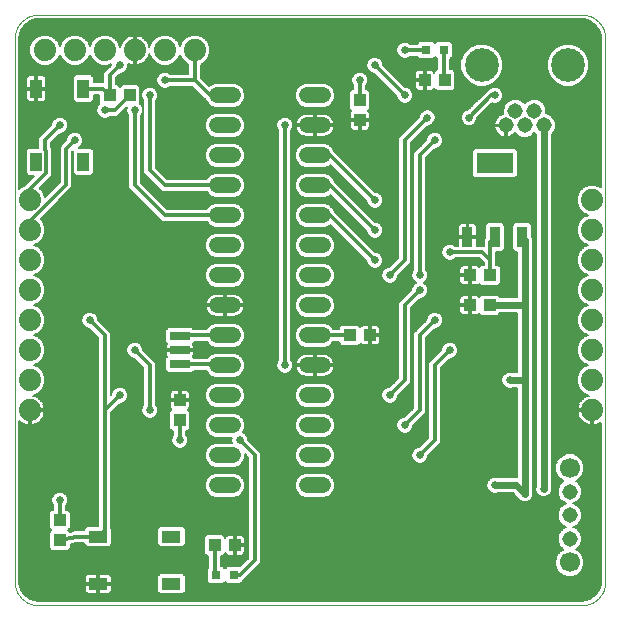
<source format=gtl>
G75*
%MOIN*%
%OFA0B0*%
%FSLAX25Y25*%
%IPPOS*%
%LPD*%
%AMOC8*
5,1,8,0,0,1.08239X$1,22.5*
%
%ADD10C,0.00000*%
%ADD11R,0.03937X0.04331*%
%ADD12R,0.04331X0.03937*%
%ADD13C,0.05200*%
%ADD14R,0.03150X0.03150*%
%ADD15R,0.06693X0.02756*%
%ADD16R,0.06496X0.03937*%
%ADD17R,0.03937X0.06496*%
%ADD18R,0.03500X0.06950*%
%ADD19R,0.12400X0.06950*%
%ADD20C,0.05150*%
%ADD21C,0.11220*%
%ADD22C,0.07400*%
%ADD23C,0.06693*%
%ADD24C,0.01200*%
%ADD25C,0.02578*%
%ADD26C,0.00600*%
%ADD27C,0.02400*%
D10*
X0001600Y0009474D02*
X0001600Y0190576D01*
X0001602Y0190766D01*
X0001609Y0190956D01*
X0001621Y0191146D01*
X0001637Y0191336D01*
X0001657Y0191525D01*
X0001683Y0191714D01*
X0001712Y0191902D01*
X0001747Y0192089D01*
X0001786Y0192275D01*
X0001829Y0192460D01*
X0001877Y0192645D01*
X0001929Y0192828D01*
X0001985Y0193009D01*
X0002046Y0193189D01*
X0002112Y0193368D01*
X0002181Y0193545D01*
X0002255Y0193721D01*
X0002333Y0193894D01*
X0002416Y0194066D01*
X0002502Y0194235D01*
X0002592Y0194403D01*
X0002687Y0194568D01*
X0002785Y0194731D01*
X0002888Y0194891D01*
X0002994Y0195049D01*
X0003104Y0195204D01*
X0003217Y0195357D01*
X0003335Y0195507D01*
X0003456Y0195653D01*
X0003580Y0195797D01*
X0003708Y0195938D01*
X0003839Y0196076D01*
X0003974Y0196211D01*
X0004112Y0196342D01*
X0004253Y0196470D01*
X0004397Y0196594D01*
X0004543Y0196715D01*
X0004693Y0196833D01*
X0004846Y0196946D01*
X0005001Y0197056D01*
X0005159Y0197162D01*
X0005319Y0197265D01*
X0005482Y0197363D01*
X0005647Y0197458D01*
X0005815Y0197548D01*
X0005984Y0197634D01*
X0006156Y0197717D01*
X0006329Y0197795D01*
X0006505Y0197869D01*
X0006682Y0197938D01*
X0006861Y0198004D01*
X0007041Y0198065D01*
X0007222Y0198121D01*
X0007405Y0198173D01*
X0007590Y0198221D01*
X0007775Y0198264D01*
X0007961Y0198303D01*
X0008148Y0198338D01*
X0008336Y0198367D01*
X0008525Y0198393D01*
X0008714Y0198413D01*
X0008904Y0198429D01*
X0009094Y0198441D01*
X0009284Y0198448D01*
X0009474Y0198450D01*
X0190576Y0198450D01*
X0190766Y0198448D01*
X0190956Y0198441D01*
X0191146Y0198429D01*
X0191336Y0198413D01*
X0191525Y0198393D01*
X0191714Y0198367D01*
X0191902Y0198338D01*
X0192089Y0198303D01*
X0192275Y0198264D01*
X0192460Y0198221D01*
X0192645Y0198173D01*
X0192828Y0198121D01*
X0193009Y0198065D01*
X0193189Y0198004D01*
X0193368Y0197938D01*
X0193545Y0197869D01*
X0193721Y0197795D01*
X0193894Y0197717D01*
X0194066Y0197634D01*
X0194235Y0197548D01*
X0194403Y0197458D01*
X0194568Y0197363D01*
X0194731Y0197265D01*
X0194891Y0197162D01*
X0195049Y0197056D01*
X0195204Y0196946D01*
X0195357Y0196833D01*
X0195507Y0196715D01*
X0195653Y0196594D01*
X0195797Y0196470D01*
X0195938Y0196342D01*
X0196076Y0196211D01*
X0196211Y0196076D01*
X0196342Y0195938D01*
X0196470Y0195797D01*
X0196594Y0195653D01*
X0196715Y0195507D01*
X0196833Y0195357D01*
X0196946Y0195204D01*
X0197056Y0195049D01*
X0197162Y0194891D01*
X0197265Y0194731D01*
X0197363Y0194568D01*
X0197458Y0194403D01*
X0197548Y0194235D01*
X0197634Y0194066D01*
X0197717Y0193894D01*
X0197795Y0193721D01*
X0197869Y0193545D01*
X0197938Y0193368D01*
X0198004Y0193189D01*
X0198065Y0193009D01*
X0198121Y0192828D01*
X0198173Y0192645D01*
X0198221Y0192460D01*
X0198264Y0192275D01*
X0198303Y0192089D01*
X0198338Y0191902D01*
X0198367Y0191714D01*
X0198393Y0191525D01*
X0198413Y0191336D01*
X0198429Y0191146D01*
X0198441Y0190956D01*
X0198448Y0190766D01*
X0198450Y0190576D01*
X0198450Y0009474D01*
X0198448Y0009284D01*
X0198441Y0009094D01*
X0198429Y0008904D01*
X0198413Y0008714D01*
X0198393Y0008525D01*
X0198367Y0008336D01*
X0198338Y0008148D01*
X0198303Y0007961D01*
X0198264Y0007775D01*
X0198221Y0007590D01*
X0198173Y0007405D01*
X0198121Y0007222D01*
X0198065Y0007041D01*
X0198004Y0006861D01*
X0197938Y0006682D01*
X0197869Y0006505D01*
X0197795Y0006329D01*
X0197717Y0006156D01*
X0197634Y0005984D01*
X0197548Y0005815D01*
X0197458Y0005647D01*
X0197363Y0005482D01*
X0197265Y0005319D01*
X0197162Y0005159D01*
X0197056Y0005001D01*
X0196946Y0004846D01*
X0196833Y0004693D01*
X0196715Y0004543D01*
X0196594Y0004397D01*
X0196470Y0004253D01*
X0196342Y0004112D01*
X0196211Y0003974D01*
X0196076Y0003839D01*
X0195938Y0003708D01*
X0195797Y0003580D01*
X0195653Y0003456D01*
X0195507Y0003335D01*
X0195357Y0003217D01*
X0195204Y0003104D01*
X0195049Y0002994D01*
X0194891Y0002888D01*
X0194731Y0002785D01*
X0194568Y0002687D01*
X0194403Y0002592D01*
X0194235Y0002502D01*
X0194066Y0002416D01*
X0193894Y0002333D01*
X0193721Y0002255D01*
X0193545Y0002181D01*
X0193368Y0002112D01*
X0193189Y0002046D01*
X0193009Y0001985D01*
X0192828Y0001929D01*
X0192645Y0001877D01*
X0192460Y0001829D01*
X0192275Y0001786D01*
X0192089Y0001747D01*
X0191902Y0001712D01*
X0191714Y0001683D01*
X0191525Y0001657D01*
X0191336Y0001637D01*
X0191146Y0001621D01*
X0190956Y0001609D01*
X0190766Y0001602D01*
X0190576Y0001600D01*
X0009474Y0001600D01*
X0009284Y0001602D01*
X0009094Y0001609D01*
X0008904Y0001621D01*
X0008714Y0001637D01*
X0008525Y0001657D01*
X0008336Y0001683D01*
X0008148Y0001712D01*
X0007961Y0001747D01*
X0007775Y0001786D01*
X0007590Y0001829D01*
X0007405Y0001877D01*
X0007222Y0001929D01*
X0007041Y0001985D01*
X0006861Y0002046D01*
X0006682Y0002112D01*
X0006505Y0002181D01*
X0006329Y0002255D01*
X0006156Y0002333D01*
X0005984Y0002416D01*
X0005815Y0002502D01*
X0005647Y0002592D01*
X0005482Y0002687D01*
X0005319Y0002785D01*
X0005159Y0002888D01*
X0005001Y0002994D01*
X0004846Y0003104D01*
X0004693Y0003217D01*
X0004543Y0003335D01*
X0004397Y0003456D01*
X0004253Y0003580D01*
X0004112Y0003708D01*
X0003974Y0003839D01*
X0003839Y0003974D01*
X0003708Y0004112D01*
X0003580Y0004253D01*
X0003456Y0004397D01*
X0003335Y0004543D01*
X0003217Y0004693D01*
X0003104Y0004846D01*
X0002994Y0005001D01*
X0002888Y0005159D01*
X0002785Y0005319D01*
X0002687Y0005482D01*
X0002592Y0005647D01*
X0002502Y0005815D01*
X0002416Y0005984D01*
X0002333Y0006156D01*
X0002255Y0006329D01*
X0002181Y0006505D01*
X0002112Y0006682D01*
X0002046Y0006861D01*
X0001985Y0007041D01*
X0001929Y0007222D01*
X0001877Y0007405D01*
X0001829Y0007590D01*
X0001786Y0007775D01*
X0001747Y0007961D01*
X0001712Y0008148D01*
X0001683Y0008336D01*
X0001657Y0008525D01*
X0001637Y0008714D01*
X0001621Y0008904D01*
X0001609Y0009094D01*
X0001602Y0009284D01*
X0001600Y0009474D01*
D11*
X0056600Y0063254D03*
X0056600Y0069946D03*
X0068254Y0021600D03*
X0074946Y0021600D03*
X0116600Y0163254D03*
X0116600Y0169946D03*
X0138254Y0176600D03*
X0144946Y0176600D03*
X0039946Y0171600D03*
X0033254Y0171600D03*
D12*
X0113254Y0091600D03*
X0119946Y0091600D03*
X0153254Y0101600D03*
X0159946Y0101600D03*
X0159946Y0111600D03*
X0153254Y0111600D03*
X0016600Y0029946D03*
X0016600Y0023254D03*
D13*
X0069000Y0041600D02*
X0074200Y0041600D01*
X0074200Y0051600D02*
X0069000Y0051600D01*
X0069000Y0061600D02*
X0074200Y0061600D01*
X0074200Y0071600D02*
X0069000Y0071600D01*
X0069000Y0081600D02*
X0074200Y0081600D01*
X0074200Y0091600D02*
X0069000Y0091600D01*
X0069000Y0101600D02*
X0074200Y0101600D01*
X0074200Y0111600D02*
X0069000Y0111600D01*
X0069000Y0121600D02*
X0074200Y0121600D01*
X0074200Y0131600D02*
X0069000Y0131600D01*
X0069000Y0141600D02*
X0074200Y0141600D01*
X0074200Y0151600D02*
X0069000Y0151600D01*
X0069000Y0161600D02*
X0074200Y0161600D01*
X0074200Y0171600D02*
X0069000Y0171600D01*
X0099000Y0171600D02*
X0104200Y0171600D01*
X0104200Y0161600D02*
X0099000Y0161600D01*
X0099000Y0151600D02*
X0104200Y0151600D01*
X0104200Y0141600D02*
X0099000Y0141600D01*
X0099000Y0131600D02*
X0104200Y0131600D01*
X0104200Y0121600D02*
X0099000Y0121600D01*
X0099000Y0111600D02*
X0104200Y0111600D01*
X0104200Y0101600D02*
X0099000Y0101600D01*
X0099000Y0091600D02*
X0104200Y0091600D01*
X0104200Y0081600D02*
X0099000Y0081600D01*
X0099000Y0071600D02*
X0104200Y0071600D01*
X0104200Y0061600D02*
X0099000Y0061600D01*
X0099000Y0051600D02*
X0104200Y0051600D01*
X0104200Y0041600D02*
X0099000Y0041600D01*
D14*
X0074553Y0011600D03*
X0068647Y0011600D03*
X0138647Y0186600D03*
X0144553Y0186600D03*
D15*
X0056600Y0091324D03*
X0056600Y0086600D03*
X0056600Y0081876D03*
D16*
X0053805Y0024474D03*
X0053805Y0008726D03*
X0029395Y0008726D03*
X0029395Y0024474D03*
D17*
X0024474Y0149395D03*
X0008726Y0149395D03*
X0008726Y0173805D03*
X0024474Y0173805D03*
D18*
X0152500Y0124325D03*
X0161600Y0124325D03*
X0170700Y0124325D03*
D19*
X0161600Y0148875D03*
D20*
X0165301Y0161521D03*
X0168450Y0166246D03*
X0171600Y0161521D03*
X0174750Y0166246D03*
X0177899Y0161521D03*
X0186600Y0039474D03*
X0186600Y0031600D03*
X0186600Y0023726D03*
D21*
X0185970Y0181600D03*
X0157230Y0181600D03*
D22*
X0194100Y0136600D03*
X0194100Y0126600D03*
X0194100Y0116600D03*
X0194100Y0106600D03*
X0194100Y0096600D03*
X0194100Y0086600D03*
X0194100Y0076600D03*
X0194100Y0066600D03*
X0061600Y0186600D03*
X0051600Y0186600D03*
X0041600Y0186600D03*
X0031600Y0186600D03*
X0021600Y0186600D03*
X0011600Y0186600D03*
X0006600Y0136600D03*
X0006600Y0126600D03*
X0006600Y0116600D03*
X0006600Y0106600D03*
X0006600Y0096600D03*
X0006600Y0086600D03*
X0006600Y0076600D03*
X0006600Y0066600D03*
D23*
X0186600Y0047348D03*
X0186600Y0015852D03*
D24*
X0141600Y0056600D02*
X0141600Y0081600D01*
X0146600Y0086600D01*
X0141600Y0096600D02*
X0136600Y0091600D01*
X0136600Y0066600D01*
X0131600Y0061600D01*
X0126600Y0071600D02*
X0131600Y0076600D01*
X0131600Y0101600D01*
X0136600Y0106600D01*
X0136600Y0111600D02*
X0136600Y0151600D01*
X0141600Y0156600D01*
X0139100Y0164100D02*
X0131600Y0156600D01*
X0131600Y0116600D01*
X0126600Y0111600D01*
X0121600Y0116600D02*
X0106600Y0131600D01*
X0101600Y0131600D01*
X0101600Y0141600D02*
X0106600Y0141600D01*
X0121600Y0126600D01*
X0121600Y0136600D02*
X0106600Y0151600D01*
X0101600Y0151600D01*
X0091600Y0161600D02*
X0091600Y0081600D01*
X0101600Y0091600D02*
X0113254Y0091600D01*
X0146600Y0119289D02*
X0157257Y0119289D01*
X0159946Y0116600D01*
X0159946Y0111600D01*
X0159946Y0116600D02*
X0159946Y0122671D01*
X0161600Y0124325D01*
X0170700Y0124325D02*
X0171321Y0124946D01*
X0152988Y0164100D02*
X0160488Y0171600D01*
X0161600Y0171600D01*
X0144946Y0176600D02*
X0144553Y0176600D01*
X0144553Y0186600D01*
X0138647Y0186600D02*
X0131600Y0186600D01*
X0121600Y0181600D02*
X0131600Y0171600D01*
X0116600Y0169946D02*
X0116600Y0176600D01*
X0071600Y0171600D02*
X0066600Y0171600D01*
X0061600Y0176600D01*
X0051600Y0176600D01*
X0046600Y0171600D02*
X0046600Y0146600D01*
X0051600Y0141600D01*
X0071600Y0141600D01*
X0071600Y0131600D02*
X0051600Y0131600D01*
X0041600Y0141600D01*
X0041600Y0166600D01*
X0039946Y0171600D02*
X0034946Y0166600D01*
X0031600Y0166600D01*
X0033254Y0171600D02*
X0033254Y0178254D01*
X0036600Y0181600D01*
X0031049Y0173805D02*
X0024474Y0173805D01*
X0031049Y0173805D02*
X0033254Y0171600D01*
X0021600Y0156600D02*
X0018694Y0153694D01*
X0018694Y0141765D01*
X0006600Y0129670D01*
X0006600Y0126600D01*
X0006600Y0136600D02*
X0006600Y0140356D01*
X0011894Y0145650D01*
X0011894Y0153140D01*
X0011600Y0153435D01*
X0011600Y0156600D01*
X0016600Y0161600D01*
X0061600Y0176600D02*
X0061600Y0186600D01*
X0026600Y0096600D02*
X0031600Y0091600D01*
X0031600Y0066600D01*
X0036600Y0071600D01*
X0031600Y0066600D02*
X0031600Y0026679D01*
X0029395Y0024474D01*
X0022072Y0024474D01*
X0016600Y0023254D01*
X0016600Y0029946D02*
X0016600Y0036600D01*
X0046600Y0066600D02*
X0046600Y0081600D01*
X0041600Y0086600D01*
X0056600Y0081876D02*
X0071324Y0081876D01*
X0071600Y0081600D01*
X0071600Y0091600D02*
X0056876Y0091600D01*
X0056600Y0091324D01*
X0056600Y0063254D02*
X0056600Y0056600D01*
X0076600Y0056600D02*
X0081600Y0051600D01*
X0081600Y0016600D01*
X0076600Y0011600D01*
X0074553Y0011600D01*
X0068647Y0011600D02*
X0068254Y0011994D01*
X0068254Y0021600D01*
X0136600Y0051600D02*
X0141600Y0056600D01*
D25*
X0136600Y0051600D03*
X0131600Y0061600D03*
X0126600Y0071600D03*
X0146600Y0086600D03*
X0141600Y0096600D03*
X0136600Y0106600D03*
X0136600Y0111600D03*
X0126600Y0111600D03*
X0121600Y0116600D03*
X0121600Y0126600D03*
X0121600Y0136600D03*
X0141600Y0156600D03*
X0139100Y0164100D03*
X0131600Y0171600D03*
X0121600Y0181600D03*
X0116600Y0176600D03*
X0131600Y0186600D03*
X0152988Y0164100D03*
X0161600Y0171600D03*
X0146600Y0119289D03*
X0166600Y0076600D03*
X0161600Y0041600D03*
X0171600Y0038726D03*
X0177899Y0040301D03*
X0091600Y0081600D03*
X0076600Y0056600D03*
X0056600Y0056600D03*
X0046600Y0066600D03*
X0036600Y0071600D03*
X0041600Y0086600D03*
X0026600Y0096600D03*
X0016600Y0036600D03*
X0021600Y0156600D03*
X0016600Y0161600D03*
X0031600Y0166600D03*
X0041600Y0166600D03*
X0046600Y0171600D03*
X0051600Y0176600D03*
X0036600Y0181600D03*
X0091600Y0161600D03*
D26*
X0003795Y0006580D02*
X0004967Y0004967D01*
X0006580Y0003795D01*
X0008477Y0003178D01*
X0009474Y0003100D01*
X0190576Y0003100D01*
X0191573Y0003178D01*
X0193470Y0003795D01*
X0195083Y0004967D01*
X0196256Y0006580D01*
X0196872Y0008477D01*
X0196950Y0009474D01*
X0196950Y0062491D01*
X0196721Y0062324D01*
X0196019Y0061966D01*
X0195271Y0061723D01*
X0194494Y0061600D01*
X0194400Y0061600D01*
X0194400Y0066300D01*
X0193800Y0066300D01*
X0193800Y0061600D01*
X0193706Y0061600D01*
X0192929Y0061723D01*
X0192181Y0061966D01*
X0191479Y0062324D01*
X0190843Y0062786D01*
X0190286Y0063343D01*
X0189824Y0063979D01*
X0189466Y0064681D01*
X0189223Y0065429D01*
X0189100Y0066206D01*
X0189100Y0066300D01*
X0193800Y0066300D01*
X0193800Y0066900D01*
X0189100Y0066900D01*
X0189100Y0066994D01*
X0189223Y0067771D01*
X0189466Y0068519D01*
X0189824Y0069221D01*
X0190286Y0069857D01*
X0190843Y0070414D01*
X0191479Y0070876D01*
X0192181Y0071234D01*
X0192902Y0071468D01*
X0191154Y0072192D01*
X0189692Y0073654D01*
X0188900Y0075566D01*
X0188900Y0077634D01*
X0189692Y0079546D01*
X0191154Y0081008D01*
X0192583Y0081600D01*
X0191154Y0082192D01*
X0189692Y0083654D01*
X0188900Y0085566D01*
X0188900Y0087634D01*
X0189692Y0089546D01*
X0191154Y0091008D01*
X0192583Y0091600D01*
X0191154Y0092192D01*
X0189692Y0093654D01*
X0188900Y0095566D01*
X0180599Y0095566D01*
X0180599Y0094968D02*
X0189148Y0094968D01*
X0188900Y0095566D02*
X0188900Y0097634D01*
X0189692Y0099546D01*
X0191154Y0101008D01*
X0192583Y0101600D01*
X0191154Y0102192D01*
X0189692Y0103654D01*
X0188900Y0105566D01*
X0188900Y0107634D01*
X0189692Y0109546D01*
X0191154Y0111008D01*
X0192583Y0111600D01*
X0191154Y0112192D01*
X0189692Y0113654D01*
X0188900Y0115566D01*
X0188900Y0117634D01*
X0189692Y0119546D01*
X0191154Y0121008D01*
X0192583Y0121600D01*
X0191154Y0122192D01*
X0189692Y0123654D01*
X0188900Y0125566D01*
X0188900Y0127634D01*
X0189692Y0129546D01*
X0191154Y0131008D01*
X0192583Y0131600D01*
X0191154Y0132192D01*
X0189692Y0133654D01*
X0188900Y0135566D01*
X0188900Y0137634D01*
X0189692Y0139546D01*
X0191154Y0141008D01*
X0193066Y0141800D01*
X0195134Y0141800D01*
X0196950Y0141048D01*
X0196950Y0190576D01*
X0196872Y0191573D01*
X0196256Y0193470D01*
X0195083Y0195083D01*
X0193470Y0196256D01*
X0191573Y0196872D01*
X0190576Y0196950D01*
X0009474Y0196950D01*
X0008477Y0196872D01*
X0006580Y0196256D01*
X0004967Y0195083D01*
X0003795Y0193470D01*
X0003178Y0191573D01*
X0003100Y0190576D01*
X0003100Y0140454D01*
X0003654Y0141008D01*
X0004727Y0141453D01*
X0007922Y0144647D01*
X0006136Y0144647D01*
X0005257Y0145526D01*
X0005257Y0153265D01*
X0006136Y0154143D01*
X0009500Y0154143D01*
X0009500Y0157470D01*
X0010730Y0158700D01*
X0010730Y0158700D01*
X0013811Y0161781D01*
X0013811Y0162155D01*
X0014236Y0163180D01*
X0015020Y0163964D01*
X0016045Y0164389D01*
X0017155Y0164389D01*
X0018180Y0163964D01*
X0018964Y0163180D01*
X0019389Y0162155D01*
X0019389Y0161045D01*
X0018964Y0160020D01*
X0018180Y0159236D01*
X0017155Y0158811D01*
X0016781Y0158811D01*
X0013700Y0155730D01*
X0013700Y0154305D01*
X0013994Y0154010D01*
X0013994Y0144780D01*
X0009884Y0140670D01*
X0011008Y0139546D01*
X0011740Y0137780D01*
X0016594Y0142635D01*
X0016594Y0154564D01*
X0017825Y0155794D01*
X0018811Y0156781D01*
X0018811Y0157155D01*
X0019236Y0158180D01*
X0020020Y0158964D01*
X0021045Y0159389D01*
X0022155Y0159389D01*
X0023180Y0158964D01*
X0023964Y0158180D01*
X0024389Y0157155D01*
X0024389Y0156045D01*
X0023964Y0155020D01*
X0023180Y0154236D01*
X0022957Y0154143D01*
X0027064Y0154143D01*
X0027943Y0153265D01*
X0027943Y0145526D01*
X0027064Y0144647D01*
X0021884Y0144647D01*
X0021006Y0145526D01*
X0021006Y0153036D01*
X0020794Y0152825D01*
X0020794Y0140895D01*
X0010227Y0130327D01*
X0011008Y0129546D01*
X0011800Y0127634D01*
X0011800Y0125566D01*
X0011008Y0123654D01*
X0009546Y0122192D01*
X0008117Y0121600D01*
X0009546Y0121008D01*
X0011008Y0119546D01*
X0011800Y0117634D01*
X0011800Y0115566D01*
X0011008Y0113654D01*
X0009546Y0112192D01*
X0008117Y0111600D01*
X0009546Y0111008D01*
X0011008Y0109546D01*
X0011800Y0107634D01*
X0011800Y0105566D01*
X0011008Y0103654D01*
X0009546Y0102192D01*
X0008117Y0101600D01*
X0009546Y0101008D01*
X0011008Y0099546D01*
X0011800Y0097634D01*
X0011800Y0095566D01*
X0024009Y0095566D01*
X0023811Y0096045D02*
X0024236Y0095020D01*
X0025020Y0094236D01*
X0026045Y0093811D01*
X0026419Y0093811D01*
X0029500Y0090730D01*
X0029500Y0027943D01*
X0025526Y0027943D01*
X0024647Y0027064D01*
X0024647Y0026574D01*
X0022683Y0026574D01*
X0022464Y0026713D01*
X0021841Y0026574D01*
X0021203Y0026574D01*
X0021019Y0026391D01*
X0019955Y0026153D01*
X0019509Y0026600D01*
X0020265Y0027357D01*
X0020265Y0032536D01*
X0019387Y0033415D01*
X0018700Y0033415D01*
X0018700Y0034756D01*
X0018964Y0035020D01*
X0019389Y0036045D01*
X0019389Y0037155D01*
X0018964Y0038180D01*
X0018180Y0038964D01*
X0017155Y0039389D01*
X0016045Y0039389D01*
X0015020Y0038964D01*
X0014236Y0038180D01*
X0013811Y0037155D01*
X0013811Y0036045D01*
X0014236Y0035020D01*
X0014500Y0034756D01*
X0014500Y0033415D01*
X0013813Y0033415D01*
X0012935Y0032536D01*
X0012935Y0027357D01*
X0013691Y0026600D01*
X0012935Y0025843D01*
X0012935Y0020664D01*
X0013813Y0019785D01*
X0019387Y0019785D01*
X0020265Y0020664D01*
X0020265Y0021919D01*
X0022304Y0022374D01*
X0024647Y0022374D01*
X0024647Y0021884D01*
X0025526Y0021006D01*
X0033265Y0021006D01*
X0034143Y0021884D01*
X0034143Y0027064D01*
X0033700Y0027507D01*
X0033700Y0065730D01*
X0036781Y0068811D01*
X0037155Y0068811D01*
X0038180Y0069236D01*
X0038964Y0070020D01*
X0039389Y0071045D01*
X0039389Y0072155D01*
X0038964Y0073180D01*
X0038180Y0073964D01*
X0037155Y0074389D01*
X0036045Y0074389D01*
X0035020Y0073964D01*
X0034236Y0073180D01*
X0033811Y0072155D01*
X0033811Y0071781D01*
X0033700Y0071670D01*
X0033700Y0092470D01*
X0029389Y0096781D01*
X0029389Y0097155D01*
X0028964Y0098180D01*
X0028180Y0098964D01*
X0027155Y0099389D01*
X0026045Y0099389D01*
X0025020Y0098964D01*
X0024236Y0098180D01*
X0023811Y0097155D01*
X0023811Y0096045D01*
X0023811Y0096165D02*
X0011800Y0096165D01*
X0011800Y0096763D02*
X0023811Y0096763D01*
X0023897Y0097362D02*
X0011800Y0097362D01*
X0011665Y0097960D02*
X0024145Y0097960D01*
X0024615Y0098559D02*
X0011417Y0098559D01*
X0011169Y0099157D02*
X0025486Y0099157D01*
X0027714Y0099157D02*
X0065942Y0099157D01*
X0065971Y0099114D02*
X0066514Y0098571D01*
X0067153Y0098144D01*
X0067862Y0097850D01*
X0068616Y0097700D01*
X0071300Y0097700D01*
X0071300Y0101300D01*
X0071900Y0101300D01*
X0071900Y0101900D01*
X0071300Y0101900D01*
X0071300Y0105500D01*
X0068616Y0105500D01*
X0067862Y0105350D01*
X0067153Y0105056D01*
X0066514Y0104629D01*
X0065971Y0104086D01*
X0065544Y0103447D01*
X0065250Y0102738D01*
X0065100Y0101984D01*
X0065100Y0101900D01*
X0071300Y0101900D01*
X0071300Y0101300D01*
X0065100Y0101300D01*
X0065100Y0101216D01*
X0065250Y0100462D01*
X0065544Y0099753D01*
X0065971Y0099114D01*
X0065543Y0099756D02*
X0010798Y0099756D01*
X0010200Y0100354D02*
X0065295Y0100354D01*
X0065152Y0100953D02*
X0009601Y0100953D01*
X0009445Y0102150D02*
X0065133Y0102150D01*
X0065254Y0102748D02*
X0010102Y0102748D01*
X0010701Y0103347D02*
X0065502Y0103347D01*
X0065877Y0103945D02*
X0011129Y0103945D01*
X0011377Y0104544D02*
X0066429Y0104544D01*
X0067361Y0105142D02*
X0011625Y0105142D01*
X0011800Y0105741D02*
X0089500Y0105741D01*
X0089500Y0106339D02*
X0011800Y0106339D01*
X0011800Y0106938D02*
X0089500Y0106938D01*
X0089500Y0107537D02*
X0075104Y0107537D01*
X0075016Y0107500D02*
X0076522Y0108124D01*
X0077676Y0109278D01*
X0078300Y0110784D01*
X0078300Y0112416D01*
X0077676Y0113922D01*
X0076522Y0115076D01*
X0075016Y0115700D01*
X0068184Y0115700D01*
X0066678Y0115076D01*
X0065524Y0113922D01*
X0064900Y0112416D01*
X0064900Y0110784D01*
X0065524Y0109278D01*
X0066678Y0108124D01*
X0068184Y0107500D01*
X0075016Y0107500D01*
X0076533Y0108135D02*
X0089500Y0108135D01*
X0089500Y0108734D02*
X0077132Y0108734D01*
X0077698Y0109332D02*
X0089500Y0109332D01*
X0089500Y0109931D02*
X0077946Y0109931D01*
X0078194Y0110529D02*
X0089500Y0110529D01*
X0089500Y0111128D02*
X0078300Y0111128D01*
X0078300Y0111726D02*
X0089500Y0111726D01*
X0089500Y0112325D02*
X0078300Y0112325D01*
X0078090Y0112923D02*
X0089500Y0112923D01*
X0089500Y0113522D02*
X0077842Y0113522D01*
X0077478Y0114120D02*
X0089500Y0114120D01*
X0089500Y0114719D02*
X0076880Y0114719D01*
X0075940Y0115317D02*
X0089500Y0115317D01*
X0089500Y0115916D02*
X0011800Y0115916D01*
X0011800Y0116514D02*
X0089500Y0116514D01*
X0089500Y0117113D02*
X0011800Y0117113D01*
X0011768Y0117711D02*
X0067675Y0117711D01*
X0068184Y0117500D02*
X0075016Y0117500D01*
X0076522Y0118124D01*
X0077676Y0119278D01*
X0078300Y0120784D01*
X0078300Y0122416D01*
X0077676Y0123922D01*
X0076522Y0125076D01*
X0075016Y0125700D01*
X0068184Y0125700D01*
X0066678Y0125076D01*
X0065524Y0123922D01*
X0064900Y0122416D01*
X0064900Y0120784D01*
X0065524Y0119278D01*
X0066678Y0118124D01*
X0068184Y0117500D01*
X0066492Y0118310D02*
X0011520Y0118310D01*
X0011272Y0118908D02*
X0065894Y0118908D01*
X0065429Y0119507D02*
X0011024Y0119507D01*
X0010449Y0120105D02*
X0065181Y0120105D01*
X0064933Y0120704D02*
X0009850Y0120704D01*
X0008836Y0121302D02*
X0064900Y0121302D01*
X0064900Y0121901D02*
X0008843Y0121901D01*
X0009853Y0122499D02*
X0064935Y0122499D01*
X0065183Y0123098D02*
X0010452Y0123098D01*
X0011026Y0123696D02*
X0065431Y0123696D01*
X0065897Y0124295D02*
X0011274Y0124295D01*
X0011522Y0124893D02*
X0066495Y0124893D01*
X0067682Y0125492D02*
X0011769Y0125492D01*
X0011800Y0126090D02*
X0089500Y0126090D01*
X0089500Y0125492D02*
X0075518Y0125492D01*
X0076705Y0124893D02*
X0089500Y0124893D01*
X0089500Y0124295D02*
X0077303Y0124295D01*
X0077769Y0123696D02*
X0089500Y0123696D01*
X0089500Y0123098D02*
X0078017Y0123098D01*
X0078265Y0122499D02*
X0089500Y0122499D01*
X0089500Y0121901D02*
X0078300Y0121901D01*
X0078300Y0121302D02*
X0089500Y0121302D01*
X0089500Y0120704D02*
X0078267Y0120704D01*
X0078019Y0120105D02*
X0089500Y0120105D01*
X0089500Y0119507D02*
X0077771Y0119507D01*
X0077306Y0118908D02*
X0089500Y0118908D01*
X0089500Y0118310D02*
X0076708Y0118310D01*
X0075525Y0117711D02*
X0089500Y0117711D01*
X0093700Y0117711D02*
X0097675Y0117711D01*
X0098184Y0117500D02*
X0096678Y0118124D01*
X0095524Y0119278D01*
X0094900Y0120784D01*
X0094900Y0122416D01*
X0095524Y0123922D01*
X0096678Y0125076D01*
X0098184Y0125700D01*
X0105016Y0125700D01*
X0106522Y0125076D01*
X0107676Y0123922D01*
X0108300Y0122416D01*
X0108300Y0120784D01*
X0107676Y0119278D01*
X0106522Y0118124D01*
X0105016Y0117500D01*
X0098184Y0117500D01*
X0098184Y0115700D02*
X0096678Y0115076D01*
X0095524Y0113922D01*
X0094900Y0112416D01*
X0094900Y0110784D01*
X0095524Y0109278D01*
X0096678Y0108124D01*
X0098184Y0107500D01*
X0105016Y0107500D01*
X0106522Y0108124D01*
X0107676Y0109278D01*
X0108300Y0110784D01*
X0108300Y0112416D01*
X0107676Y0113922D01*
X0106522Y0115076D01*
X0105016Y0115700D01*
X0098184Y0115700D01*
X0097260Y0115317D02*
X0093700Y0115317D01*
X0093700Y0114719D02*
X0096320Y0114719D01*
X0095722Y0114120D02*
X0093700Y0114120D01*
X0093700Y0113522D02*
X0095358Y0113522D01*
X0095110Y0112923D02*
X0093700Y0112923D01*
X0093700Y0112325D02*
X0094900Y0112325D01*
X0094900Y0111726D02*
X0093700Y0111726D01*
X0093700Y0111128D02*
X0094900Y0111128D01*
X0095006Y0110529D02*
X0093700Y0110529D01*
X0093700Y0109931D02*
X0095254Y0109931D01*
X0095502Y0109332D02*
X0093700Y0109332D01*
X0093700Y0108734D02*
X0096068Y0108734D01*
X0096667Y0108135D02*
X0093700Y0108135D01*
X0093700Y0107537D02*
X0098096Y0107537D01*
X0098184Y0105700D02*
X0096678Y0105076D01*
X0095524Y0103922D01*
X0094900Y0102416D01*
X0094900Y0100784D01*
X0095524Y0099278D01*
X0096678Y0098124D01*
X0098184Y0097500D01*
X0105016Y0097500D01*
X0106522Y0098124D01*
X0107676Y0099278D01*
X0108300Y0100784D01*
X0108300Y0102416D01*
X0107676Y0103922D01*
X0106522Y0105076D01*
X0105016Y0105700D01*
X0098184Y0105700D01*
X0096838Y0105142D02*
X0093700Y0105142D01*
X0093700Y0104544D02*
X0096146Y0104544D01*
X0095547Y0103945D02*
X0093700Y0103945D01*
X0093700Y0103347D02*
X0095286Y0103347D01*
X0095038Y0102748D02*
X0093700Y0102748D01*
X0093700Y0102150D02*
X0094900Y0102150D01*
X0094900Y0101551D02*
X0093700Y0101551D01*
X0093700Y0100953D02*
X0094900Y0100953D01*
X0095078Y0100354D02*
X0093700Y0100354D01*
X0093700Y0099756D02*
X0095326Y0099756D01*
X0095644Y0099157D02*
X0093700Y0099157D01*
X0093700Y0098559D02*
X0096243Y0098559D01*
X0097073Y0097960D02*
X0093700Y0097960D01*
X0093700Y0097362D02*
X0129500Y0097362D01*
X0129500Y0097960D02*
X0106127Y0097960D01*
X0106957Y0098559D02*
X0129500Y0098559D01*
X0129500Y0099157D02*
X0107556Y0099157D01*
X0107874Y0099756D02*
X0129500Y0099756D01*
X0129500Y0100354D02*
X0108122Y0100354D01*
X0108300Y0100953D02*
X0129500Y0100953D01*
X0129500Y0101551D02*
X0108300Y0101551D01*
X0108300Y0102150D02*
X0129500Y0102150D01*
X0129500Y0102470D02*
X0129500Y0077470D01*
X0126419Y0074389D01*
X0126045Y0074389D01*
X0125020Y0073964D01*
X0124236Y0073180D01*
X0123811Y0072155D01*
X0123811Y0071045D01*
X0124236Y0070020D01*
X0125020Y0069236D01*
X0126045Y0068811D01*
X0127155Y0068811D01*
X0128180Y0069236D01*
X0128964Y0070020D01*
X0129389Y0071045D01*
X0129389Y0071419D01*
X0133700Y0075730D01*
X0133700Y0100730D01*
X0136781Y0103811D01*
X0137155Y0103811D01*
X0138180Y0104236D01*
X0138964Y0105020D01*
X0139389Y0106045D01*
X0139389Y0107155D01*
X0138964Y0108180D01*
X0138180Y0108964D01*
X0137852Y0109100D01*
X0138180Y0109236D01*
X0138964Y0110020D01*
X0139389Y0111045D01*
X0139389Y0112155D01*
X0138964Y0113180D01*
X0138700Y0113444D01*
X0138700Y0150730D01*
X0141781Y0153811D01*
X0142155Y0153811D01*
X0143180Y0154236D01*
X0143964Y0155020D01*
X0144389Y0156045D01*
X0144389Y0157155D01*
X0143964Y0158180D01*
X0143180Y0158964D01*
X0142155Y0159389D01*
X0141045Y0159389D01*
X0140020Y0158964D01*
X0139236Y0158180D01*
X0138811Y0157155D01*
X0138811Y0156781D01*
X0134500Y0152470D01*
X0134500Y0113444D01*
X0134236Y0113180D01*
X0133811Y0112155D01*
X0133811Y0111045D01*
X0134236Y0110020D01*
X0135020Y0109236D01*
X0135348Y0109100D01*
X0135020Y0108964D01*
X0134236Y0108180D01*
X0133811Y0107155D01*
X0133811Y0106781D01*
X0130730Y0103700D01*
X0129500Y0102470D01*
X0129779Y0102748D02*
X0108162Y0102748D01*
X0107914Y0103347D02*
X0130377Y0103347D01*
X0130976Y0103945D02*
X0107653Y0103945D01*
X0107054Y0104544D02*
X0131574Y0104544D01*
X0132173Y0105142D02*
X0106362Y0105142D01*
X0105104Y0107537D02*
X0133969Y0107537D01*
X0133811Y0106938D02*
X0093700Y0106938D01*
X0093700Y0106339D02*
X0133370Y0106339D01*
X0132771Y0105741D02*
X0093700Y0105741D01*
X0089500Y0105142D02*
X0075839Y0105142D01*
X0076047Y0105056D02*
X0075338Y0105350D01*
X0074584Y0105500D01*
X0071900Y0105500D01*
X0071900Y0101900D01*
X0078100Y0101900D01*
X0078100Y0101984D01*
X0077950Y0102738D01*
X0077656Y0103447D01*
X0077229Y0104086D01*
X0076686Y0104629D01*
X0076047Y0105056D01*
X0076771Y0104544D02*
X0089500Y0104544D01*
X0089500Y0103945D02*
X0077323Y0103945D01*
X0077698Y0103347D02*
X0089500Y0103347D01*
X0089500Y0102748D02*
X0077946Y0102748D01*
X0078067Y0102150D02*
X0089500Y0102150D01*
X0089500Y0101551D02*
X0071900Y0101551D01*
X0071900Y0101300D02*
X0078100Y0101300D01*
X0078100Y0101216D01*
X0077950Y0100462D01*
X0077656Y0099753D01*
X0077229Y0099114D01*
X0076686Y0098571D01*
X0076047Y0098144D01*
X0075338Y0097850D01*
X0074584Y0097700D01*
X0071900Y0097700D01*
X0071900Y0101300D01*
X0071900Y0100953D02*
X0071300Y0100953D01*
X0071300Y0101551D02*
X0008235Y0101551D01*
X0011800Y0095566D02*
X0011008Y0093654D01*
X0009546Y0092192D01*
X0008117Y0091600D01*
X0009546Y0091008D01*
X0011008Y0089546D01*
X0011800Y0087634D01*
X0011800Y0085566D01*
X0011008Y0083654D01*
X0009546Y0082192D01*
X0008117Y0081600D01*
X0009546Y0081008D01*
X0011008Y0079546D01*
X0011800Y0077634D01*
X0011800Y0075566D01*
X0011008Y0073654D01*
X0009546Y0072192D01*
X0007798Y0071468D01*
X0008519Y0071234D01*
X0009221Y0070876D01*
X0009857Y0070414D01*
X0010414Y0069857D01*
X0010876Y0069221D01*
X0011234Y0068519D01*
X0011477Y0067771D01*
X0011600Y0066994D01*
X0011600Y0066900D01*
X0006900Y0066900D01*
X0006900Y0066300D01*
X0011600Y0066300D01*
X0011600Y0066206D01*
X0011477Y0065429D01*
X0011234Y0064681D01*
X0010876Y0063979D01*
X0010414Y0063343D01*
X0009857Y0062786D01*
X0009221Y0062324D01*
X0008519Y0061966D01*
X0007771Y0061723D01*
X0006994Y0061600D01*
X0006900Y0061600D01*
X0006900Y0066300D01*
X0006300Y0066300D01*
X0006300Y0061600D01*
X0006206Y0061600D01*
X0005429Y0061723D01*
X0004681Y0061966D01*
X0003979Y0062324D01*
X0003343Y0062786D01*
X0003100Y0063029D01*
X0003100Y0009474D01*
X0003178Y0008477D01*
X0003795Y0006580D01*
X0003934Y0006388D02*
X0024900Y0006388D01*
X0024936Y0006256D02*
X0025107Y0005959D01*
X0025349Y0005717D01*
X0025645Y0005546D01*
X0025976Y0005457D01*
X0029095Y0005457D01*
X0029095Y0008426D01*
X0024847Y0008426D01*
X0024847Y0006586D01*
X0024936Y0006256D01*
X0025277Y0005790D02*
X0004369Y0005790D01*
X0004804Y0005191D02*
X0195246Y0005191D01*
X0195681Y0005790D02*
X0058206Y0005790D01*
X0058553Y0006136D02*
X0057674Y0005257D01*
X0049935Y0005257D01*
X0049057Y0006136D01*
X0049057Y0011316D01*
X0049935Y0012194D01*
X0057674Y0012194D01*
X0058553Y0011316D01*
X0058553Y0006136D01*
X0058553Y0006388D02*
X0196116Y0006388D01*
X0196388Y0006987D02*
X0058553Y0006987D01*
X0058553Y0007585D02*
X0196582Y0007585D01*
X0196777Y0008184D02*
X0058553Y0008184D01*
X0058553Y0008782D02*
X0066194Y0008782D01*
X0066451Y0008525D02*
X0070843Y0008525D01*
X0071600Y0009282D01*
X0072357Y0008525D01*
X0076749Y0008525D01*
X0077628Y0009404D01*
X0077628Y0009658D01*
X0078700Y0010730D01*
X0078700Y0010730D01*
X0083700Y0015730D01*
X0083700Y0052470D01*
X0079389Y0056781D01*
X0079389Y0057155D01*
X0078964Y0058180D01*
X0078180Y0058964D01*
X0077602Y0059204D01*
X0077676Y0059278D01*
X0078300Y0060784D01*
X0078300Y0062416D01*
X0077676Y0063922D01*
X0076522Y0065076D01*
X0075016Y0065700D01*
X0068184Y0065700D01*
X0066678Y0065076D01*
X0065524Y0063922D01*
X0064900Y0062416D01*
X0064900Y0060784D01*
X0065524Y0059278D01*
X0066678Y0058124D01*
X0068184Y0057500D01*
X0073954Y0057500D01*
X0073811Y0057155D01*
X0073811Y0056045D01*
X0073954Y0055700D01*
X0068184Y0055700D01*
X0066678Y0055076D01*
X0065524Y0053922D01*
X0064900Y0052416D01*
X0064900Y0050784D01*
X0065524Y0049278D01*
X0066678Y0048124D01*
X0068184Y0047500D01*
X0075016Y0047500D01*
X0076522Y0048124D01*
X0077676Y0049278D01*
X0078300Y0050784D01*
X0078300Y0051930D01*
X0079500Y0050730D01*
X0079500Y0017470D01*
X0076705Y0014675D01*
X0072357Y0014675D01*
X0071600Y0013918D01*
X0070843Y0014675D01*
X0070354Y0014675D01*
X0070354Y0017935D01*
X0070843Y0017935D01*
X0071722Y0018813D01*
X0071722Y0019099D01*
X0071767Y0018933D01*
X0071938Y0018636D01*
X0072180Y0018394D01*
X0072476Y0018223D01*
X0072807Y0018135D01*
X0074646Y0018135D01*
X0074646Y0021300D01*
X0075246Y0021300D01*
X0075246Y0018135D01*
X0077086Y0018135D01*
X0077417Y0018223D01*
X0077713Y0018394D01*
X0077955Y0018636D01*
X0078126Y0018933D01*
X0078215Y0019263D01*
X0078215Y0021300D01*
X0075246Y0021300D01*
X0075246Y0021900D01*
X0074646Y0021900D01*
X0074646Y0025065D01*
X0072807Y0025065D01*
X0072476Y0024977D01*
X0072180Y0024806D01*
X0071938Y0024564D01*
X0071767Y0024267D01*
X0071722Y0024101D01*
X0071722Y0024387D01*
X0070843Y0025265D01*
X0065664Y0025265D01*
X0064785Y0024387D01*
X0064785Y0018813D01*
X0065664Y0017935D01*
X0066154Y0017935D01*
X0066154Y0014377D01*
X0065572Y0013796D01*
X0065572Y0009404D01*
X0066451Y0008525D01*
X0065596Y0009381D02*
X0058553Y0009381D01*
X0058553Y0009979D02*
X0065572Y0009979D01*
X0065572Y0010578D02*
X0058553Y0010578D01*
X0058553Y0011176D02*
X0065572Y0011176D01*
X0065572Y0011775D02*
X0058094Y0011775D01*
X0065572Y0012373D02*
X0003100Y0012373D01*
X0003100Y0011775D02*
X0025418Y0011775D01*
X0025349Y0011735D02*
X0025107Y0011493D01*
X0024936Y0011196D01*
X0024847Y0010866D01*
X0024847Y0009026D01*
X0029095Y0009026D01*
X0029095Y0008426D01*
X0029695Y0008426D01*
X0029695Y0005457D01*
X0032814Y0005457D01*
X0033145Y0005546D01*
X0033442Y0005717D01*
X0033684Y0005959D01*
X0033855Y0006256D01*
X0033943Y0006586D01*
X0033943Y0008426D01*
X0029695Y0008426D01*
X0029695Y0009026D01*
X0029095Y0009026D01*
X0029095Y0011994D01*
X0025976Y0011994D01*
X0025645Y0011906D01*
X0025349Y0011735D01*
X0024930Y0011176D02*
X0003100Y0011176D01*
X0003100Y0010578D02*
X0024847Y0010578D01*
X0024847Y0009979D02*
X0003100Y0009979D01*
X0003107Y0009381D02*
X0024847Y0009381D01*
X0024847Y0008184D02*
X0003274Y0008184D01*
X0003154Y0008782D02*
X0029095Y0008782D01*
X0029095Y0008184D02*
X0029695Y0008184D01*
X0029695Y0008782D02*
X0049057Y0008782D01*
X0049057Y0008184D02*
X0033943Y0008184D01*
X0033943Y0007585D02*
X0049057Y0007585D01*
X0049057Y0006987D02*
X0033943Y0006987D01*
X0033890Y0006388D02*
X0049057Y0006388D01*
X0049403Y0005790D02*
X0033514Y0005790D01*
X0033943Y0009026D02*
X0029695Y0009026D01*
X0029695Y0011994D01*
X0032814Y0011994D01*
X0033145Y0011906D01*
X0033442Y0011735D01*
X0033684Y0011493D01*
X0033855Y0011196D01*
X0033943Y0010866D01*
X0033943Y0009026D01*
X0033943Y0009381D02*
X0049057Y0009381D01*
X0049057Y0009979D02*
X0033943Y0009979D01*
X0033943Y0010578D02*
X0049057Y0010578D01*
X0049057Y0011176D02*
X0033860Y0011176D01*
X0033372Y0011775D02*
X0049516Y0011775D01*
X0049935Y0021006D02*
X0057674Y0021006D01*
X0058553Y0021884D01*
X0058553Y0027064D01*
X0057674Y0027943D01*
X0049935Y0027943D01*
X0049057Y0027064D01*
X0049057Y0021884D01*
X0049935Y0021006D01*
X0049590Y0021351D02*
X0033610Y0021351D01*
X0034143Y0021949D02*
X0049057Y0021949D01*
X0049057Y0022548D02*
X0034143Y0022548D01*
X0034143Y0023146D02*
X0049057Y0023146D01*
X0049057Y0023745D02*
X0034143Y0023745D01*
X0034143Y0024343D02*
X0049057Y0024343D01*
X0049057Y0024942D02*
X0034143Y0024942D01*
X0034143Y0025540D02*
X0049057Y0025540D01*
X0049057Y0026139D02*
X0034143Y0026139D01*
X0034143Y0026737D02*
X0049057Y0026737D01*
X0049329Y0027336D02*
X0033871Y0027336D01*
X0033700Y0027934D02*
X0049927Y0027934D01*
X0057682Y0027934D02*
X0079500Y0027934D01*
X0079500Y0027336D02*
X0058281Y0027336D01*
X0058553Y0026737D02*
X0079500Y0026737D01*
X0079500Y0026139D02*
X0058553Y0026139D01*
X0058553Y0025540D02*
X0079500Y0025540D01*
X0079500Y0024942D02*
X0077477Y0024942D01*
X0077417Y0024977D02*
X0077086Y0025065D01*
X0075246Y0025065D01*
X0075246Y0021900D01*
X0078215Y0021900D01*
X0078215Y0023937D01*
X0078126Y0024267D01*
X0077955Y0024564D01*
X0077713Y0024806D01*
X0077417Y0024977D01*
X0078082Y0024343D02*
X0079500Y0024343D01*
X0079500Y0023745D02*
X0078215Y0023745D01*
X0078215Y0023146D02*
X0079500Y0023146D01*
X0079500Y0022548D02*
X0078215Y0022548D01*
X0078215Y0021949D02*
X0079500Y0021949D01*
X0079500Y0021351D02*
X0075246Y0021351D01*
X0075246Y0021949D02*
X0074646Y0021949D01*
X0074646Y0022548D02*
X0075246Y0022548D01*
X0075246Y0023146D02*
X0074646Y0023146D01*
X0074646Y0023745D02*
X0075246Y0023745D01*
X0075246Y0024343D02*
X0074646Y0024343D01*
X0074646Y0024942D02*
X0075246Y0024942D01*
X0072416Y0024942D02*
X0071167Y0024942D01*
X0071722Y0024343D02*
X0071811Y0024343D01*
X0074646Y0020752D02*
X0075246Y0020752D01*
X0075246Y0020154D02*
X0074646Y0020154D01*
X0074646Y0019555D02*
X0075246Y0019555D01*
X0075246Y0018957D02*
X0074646Y0018957D01*
X0074646Y0018358D02*
X0075246Y0018358D01*
X0072242Y0018358D02*
X0071267Y0018358D01*
X0071722Y0018957D02*
X0071760Y0018957D01*
X0070354Y0017760D02*
X0079500Y0017760D01*
X0079500Y0018358D02*
X0077651Y0018358D01*
X0078133Y0018957D02*
X0079500Y0018957D01*
X0079500Y0019555D02*
X0078215Y0019555D01*
X0078215Y0020154D02*
X0079500Y0020154D01*
X0079500Y0020752D02*
X0078215Y0020752D01*
X0079191Y0017161D02*
X0070354Y0017161D01*
X0070354Y0016563D02*
X0078593Y0016563D01*
X0077994Y0015964D02*
X0070354Y0015964D01*
X0070354Y0015366D02*
X0077396Y0015366D01*
X0076797Y0014767D02*
X0070354Y0014767D01*
X0071349Y0014169D02*
X0071851Y0014169D01*
X0072100Y0008782D02*
X0071100Y0008782D01*
X0065572Y0012972D02*
X0003100Y0012972D01*
X0003100Y0013570D02*
X0065572Y0013570D01*
X0065945Y0014169D02*
X0003100Y0014169D01*
X0003100Y0014767D02*
X0066154Y0014767D01*
X0066154Y0015366D02*
X0003100Y0015366D01*
X0003100Y0015964D02*
X0066154Y0015964D01*
X0066154Y0016563D02*
X0003100Y0016563D01*
X0003100Y0017161D02*
X0066154Y0017161D01*
X0066154Y0017760D02*
X0003100Y0017760D01*
X0003100Y0018358D02*
X0065240Y0018358D01*
X0064785Y0018957D02*
X0003100Y0018957D01*
X0003100Y0019555D02*
X0064785Y0019555D01*
X0064785Y0020154D02*
X0019755Y0020154D01*
X0020265Y0020752D02*
X0064785Y0020752D01*
X0064785Y0021351D02*
X0058019Y0021351D01*
X0058553Y0021949D02*
X0064785Y0021949D01*
X0064785Y0022548D02*
X0058553Y0022548D01*
X0058553Y0023146D02*
X0064785Y0023146D01*
X0064785Y0023745D02*
X0058553Y0023745D01*
X0058553Y0024343D02*
X0064785Y0024343D01*
X0065340Y0024942D02*
X0058553Y0024942D01*
X0066678Y0038124D02*
X0068184Y0037500D01*
X0075016Y0037500D01*
X0076522Y0038124D01*
X0077676Y0039278D01*
X0078300Y0040784D01*
X0078300Y0042416D01*
X0077676Y0043922D01*
X0076522Y0045076D01*
X0075016Y0045700D01*
X0068184Y0045700D01*
X0066678Y0045076D01*
X0065524Y0043922D01*
X0064900Y0042416D01*
X0064900Y0040784D01*
X0065524Y0039278D01*
X0066678Y0038124D01*
X0066714Y0038109D02*
X0033700Y0038109D01*
X0033700Y0037511D02*
X0068159Y0037511D01*
X0066094Y0038708D02*
X0033700Y0038708D01*
X0033700Y0039306D02*
X0065512Y0039306D01*
X0065264Y0039905D02*
X0033700Y0039905D01*
X0033700Y0040503D02*
X0065016Y0040503D01*
X0064900Y0041102D02*
X0033700Y0041102D01*
X0033700Y0041700D02*
X0064900Y0041700D01*
X0064900Y0042299D02*
X0033700Y0042299D01*
X0033700Y0042897D02*
X0065100Y0042897D01*
X0065347Y0043496D02*
X0033700Y0043496D01*
X0033700Y0044094D02*
X0065696Y0044094D01*
X0066295Y0044693D02*
X0033700Y0044693D01*
X0033700Y0045291D02*
X0067198Y0045291D01*
X0067737Y0047685D02*
X0033700Y0047685D01*
X0033700Y0047087D02*
X0079500Y0047087D01*
X0079500Y0047685D02*
X0075463Y0047685D01*
X0076682Y0048284D02*
X0079500Y0048284D01*
X0079500Y0048882D02*
X0077281Y0048882D01*
X0077760Y0049481D02*
X0079500Y0049481D01*
X0079500Y0050079D02*
X0078008Y0050079D01*
X0078256Y0050678D02*
X0079500Y0050678D01*
X0078954Y0051276D02*
X0078300Y0051276D01*
X0078300Y0051875D02*
X0078355Y0051875D01*
X0081302Y0054868D02*
X0096469Y0054868D01*
X0096678Y0055076D02*
X0095524Y0053922D01*
X0094900Y0052416D01*
X0094900Y0050784D01*
X0095524Y0049278D01*
X0096678Y0048124D01*
X0098184Y0047500D01*
X0105016Y0047500D01*
X0106522Y0048124D01*
X0107676Y0049278D01*
X0108300Y0050784D01*
X0108300Y0052416D01*
X0107676Y0053922D01*
X0106522Y0055076D01*
X0105016Y0055700D01*
X0098184Y0055700D01*
X0096678Y0055076D01*
X0097620Y0055466D02*
X0080704Y0055466D01*
X0080105Y0056065D02*
X0138095Y0056065D01*
X0138693Y0056663D02*
X0079507Y0056663D01*
X0079345Y0057262D02*
X0139292Y0057262D01*
X0139500Y0057470D02*
X0136419Y0054389D01*
X0136045Y0054389D01*
X0135020Y0053964D01*
X0134236Y0053180D01*
X0133811Y0052155D01*
X0133811Y0051045D01*
X0134236Y0050020D01*
X0135020Y0049236D01*
X0136045Y0048811D01*
X0137155Y0048811D01*
X0138180Y0049236D01*
X0138964Y0050020D01*
X0139389Y0051045D01*
X0139389Y0051419D01*
X0142470Y0054500D01*
X0143700Y0055730D01*
X0143700Y0080730D01*
X0146781Y0083811D01*
X0147155Y0083811D01*
X0148180Y0084236D01*
X0148964Y0085020D01*
X0149389Y0086045D01*
X0149389Y0087155D01*
X0148964Y0088180D01*
X0148180Y0088964D01*
X0147155Y0089389D01*
X0146045Y0089389D01*
X0145020Y0088964D01*
X0144236Y0088180D01*
X0143811Y0087155D01*
X0143811Y0086781D01*
X0140730Y0083700D01*
X0139500Y0082470D01*
X0139500Y0057470D01*
X0139500Y0057860D02*
X0105885Y0057860D01*
X0106522Y0058124D02*
X0105016Y0057500D01*
X0098184Y0057500D01*
X0096678Y0058124D01*
X0095524Y0059278D01*
X0094900Y0060784D01*
X0094900Y0062416D01*
X0095524Y0063922D01*
X0096678Y0065076D01*
X0098184Y0065700D01*
X0105016Y0065700D01*
X0106522Y0065076D01*
X0107676Y0063922D01*
X0108300Y0062416D01*
X0108300Y0060784D01*
X0107676Y0059278D01*
X0106522Y0058124D01*
X0106857Y0058459D02*
X0139500Y0058459D01*
X0139500Y0059057D02*
X0132749Y0059057D01*
X0133180Y0059236D02*
X0133964Y0060020D01*
X0134389Y0061045D01*
X0134389Y0061419D01*
X0138700Y0065730D01*
X0138700Y0090730D01*
X0141781Y0093811D01*
X0142155Y0093811D01*
X0143180Y0094236D01*
X0143964Y0095020D01*
X0144389Y0096045D01*
X0144389Y0097155D01*
X0143964Y0098180D01*
X0143180Y0098964D01*
X0142155Y0099389D01*
X0141045Y0099389D01*
X0140020Y0098964D01*
X0139236Y0098180D01*
X0138811Y0097155D01*
X0138811Y0096781D01*
X0134500Y0092470D01*
X0134500Y0067470D01*
X0131419Y0064389D01*
X0131045Y0064389D01*
X0130020Y0063964D01*
X0129236Y0063180D01*
X0128811Y0062155D01*
X0128811Y0061045D01*
X0129236Y0060020D01*
X0130020Y0059236D01*
X0131045Y0058811D01*
X0132155Y0058811D01*
X0133180Y0059236D01*
X0133600Y0059656D02*
X0139500Y0059656D01*
X0139500Y0060254D02*
X0134061Y0060254D01*
X0134309Y0060853D02*
X0139500Y0060853D01*
X0139500Y0061451D02*
X0134421Y0061451D01*
X0135019Y0062050D02*
X0139500Y0062050D01*
X0139500Y0062648D02*
X0135618Y0062648D01*
X0136217Y0063247D02*
X0139500Y0063247D01*
X0139500Y0063845D02*
X0136815Y0063845D01*
X0137414Y0064444D02*
X0139500Y0064444D01*
X0139500Y0065042D02*
X0138012Y0065042D01*
X0138611Y0065641D02*
X0139500Y0065641D01*
X0139500Y0066239D02*
X0138700Y0066239D01*
X0138700Y0066838D02*
X0139500Y0066838D01*
X0139500Y0067436D02*
X0138700Y0067436D01*
X0138700Y0068035D02*
X0139500Y0068035D01*
X0139500Y0068633D02*
X0138700Y0068633D01*
X0138700Y0069232D02*
X0139500Y0069232D01*
X0139500Y0069830D02*
X0138700Y0069830D01*
X0138700Y0070429D02*
X0139500Y0070429D01*
X0139500Y0071027D02*
X0138700Y0071027D01*
X0138700Y0071626D02*
X0139500Y0071626D01*
X0139500Y0072224D02*
X0138700Y0072224D01*
X0138700Y0072823D02*
X0139500Y0072823D01*
X0139500Y0073421D02*
X0138700Y0073421D01*
X0138700Y0074020D02*
X0139500Y0074020D01*
X0139500Y0074618D02*
X0138700Y0074618D01*
X0138700Y0075217D02*
X0139500Y0075217D01*
X0139500Y0075815D02*
X0138700Y0075815D01*
X0138700Y0076414D02*
X0139500Y0076414D01*
X0139500Y0077012D02*
X0138700Y0077012D01*
X0138700Y0077611D02*
X0139500Y0077611D01*
X0139500Y0078209D02*
X0138700Y0078209D01*
X0138700Y0078808D02*
X0139500Y0078808D01*
X0139500Y0079406D02*
X0138700Y0079406D01*
X0138700Y0080005D02*
X0139500Y0080005D01*
X0139500Y0080603D02*
X0138700Y0080603D01*
X0138700Y0081202D02*
X0139500Y0081202D01*
X0139500Y0081801D02*
X0138700Y0081801D01*
X0138700Y0082399D02*
X0139500Y0082399D01*
X0140028Y0082998D02*
X0138700Y0082998D01*
X0138700Y0083596D02*
X0140626Y0083596D01*
X0140730Y0083700D02*
X0140730Y0083700D01*
X0141225Y0084195D02*
X0138700Y0084195D01*
X0138700Y0084793D02*
X0141823Y0084793D01*
X0142422Y0085392D02*
X0138700Y0085392D01*
X0138700Y0085990D02*
X0143020Y0085990D01*
X0143619Y0086589D02*
X0138700Y0086589D01*
X0138700Y0087187D02*
X0143824Y0087187D01*
X0144072Y0087786D02*
X0138700Y0087786D01*
X0138700Y0088384D02*
X0144440Y0088384D01*
X0145064Y0088983D02*
X0138700Y0088983D01*
X0138700Y0089581D02*
X0168900Y0089581D01*
X0168900Y0088983D02*
X0148136Y0088983D01*
X0148760Y0088384D02*
X0168900Y0088384D01*
X0168900Y0087786D02*
X0149128Y0087786D01*
X0149376Y0087187D02*
X0168900Y0087187D01*
X0168900Y0086589D02*
X0149389Y0086589D01*
X0149366Y0085990D02*
X0168900Y0085990D01*
X0168900Y0085392D02*
X0149118Y0085392D01*
X0148737Y0084793D02*
X0168900Y0084793D01*
X0168900Y0084195D02*
X0148081Y0084195D01*
X0146566Y0083596D02*
X0168900Y0083596D01*
X0168900Y0082998D02*
X0145967Y0082998D01*
X0145369Y0082399D02*
X0168900Y0082399D01*
X0168900Y0081801D02*
X0144770Y0081801D01*
X0144172Y0081202D02*
X0168900Y0081202D01*
X0168900Y0080603D02*
X0143700Y0080603D01*
X0143700Y0080005D02*
X0168900Y0080005D01*
X0168900Y0079406D02*
X0143700Y0079406D01*
X0143700Y0078808D02*
X0164864Y0078808D01*
X0165020Y0078964D02*
X0164236Y0078180D01*
X0163811Y0077155D01*
X0163811Y0076045D01*
X0164236Y0075020D01*
X0165020Y0074236D01*
X0166045Y0073811D01*
X0167155Y0073811D01*
X0167370Y0073900D01*
X0168900Y0073900D01*
X0168900Y0044300D01*
X0162370Y0044300D01*
X0162155Y0044389D01*
X0161045Y0044389D01*
X0160020Y0043964D01*
X0159236Y0043180D01*
X0158811Y0042155D01*
X0158811Y0041045D01*
X0159236Y0040020D01*
X0160020Y0039236D01*
X0161045Y0038811D01*
X0162155Y0038811D01*
X0162370Y0038900D01*
X0167608Y0038900D01*
X0169147Y0037361D01*
X0169236Y0037146D01*
X0170020Y0036362D01*
X0171045Y0035937D01*
X0172155Y0035937D01*
X0173180Y0036362D01*
X0173964Y0037146D01*
X0174389Y0038171D01*
X0174389Y0039281D01*
X0174300Y0039496D01*
X0174300Y0123962D01*
X0173950Y0124807D01*
X0173950Y0128421D01*
X0173071Y0129300D01*
X0168329Y0129300D01*
X0167450Y0128421D01*
X0167450Y0120229D01*
X0168329Y0119350D01*
X0168900Y0119350D01*
X0168900Y0104300D01*
X0163502Y0104300D01*
X0162733Y0105068D01*
X0157160Y0105068D01*
X0156459Y0104367D01*
X0156217Y0104609D01*
X0155921Y0104780D01*
X0155590Y0104868D01*
X0153554Y0104868D01*
X0153554Y0101900D01*
X0152954Y0101900D01*
X0152954Y0104868D01*
X0150917Y0104868D01*
X0150586Y0104780D01*
X0150290Y0104609D01*
X0150048Y0104367D01*
X0149877Y0104070D01*
X0149788Y0103740D01*
X0149788Y0101900D01*
X0152953Y0101900D01*
X0152953Y0101300D01*
X0149788Y0101300D01*
X0149788Y0099460D01*
X0149877Y0099130D01*
X0150048Y0098833D01*
X0150290Y0098591D01*
X0150586Y0098420D01*
X0150917Y0098331D01*
X0152954Y0098331D01*
X0152954Y0101300D01*
X0153554Y0101300D01*
X0153554Y0098331D01*
X0155590Y0098331D01*
X0155921Y0098420D01*
X0156217Y0098591D01*
X0156459Y0098833D01*
X0157160Y0098131D01*
X0162733Y0098131D01*
X0163502Y0098900D01*
X0168900Y0098900D01*
X0168900Y0079300D01*
X0167370Y0079300D01*
X0167155Y0079389D01*
X0166045Y0079389D01*
X0165020Y0078964D01*
X0164265Y0078209D02*
X0143700Y0078209D01*
X0143700Y0077611D02*
X0164000Y0077611D01*
X0163811Y0077012D02*
X0143700Y0077012D01*
X0143700Y0076414D02*
X0163811Y0076414D01*
X0163906Y0075815D02*
X0143700Y0075815D01*
X0143700Y0075217D02*
X0164154Y0075217D01*
X0164637Y0074618D02*
X0143700Y0074618D01*
X0143700Y0074020D02*
X0165541Y0074020D01*
X0168900Y0073421D02*
X0143700Y0073421D01*
X0143700Y0072823D02*
X0168900Y0072823D01*
X0168900Y0072224D02*
X0143700Y0072224D01*
X0143700Y0071626D02*
X0168900Y0071626D01*
X0168900Y0071027D02*
X0143700Y0071027D01*
X0143700Y0070429D02*
X0168900Y0070429D01*
X0168900Y0069830D02*
X0143700Y0069830D01*
X0143700Y0069232D02*
X0168900Y0069232D01*
X0168900Y0068633D02*
X0143700Y0068633D01*
X0143700Y0068035D02*
X0168900Y0068035D01*
X0168900Y0067436D02*
X0143700Y0067436D01*
X0143700Y0066838D02*
X0168900Y0066838D01*
X0168900Y0066239D02*
X0143700Y0066239D01*
X0143700Y0065641D02*
X0168900Y0065641D01*
X0168900Y0065042D02*
X0143700Y0065042D01*
X0143700Y0064444D02*
X0168900Y0064444D01*
X0168900Y0063845D02*
X0143700Y0063845D01*
X0143700Y0063247D02*
X0168900Y0063247D01*
X0168900Y0062648D02*
X0143700Y0062648D01*
X0143700Y0062050D02*
X0168900Y0062050D01*
X0168900Y0061451D02*
X0143700Y0061451D01*
X0143700Y0060853D02*
X0168900Y0060853D01*
X0168900Y0060254D02*
X0143700Y0060254D01*
X0143700Y0059656D02*
X0168900Y0059656D01*
X0168900Y0059057D02*
X0143700Y0059057D01*
X0143700Y0058459D02*
X0168900Y0058459D01*
X0168900Y0057860D02*
X0143700Y0057860D01*
X0143700Y0057262D02*
X0168900Y0057262D01*
X0168900Y0056663D02*
X0143700Y0056663D01*
X0143700Y0056065D02*
X0168900Y0056065D01*
X0168900Y0055466D02*
X0143436Y0055466D01*
X0142837Y0054868D02*
X0168900Y0054868D01*
X0168900Y0054269D02*
X0142239Y0054269D01*
X0141640Y0053670D02*
X0168900Y0053670D01*
X0168900Y0053072D02*
X0141042Y0053072D01*
X0140443Y0052473D02*
X0168900Y0052473D01*
X0168900Y0051875D02*
X0139845Y0051875D01*
X0139389Y0051276D02*
X0168900Y0051276D01*
X0168900Y0050678D02*
X0139237Y0050678D01*
X0138989Y0050079D02*
X0168900Y0050079D01*
X0168900Y0049481D02*
X0138425Y0049481D01*
X0137327Y0048882D02*
X0168900Y0048882D01*
X0168900Y0048284D02*
X0106682Y0048284D01*
X0107281Y0048882D02*
X0135873Y0048882D01*
X0134775Y0049481D02*
X0107760Y0049481D01*
X0108008Y0050079D02*
X0134211Y0050079D01*
X0133963Y0050678D02*
X0108256Y0050678D01*
X0108300Y0051276D02*
X0133811Y0051276D01*
X0133811Y0051875D02*
X0108300Y0051875D01*
X0108276Y0052473D02*
X0133943Y0052473D01*
X0134191Y0053072D02*
X0108028Y0053072D01*
X0107780Y0053670D02*
X0134726Y0053670D01*
X0135756Y0054269D02*
X0107329Y0054269D01*
X0106731Y0054868D02*
X0136898Y0054868D01*
X0137496Y0055466D02*
X0105580Y0055466D01*
X0107455Y0059057D02*
X0130451Y0059057D01*
X0129600Y0059656D02*
X0107832Y0059656D01*
X0108080Y0060254D02*
X0129139Y0060254D01*
X0128891Y0060853D02*
X0108300Y0060853D01*
X0108300Y0061451D02*
X0128811Y0061451D01*
X0128811Y0062050D02*
X0108300Y0062050D01*
X0108204Y0062648D02*
X0129015Y0062648D01*
X0129302Y0063247D02*
X0107956Y0063247D01*
X0107708Y0063845D02*
X0129901Y0063845D01*
X0131474Y0064444D02*
X0107155Y0064444D01*
X0106556Y0065042D02*
X0132072Y0065042D01*
X0132671Y0065641D02*
X0105159Y0065641D01*
X0105016Y0067500D02*
X0106522Y0068124D01*
X0107676Y0069278D01*
X0108300Y0070784D01*
X0108300Y0072416D01*
X0107676Y0073922D01*
X0106522Y0075076D01*
X0105016Y0075700D01*
X0098184Y0075700D01*
X0096678Y0075076D01*
X0095524Y0073922D01*
X0094900Y0072416D01*
X0094900Y0070784D01*
X0095524Y0069278D01*
X0096678Y0068124D01*
X0098184Y0067500D01*
X0105016Y0067500D01*
X0106307Y0068035D02*
X0134500Y0068035D01*
X0134500Y0068633D02*
X0107032Y0068633D01*
X0107630Y0069232D02*
X0125029Y0069232D01*
X0124425Y0069830D02*
X0107905Y0069830D01*
X0108153Y0070429D02*
X0124066Y0070429D01*
X0123818Y0071027D02*
X0108300Y0071027D01*
X0108300Y0071626D02*
X0123811Y0071626D01*
X0123840Y0072224D02*
X0108300Y0072224D01*
X0108131Y0072823D02*
X0124088Y0072823D01*
X0124477Y0073421D02*
X0107883Y0073421D01*
X0107578Y0074020D02*
X0125154Y0074020D01*
X0126649Y0074618D02*
X0106980Y0074618D01*
X0106182Y0075217D02*
X0127247Y0075217D01*
X0127846Y0075815D02*
X0048700Y0075815D01*
X0048700Y0075217D02*
X0067018Y0075217D01*
X0066678Y0075076D02*
X0065524Y0073922D01*
X0064900Y0072416D01*
X0064900Y0070784D01*
X0065524Y0069278D01*
X0066678Y0068124D01*
X0068184Y0067500D01*
X0075016Y0067500D01*
X0076522Y0068124D01*
X0077676Y0069278D01*
X0078300Y0070784D01*
X0078300Y0072416D01*
X0077676Y0073922D01*
X0076522Y0075076D01*
X0075016Y0075700D01*
X0068184Y0075700D01*
X0066678Y0075076D01*
X0066220Y0074618D02*
X0048700Y0074618D01*
X0048700Y0074020D02*
X0065622Y0074020D01*
X0065317Y0073421D02*
X0048700Y0073421D01*
X0048700Y0072823D02*
X0053541Y0072823D01*
X0053591Y0072910D02*
X0053420Y0072614D01*
X0053331Y0072283D01*
X0053331Y0070246D01*
X0056300Y0070246D01*
X0056300Y0069646D01*
X0053331Y0069646D01*
X0053331Y0067610D01*
X0053420Y0067279D01*
X0053591Y0066983D01*
X0053833Y0066741D01*
X0053131Y0066040D01*
X0053131Y0060467D01*
X0054010Y0059588D01*
X0054500Y0059588D01*
X0054500Y0058444D01*
X0054236Y0058180D01*
X0053811Y0057155D01*
X0053811Y0056045D01*
X0054236Y0055020D01*
X0055020Y0054236D01*
X0056045Y0053811D01*
X0057155Y0053811D01*
X0058180Y0054236D01*
X0058964Y0055020D01*
X0059389Y0056045D01*
X0059389Y0057155D01*
X0058964Y0058180D01*
X0058700Y0058444D01*
X0058700Y0059588D01*
X0059190Y0059588D01*
X0060068Y0060467D01*
X0060068Y0066040D01*
X0059367Y0066741D01*
X0059609Y0066983D01*
X0059780Y0067279D01*
X0059868Y0067610D01*
X0059868Y0069646D01*
X0056900Y0069646D01*
X0056900Y0070246D01*
X0059868Y0070246D01*
X0059868Y0072283D01*
X0059780Y0072614D01*
X0059609Y0072910D01*
X0059367Y0073152D01*
X0059070Y0073323D01*
X0058740Y0073412D01*
X0056900Y0073412D01*
X0056900Y0070246D01*
X0056300Y0070246D01*
X0056300Y0073412D01*
X0054460Y0073412D01*
X0054130Y0073323D01*
X0053833Y0073152D01*
X0053591Y0072910D01*
X0053331Y0072224D02*
X0048700Y0072224D01*
X0048700Y0071626D02*
X0053331Y0071626D01*
X0053331Y0071027D02*
X0048700Y0071027D01*
X0048700Y0070429D02*
X0053331Y0070429D01*
X0053331Y0069232D02*
X0048700Y0069232D01*
X0048700Y0069830D02*
X0056300Y0069830D01*
X0056300Y0070429D02*
X0056900Y0070429D01*
X0056900Y0071027D02*
X0056300Y0071027D01*
X0056300Y0071626D02*
X0056900Y0071626D01*
X0056900Y0072224D02*
X0056300Y0072224D01*
X0056300Y0072823D02*
X0056900Y0072823D01*
X0056900Y0069830D02*
X0065295Y0069830D01*
X0065047Y0070429D02*
X0059868Y0070429D01*
X0059868Y0071027D02*
X0064900Y0071027D01*
X0064900Y0071626D02*
X0059868Y0071626D01*
X0059868Y0072224D02*
X0064900Y0072224D01*
X0065069Y0072823D02*
X0059659Y0072823D01*
X0059868Y0069232D02*
X0065570Y0069232D01*
X0066168Y0068633D02*
X0059868Y0068633D01*
X0059868Y0068035D02*
X0066893Y0068035D01*
X0068041Y0065641D02*
X0060068Y0065641D01*
X0060068Y0065042D02*
X0066644Y0065042D01*
X0066045Y0064444D02*
X0060068Y0064444D01*
X0060068Y0063845D02*
X0065492Y0063845D01*
X0065244Y0063247D02*
X0060068Y0063247D01*
X0060068Y0062648D02*
X0064996Y0062648D01*
X0064900Y0062050D02*
X0060068Y0062050D01*
X0060068Y0061451D02*
X0064900Y0061451D01*
X0064900Y0060853D02*
X0060068Y0060853D01*
X0059856Y0060254D02*
X0065120Y0060254D01*
X0065368Y0059656D02*
X0059257Y0059656D01*
X0058700Y0059057D02*
X0065745Y0059057D01*
X0066343Y0058459D02*
X0058700Y0058459D01*
X0059097Y0057860D02*
X0067315Y0057860D01*
X0067620Y0055466D02*
X0059149Y0055466D01*
X0059389Y0056065D02*
X0073811Y0056065D01*
X0073811Y0056663D02*
X0059389Y0056663D01*
X0059345Y0057262D02*
X0073855Y0057262D01*
X0077956Y0059057D02*
X0095745Y0059057D01*
X0095368Y0059656D02*
X0077832Y0059656D01*
X0078080Y0060254D02*
X0095120Y0060254D01*
X0094900Y0060853D02*
X0078300Y0060853D01*
X0078300Y0061451D02*
X0094900Y0061451D01*
X0094900Y0062050D02*
X0078300Y0062050D01*
X0078204Y0062648D02*
X0094996Y0062648D01*
X0095244Y0063247D02*
X0077956Y0063247D01*
X0077708Y0063845D02*
X0095492Y0063845D01*
X0096045Y0064444D02*
X0077155Y0064444D01*
X0076556Y0065042D02*
X0096644Y0065042D01*
X0098041Y0065641D02*
X0075159Y0065641D01*
X0076307Y0068035D02*
X0096893Y0068035D01*
X0096168Y0068633D02*
X0077032Y0068633D01*
X0077630Y0069232D02*
X0095570Y0069232D01*
X0095295Y0069830D02*
X0077905Y0069830D01*
X0078153Y0070429D02*
X0095047Y0070429D01*
X0094900Y0071027D02*
X0078300Y0071027D01*
X0078300Y0071626D02*
X0094900Y0071626D01*
X0094900Y0072224D02*
X0078300Y0072224D01*
X0078131Y0072823D02*
X0095069Y0072823D01*
X0095317Y0073421D02*
X0077883Y0073421D01*
X0077578Y0074020D02*
X0095622Y0074020D01*
X0096220Y0074618D02*
X0076980Y0074618D01*
X0076182Y0075217D02*
X0097018Y0075217D01*
X0097862Y0077850D02*
X0098616Y0077700D01*
X0101300Y0077700D01*
X0101300Y0081300D01*
X0101900Y0081300D01*
X0101900Y0081900D01*
X0101300Y0081900D01*
X0101300Y0085500D01*
X0098616Y0085500D01*
X0097862Y0085350D01*
X0097153Y0085056D01*
X0096514Y0084629D01*
X0095971Y0084086D01*
X0095544Y0083447D01*
X0095250Y0082738D01*
X0095100Y0081984D01*
X0095100Y0081900D01*
X0101300Y0081900D01*
X0101300Y0081300D01*
X0095100Y0081300D01*
X0095100Y0081216D01*
X0095250Y0080462D01*
X0095544Y0079753D01*
X0095971Y0079114D01*
X0096514Y0078571D01*
X0097153Y0078144D01*
X0097862Y0077850D01*
X0097054Y0078209D02*
X0076608Y0078209D01*
X0076522Y0078124D02*
X0077676Y0079278D01*
X0078300Y0080784D01*
X0078300Y0082416D01*
X0077676Y0083922D01*
X0076522Y0085076D01*
X0075016Y0085700D01*
X0068184Y0085700D01*
X0066678Y0085076D01*
X0065577Y0083976D01*
X0061346Y0083976D01*
X0060942Y0084379D01*
X0060987Y0084424D01*
X0061158Y0084720D01*
X0061246Y0085051D01*
X0061246Y0086300D01*
X0056900Y0086300D01*
X0056900Y0086900D01*
X0061246Y0086900D01*
X0061246Y0088149D01*
X0061158Y0088480D01*
X0060987Y0088776D01*
X0060942Y0088821D01*
X0061446Y0089325D01*
X0061446Y0089500D01*
X0065432Y0089500D01*
X0065524Y0089278D01*
X0066678Y0088124D01*
X0068184Y0087500D01*
X0075016Y0087500D01*
X0076522Y0088124D01*
X0077676Y0089278D01*
X0078300Y0090784D01*
X0078300Y0092416D01*
X0077676Y0093922D01*
X0076522Y0095076D01*
X0075016Y0095700D01*
X0068184Y0095700D01*
X0066678Y0095076D01*
X0065524Y0093922D01*
X0065432Y0093700D01*
X0061070Y0093700D01*
X0060568Y0094202D01*
X0052632Y0094202D01*
X0051754Y0093324D01*
X0051754Y0089325D01*
X0052258Y0088821D01*
X0052213Y0088776D01*
X0052042Y0088480D01*
X0051954Y0088149D01*
X0051954Y0086900D01*
X0056300Y0086900D01*
X0056300Y0086300D01*
X0051954Y0086300D01*
X0051954Y0085051D01*
X0052042Y0084720D01*
X0052213Y0084424D01*
X0052258Y0084379D01*
X0051754Y0083875D01*
X0051754Y0079876D01*
X0052632Y0078998D01*
X0060568Y0078998D01*
X0061346Y0079776D01*
X0065318Y0079776D01*
X0065524Y0079278D01*
X0066678Y0078124D01*
X0068184Y0077500D01*
X0075016Y0077500D01*
X0076522Y0078124D01*
X0077206Y0078808D02*
X0096277Y0078808D01*
X0095775Y0079406D02*
X0093351Y0079406D01*
X0093180Y0079236D02*
X0093964Y0080020D01*
X0094389Y0081045D01*
X0094389Y0082155D01*
X0093964Y0083180D01*
X0093700Y0083444D01*
X0093700Y0159756D01*
X0093964Y0160020D01*
X0094389Y0161045D01*
X0094389Y0162155D01*
X0093964Y0163180D01*
X0093180Y0163964D01*
X0092155Y0164389D01*
X0091045Y0164389D01*
X0090020Y0163964D01*
X0089236Y0163180D01*
X0088811Y0162155D01*
X0088811Y0161045D01*
X0089236Y0160020D01*
X0089500Y0159756D01*
X0089500Y0083444D01*
X0089236Y0083180D01*
X0088811Y0082155D01*
X0088811Y0081045D01*
X0089236Y0080020D01*
X0090020Y0079236D01*
X0091045Y0078811D01*
X0092155Y0078811D01*
X0093180Y0079236D01*
X0093949Y0080005D02*
X0095439Y0080005D01*
X0095222Y0080603D02*
X0094206Y0080603D01*
X0094389Y0081202D02*
X0095103Y0081202D01*
X0094389Y0081801D02*
X0101300Y0081801D01*
X0101300Y0082399D02*
X0101900Y0082399D01*
X0101900Y0081900D02*
X0101900Y0085500D01*
X0104584Y0085500D01*
X0105338Y0085350D01*
X0106047Y0085056D01*
X0106686Y0084629D01*
X0107229Y0084086D01*
X0107656Y0083447D01*
X0107950Y0082738D01*
X0108100Y0081984D01*
X0108100Y0081900D01*
X0101900Y0081900D01*
X0101900Y0081801D02*
X0129500Y0081801D01*
X0129500Y0082399D02*
X0108017Y0082399D01*
X0107842Y0082998D02*
X0129500Y0082998D01*
X0129500Y0083596D02*
X0107557Y0083596D01*
X0107121Y0084195D02*
X0129500Y0084195D01*
X0129500Y0084793D02*
X0106441Y0084793D01*
X0105129Y0085392D02*
X0129500Y0085392D01*
X0129500Y0085990D02*
X0093700Y0085990D01*
X0093700Y0085392D02*
X0098071Y0085392D01*
X0096759Y0084793D02*
X0093700Y0084793D01*
X0093700Y0084195D02*
X0096079Y0084195D01*
X0095643Y0083596D02*
X0093700Y0083596D01*
X0094040Y0082998D02*
X0095358Y0082998D01*
X0095183Y0082399D02*
X0094288Y0082399D01*
X0093700Y0086589D02*
X0129500Y0086589D01*
X0129500Y0087187D02*
X0093700Y0087187D01*
X0093700Y0087786D02*
X0097495Y0087786D01*
X0098184Y0087500D02*
X0096678Y0088124D01*
X0095524Y0089278D01*
X0094900Y0090784D01*
X0094900Y0092416D01*
X0095524Y0093922D01*
X0096678Y0095076D01*
X0098184Y0095700D01*
X0105016Y0095700D01*
X0106522Y0095076D01*
X0107676Y0093922D01*
X0107768Y0093700D01*
X0109588Y0093700D01*
X0109588Y0094190D01*
X0110467Y0095068D01*
X0116040Y0095068D01*
X0116741Y0094367D01*
X0116983Y0094609D01*
X0117279Y0094780D01*
X0117610Y0094868D01*
X0119646Y0094868D01*
X0119646Y0091900D01*
X0120246Y0091900D01*
X0120246Y0094868D01*
X0122283Y0094868D01*
X0122614Y0094780D01*
X0122910Y0094609D01*
X0123152Y0094367D01*
X0123323Y0094070D01*
X0123412Y0093740D01*
X0123412Y0091900D01*
X0120246Y0091900D01*
X0120246Y0091300D01*
X0120246Y0088331D01*
X0122283Y0088331D01*
X0122614Y0088420D01*
X0122910Y0088591D01*
X0123152Y0088833D01*
X0123323Y0089130D01*
X0123412Y0089460D01*
X0123412Y0091300D01*
X0120246Y0091300D01*
X0119646Y0091300D01*
X0119646Y0088331D01*
X0117610Y0088331D01*
X0117279Y0088420D01*
X0116983Y0088591D01*
X0116741Y0088833D01*
X0116040Y0088131D01*
X0110467Y0088131D01*
X0109588Y0089010D01*
X0109588Y0089500D01*
X0107768Y0089500D01*
X0107676Y0089278D01*
X0106522Y0088124D01*
X0105016Y0087500D01*
X0098184Y0087500D01*
X0096418Y0088384D02*
X0093700Y0088384D01*
X0093700Y0088983D02*
X0095819Y0088983D01*
X0095398Y0089581D02*
X0093700Y0089581D01*
X0093700Y0090180D02*
X0095151Y0090180D01*
X0094903Y0090778D02*
X0093700Y0090778D01*
X0093700Y0091377D02*
X0094900Y0091377D01*
X0094900Y0091975D02*
X0093700Y0091975D01*
X0093700Y0092574D02*
X0094966Y0092574D01*
X0095213Y0093172D02*
X0093700Y0093172D01*
X0093700Y0093771D02*
X0095461Y0093771D01*
X0095971Y0094369D02*
X0093700Y0094369D01*
X0093700Y0094968D02*
X0096570Y0094968D01*
X0097862Y0095566D02*
X0093700Y0095566D01*
X0093700Y0096165D02*
X0129500Y0096165D01*
X0129500Y0096763D02*
X0093700Y0096763D01*
X0089500Y0096763D02*
X0029407Y0096763D01*
X0029303Y0097362D02*
X0089500Y0097362D01*
X0089500Y0097960D02*
X0075604Y0097960D01*
X0076668Y0098559D02*
X0089500Y0098559D01*
X0089500Y0099157D02*
X0077258Y0099157D01*
X0077657Y0099756D02*
X0089500Y0099756D01*
X0089500Y0100354D02*
X0077905Y0100354D01*
X0078048Y0100953D02*
X0089500Y0100953D01*
X0089500Y0096165D02*
X0030005Y0096165D01*
X0030604Y0095566D02*
X0067862Y0095566D01*
X0066570Y0094968D02*
X0031202Y0094968D01*
X0031801Y0094369D02*
X0065971Y0094369D01*
X0065461Y0093771D02*
X0060999Y0093771D01*
X0061104Y0088983D02*
X0065819Y0088983D01*
X0066418Y0088384D02*
X0061183Y0088384D01*
X0061246Y0087786D02*
X0067495Y0087786D01*
X0067440Y0085392D02*
X0061246Y0085392D01*
X0061246Y0085990D02*
X0089500Y0085990D01*
X0089500Y0085392D02*
X0075760Y0085392D01*
X0076805Y0084793D02*
X0089500Y0084793D01*
X0089500Y0084195D02*
X0077404Y0084195D01*
X0077811Y0083596D02*
X0089500Y0083596D01*
X0089160Y0082998D02*
X0078059Y0082998D01*
X0078300Y0082399D02*
X0088912Y0082399D01*
X0088811Y0081801D02*
X0078300Y0081801D01*
X0078300Y0081202D02*
X0088811Y0081202D01*
X0088994Y0080603D02*
X0078225Y0080603D01*
X0077977Y0080005D02*
X0089251Y0080005D01*
X0089849Y0079406D02*
X0077729Y0079406D01*
X0075283Y0077611D02*
X0129500Y0077611D01*
X0129500Y0078209D02*
X0106145Y0078209D01*
X0106047Y0078144D02*
X0106686Y0078571D01*
X0107229Y0079114D01*
X0107656Y0079753D01*
X0107950Y0080462D01*
X0108100Y0081216D01*
X0108100Y0081300D01*
X0101900Y0081300D01*
X0101900Y0077700D01*
X0104584Y0077700D01*
X0105338Y0077850D01*
X0106047Y0078144D01*
X0106923Y0078808D02*
X0129500Y0078808D01*
X0129500Y0079406D02*
X0107425Y0079406D01*
X0107761Y0080005D02*
X0129500Y0080005D01*
X0129500Y0080603D02*
X0107978Y0080603D01*
X0108097Y0081202D02*
X0129500Y0081202D01*
X0133700Y0081202D02*
X0134500Y0081202D01*
X0134500Y0080603D02*
X0133700Y0080603D01*
X0133700Y0080005D02*
X0134500Y0080005D01*
X0134500Y0079406D02*
X0133700Y0079406D01*
X0133700Y0078808D02*
X0134500Y0078808D01*
X0134500Y0078209D02*
X0133700Y0078209D01*
X0133700Y0077611D02*
X0134500Y0077611D01*
X0134500Y0077012D02*
X0133700Y0077012D01*
X0133700Y0076414D02*
X0134500Y0076414D01*
X0134500Y0075815D02*
X0133700Y0075815D01*
X0133187Y0075217D02*
X0134500Y0075217D01*
X0134500Y0074618D02*
X0132588Y0074618D01*
X0131990Y0074020D02*
X0134500Y0074020D01*
X0134500Y0073421D02*
X0131391Y0073421D01*
X0130793Y0072823D02*
X0134500Y0072823D01*
X0134500Y0072224D02*
X0130194Y0072224D01*
X0129596Y0071626D02*
X0134500Y0071626D01*
X0134500Y0071027D02*
X0129382Y0071027D01*
X0129134Y0070429D02*
X0134500Y0070429D01*
X0134500Y0069830D02*
X0128774Y0069830D01*
X0128171Y0069232D02*
X0134500Y0069232D01*
X0134466Y0067436D02*
X0059822Y0067436D01*
X0059464Y0066838D02*
X0133868Y0066838D01*
X0133269Y0066239D02*
X0059869Y0066239D01*
X0053736Y0066838D02*
X0049389Y0066838D01*
X0049389Y0067155D02*
X0049389Y0066045D01*
X0048964Y0065020D01*
X0048180Y0064236D01*
X0047155Y0063811D01*
X0046045Y0063811D01*
X0045020Y0064236D01*
X0044236Y0065020D01*
X0043811Y0066045D01*
X0043811Y0067155D01*
X0044236Y0068180D01*
X0044500Y0068444D01*
X0044500Y0080730D01*
X0041419Y0083811D01*
X0041045Y0083811D01*
X0040020Y0084236D01*
X0039236Y0085020D01*
X0038811Y0086045D01*
X0038811Y0087155D01*
X0039236Y0088180D01*
X0040020Y0088964D01*
X0041045Y0089389D01*
X0042155Y0089389D01*
X0043180Y0088964D01*
X0043964Y0088180D01*
X0044389Y0087155D01*
X0044389Y0086781D01*
X0047470Y0083700D01*
X0048700Y0082470D01*
X0048700Y0068444D01*
X0048964Y0068180D01*
X0049389Y0067155D01*
X0049272Y0067436D02*
X0053378Y0067436D01*
X0053331Y0068035D02*
X0049024Y0068035D01*
X0048700Y0068633D02*
X0053331Y0068633D01*
X0053330Y0066239D02*
X0049389Y0066239D01*
X0049221Y0065641D02*
X0053131Y0065641D01*
X0053131Y0065042D02*
X0048973Y0065042D01*
X0048388Y0064444D02*
X0053131Y0064444D01*
X0053131Y0063845D02*
X0047237Y0063845D01*
X0045963Y0063845D02*
X0033700Y0063845D01*
X0033700Y0063247D02*
X0053131Y0063247D01*
X0053131Y0062648D02*
X0033700Y0062648D01*
X0033700Y0062050D02*
X0053131Y0062050D01*
X0053131Y0061451D02*
X0033700Y0061451D01*
X0033700Y0060853D02*
X0053131Y0060853D01*
X0053344Y0060254D02*
X0033700Y0060254D01*
X0033700Y0059656D02*
X0053943Y0059656D01*
X0054500Y0059057D02*
X0033700Y0059057D01*
X0033700Y0058459D02*
X0054500Y0058459D01*
X0054103Y0057860D02*
X0033700Y0057860D01*
X0033700Y0057262D02*
X0053855Y0057262D01*
X0053811Y0056663D02*
X0033700Y0056663D01*
X0033700Y0056065D02*
X0053811Y0056065D01*
X0054051Y0055466D02*
X0033700Y0055466D01*
X0033700Y0054868D02*
X0054388Y0054868D01*
X0054987Y0054269D02*
X0033700Y0054269D01*
X0033700Y0053670D02*
X0065420Y0053670D01*
X0065172Y0053072D02*
X0033700Y0053072D01*
X0033700Y0052473D02*
X0064924Y0052473D01*
X0064900Y0051875D02*
X0033700Y0051875D01*
X0033700Y0051276D02*
X0064900Y0051276D01*
X0064944Y0050678D02*
X0033700Y0050678D01*
X0033700Y0050079D02*
X0065192Y0050079D01*
X0065440Y0049481D02*
X0033700Y0049481D01*
X0033700Y0048882D02*
X0065919Y0048882D01*
X0066518Y0048284D02*
X0033700Y0048284D01*
X0033700Y0046488D02*
X0079500Y0046488D01*
X0079500Y0045890D02*
X0033700Y0045890D01*
X0029500Y0045890D02*
X0003100Y0045890D01*
X0003100Y0046488D02*
X0029500Y0046488D01*
X0029500Y0047087D02*
X0003100Y0047087D01*
X0003100Y0047685D02*
X0029500Y0047685D01*
X0029500Y0048284D02*
X0003100Y0048284D01*
X0003100Y0048882D02*
X0029500Y0048882D01*
X0029500Y0049481D02*
X0003100Y0049481D01*
X0003100Y0050079D02*
X0029500Y0050079D01*
X0029500Y0050678D02*
X0003100Y0050678D01*
X0003100Y0051276D02*
X0029500Y0051276D01*
X0029500Y0051875D02*
X0003100Y0051875D01*
X0003100Y0052473D02*
X0029500Y0052473D01*
X0029500Y0053072D02*
X0003100Y0053072D01*
X0003100Y0053670D02*
X0029500Y0053670D01*
X0029500Y0054269D02*
X0003100Y0054269D01*
X0003100Y0054868D02*
X0029500Y0054868D01*
X0029500Y0055466D02*
X0003100Y0055466D01*
X0003100Y0056065D02*
X0029500Y0056065D01*
X0029500Y0056663D02*
X0003100Y0056663D01*
X0003100Y0057262D02*
X0029500Y0057262D01*
X0029500Y0057860D02*
X0003100Y0057860D01*
X0003100Y0058459D02*
X0029500Y0058459D01*
X0029500Y0059057D02*
X0003100Y0059057D01*
X0003100Y0059656D02*
X0029500Y0059656D01*
X0029500Y0060254D02*
X0003100Y0060254D01*
X0003100Y0060853D02*
X0029500Y0060853D01*
X0029500Y0061451D02*
X0003100Y0061451D01*
X0003100Y0062050D02*
X0004517Y0062050D01*
X0003533Y0062648D02*
X0003100Y0062648D01*
X0006300Y0062648D02*
X0006900Y0062648D01*
X0006900Y0062050D02*
X0006300Y0062050D01*
X0006300Y0063247D02*
X0006900Y0063247D01*
X0006900Y0063845D02*
X0006300Y0063845D01*
X0006300Y0064444D02*
X0006900Y0064444D01*
X0006900Y0065042D02*
X0006300Y0065042D01*
X0006300Y0065641D02*
X0006900Y0065641D01*
X0006900Y0066239D02*
X0006300Y0066239D01*
X0006900Y0066838D02*
X0029500Y0066838D01*
X0029500Y0067436D02*
X0011530Y0067436D01*
X0011391Y0068035D02*
X0029500Y0068035D01*
X0029500Y0068633D02*
X0011176Y0068633D01*
X0010868Y0069232D02*
X0029500Y0069232D01*
X0029500Y0069830D02*
X0010433Y0069830D01*
X0009837Y0070429D02*
X0029500Y0070429D01*
X0029500Y0071027D02*
X0008924Y0071027D01*
X0008180Y0071626D02*
X0029500Y0071626D01*
X0029500Y0072224D02*
X0009578Y0072224D01*
X0010177Y0072823D02*
X0029500Y0072823D01*
X0029500Y0073421D02*
X0010775Y0073421D01*
X0011160Y0074020D02*
X0029500Y0074020D01*
X0029500Y0074618D02*
X0011408Y0074618D01*
X0011656Y0075217D02*
X0029500Y0075217D01*
X0029500Y0075815D02*
X0011800Y0075815D01*
X0011800Y0076414D02*
X0029500Y0076414D01*
X0029500Y0077012D02*
X0011800Y0077012D01*
X0011800Y0077611D02*
X0029500Y0077611D01*
X0029500Y0078209D02*
X0011562Y0078209D01*
X0011314Y0078808D02*
X0029500Y0078808D01*
X0029500Y0079406D02*
X0011066Y0079406D01*
X0010549Y0080005D02*
X0029500Y0080005D01*
X0029500Y0080603D02*
X0009950Y0080603D01*
X0009078Y0081202D02*
X0029500Y0081202D01*
X0029500Y0081801D02*
X0008601Y0081801D01*
X0009753Y0082399D02*
X0029500Y0082399D01*
X0029500Y0082998D02*
X0010351Y0082998D01*
X0010950Y0083596D02*
X0029500Y0083596D01*
X0029500Y0084195D02*
X0011232Y0084195D01*
X0011480Y0084793D02*
X0029500Y0084793D01*
X0029500Y0085392D02*
X0011728Y0085392D01*
X0011800Y0085990D02*
X0029500Y0085990D01*
X0029500Y0086589D02*
X0011800Y0086589D01*
X0011800Y0087187D02*
X0029500Y0087187D01*
X0029500Y0087786D02*
X0011737Y0087786D01*
X0011489Y0088384D02*
X0029500Y0088384D01*
X0029500Y0088983D02*
X0011242Y0088983D01*
X0010973Y0089581D02*
X0029500Y0089581D01*
X0029500Y0090180D02*
X0010374Y0090180D01*
X0009776Y0090778D02*
X0029452Y0090778D01*
X0028853Y0091377D02*
X0008656Y0091377D01*
X0009023Y0091975D02*
X0028255Y0091975D01*
X0027656Y0092574D02*
X0009928Y0092574D01*
X0010526Y0093172D02*
X0027058Y0093172D01*
X0026459Y0093771D02*
X0011057Y0093771D01*
X0011304Y0094369D02*
X0024887Y0094369D01*
X0024288Y0094968D02*
X0011552Y0094968D01*
X0011800Y0107537D02*
X0068096Y0107537D01*
X0066667Y0108135D02*
X0011593Y0108135D01*
X0011345Y0108734D02*
X0066068Y0108734D01*
X0065502Y0109332D02*
X0011097Y0109332D01*
X0010623Y0109931D02*
X0065254Y0109931D01*
X0065006Y0110529D02*
X0010025Y0110529D01*
X0009258Y0111128D02*
X0064900Y0111128D01*
X0064900Y0111726D02*
X0008422Y0111726D01*
X0009679Y0112325D02*
X0064900Y0112325D01*
X0065110Y0112923D02*
X0010277Y0112923D01*
X0010876Y0113522D02*
X0065358Y0113522D01*
X0065722Y0114120D02*
X0011201Y0114120D01*
X0011449Y0114719D02*
X0066320Y0114719D01*
X0067260Y0115317D02*
X0011697Y0115317D01*
X0011800Y0126689D02*
X0089500Y0126689D01*
X0089500Y0127287D02*
X0011800Y0127287D01*
X0011696Y0127886D02*
X0067253Y0127886D01*
X0066678Y0128124D02*
X0068184Y0127500D01*
X0075016Y0127500D01*
X0076522Y0128124D01*
X0077676Y0129278D01*
X0078300Y0130784D01*
X0078300Y0132416D01*
X0077676Y0133922D01*
X0076522Y0135076D01*
X0075016Y0135700D01*
X0068184Y0135700D01*
X0066678Y0135076D01*
X0065524Y0133922D01*
X0065432Y0133700D01*
X0052470Y0133700D01*
X0043700Y0142470D01*
X0043700Y0164756D01*
X0043964Y0165020D01*
X0044389Y0166045D01*
X0044389Y0167155D01*
X0043964Y0168180D01*
X0043373Y0168771D01*
X0043415Y0168813D01*
X0043415Y0174387D01*
X0042536Y0175265D01*
X0037357Y0175265D01*
X0036600Y0174509D01*
X0035843Y0175265D01*
X0035354Y0175265D01*
X0035354Y0177384D01*
X0036781Y0178811D01*
X0037155Y0178811D01*
X0038180Y0179236D01*
X0038964Y0180020D01*
X0039389Y0181045D01*
X0039389Y0182115D01*
X0039681Y0181966D01*
X0040429Y0181723D01*
X0041206Y0181600D01*
X0041300Y0181600D01*
X0041300Y0186300D01*
X0041900Y0186300D01*
X0041900Y0181600D01*
X0041994Y0181600D01*
X0042771Y0181723D01*
X0043519Y0181966D01*
X0044221Y0182324D01*
X0044857Y0182786D01*
X0045414Y0183343D01*
X0045876Y0183979D01*
X0046234Y0184681D01*
X0046468Y0185402D01*
X0047192Y0183654D01*
X0048654Y0182192D01*
X0050566Y0181400D01*
X0052634Y0181400D01*
X0054546Y0182192D01*
X0056008Y0183654D01*
X0056600Y0185083D01*
X0057192Y0183654D01*
X0058654Y0182192D01*
X0059500Y0181841D01*
X0059500Y0178700D01*
X0053444Y0178700D01*
X0053180Y0178964D01*
X0052155Y0179389D01*
X0051045Y0179389D01*
X0050020Y0178964D01*
X0049236Y0178180D01*
X0048811Y0177155D01*
X0048811Y0176045D01*
X0049236Y0175020D01*
X0050020Y0174236D01*
X0051045Y0173811D01*
X0052155Y0173811D01*
X0053180Y0174236D01*
X0053444Y0174500D01*
X0060730Y0174500D01*
X0064500Y0170730D01*
X0065221Y0170009D01*
X0065524Y0169278D01*
X0066678Y0168124D01*
X0068184Y0167500D01*
X0075016Y0167500D01*
X0076522Y0168124D01*
X0077676Y0169278D01*
X0078300Y0170784D01*
X0078300Y0172416D01*
X0077676Y0173922D01*
X0076522Y0175076D01*
X0075016Y0175700D01*
X0068184Y0175700D01*
X0066678Y0175076D01*
X0066386Y0174784D01*
X0063700Y0177470D01*
X0063700Y0181841D01*
X0064546Y0182192D01*
X0066008Y0183654D01*
X0066800Y0185566D01*
X0066800Y0187634D01*
X0066008Y0189546D01*
X0064546Y0191008D01*
X0062634Y0191800D01*
X0060566Y0191800D01*
X0058654Y0191008D01*
X0057192Y0189546D01*
X0056600Y0188117D01*
X0056008Y0189546D01*
X0054546Y0191008D01*
X0052634Y0191800D01*
X0050566Y0191800D01*
X0048654Y0191008D01*
X0047192Y0189546D01*
X0046468Y0187798D01*
X0046234Y0188519D01*
X0045876Y0189221D01*
X0045414Y0189857D01*
X0044857Y0190414D01*
X0044221Y0190876D01*
X0043519Y0191234D01*
X0042771Y0191477D01*
X0041994Y0191600D01*
X0041900Y0191600D01*
X0041900Y0186900D01*
X0041300Y0186900D01*
X0041300Y0191600D01*
X0041206Y0191600D01*
X0040429Y0191477D01*
X0039681Y0191234D01*
X0038979Y0190876D01*
X0038343Y0190414D01*
X0037786Y0189857D01*
X0037324Y0189221D01*
X0036966Y0188519D01*
X0036732Y0187798D01*
X0036008Y0189546D01*
X0034546Y0191008D01*
X0032634Y0191800D01*
X0030566Y0191800D01*
X0028654Y0191008D01*
X0027192Y0189546D01*
X0026600Y0188117D01*
X0026008Y0189546D01*
X0024546Y0191008D01*
X0022634Y0191800D01*
X0020566Y0191800D01*
X0018654Y0191008D01*
X0017192Y0189546D01*
X0016600Y0188117D01*
X0016008Y0189546D01*
X0014546Y0191008D01*
X0012634Y0191800D01*
X0010566Y0191800D01*
X0008654Y0191008D01*
X0007192Y0189546D01*
X0006400Y0187634D01*
X0006400Y0185566D01*
X0007192Y0183654D01*
X0008654Y0182192D01*
X0010566Y0181400D01*
X0012634Y0181400D01*
X0014546Y0182192D01*
X0016008Y0183654D01*
X0016600Y0185083D01*
X0017192Y0183654D01*
X0018654Y0182192D01*
X0020566Y0181400D01*
X0022634Y0181400D01*
X0024546Y0182192D01*
X0026008Y0183654D01*
X0026600Y0185083D01*
X0027192Y0183654D01*
X0028654Y0182192D01*
X0030566Y0181400D01*
X0032634Y0181400D01*
X0033811Y0181887D01*
X0033811Y0181781D01*
X0032384Y0180354D01*
X0031154Y0179123D01*
X0031154Y0175905D01*
X0027943Y0175905D01*
X0027943Y0177674D01*
X0027064Y0178553D01*
X0021884Y0178553D01*
X0021006Y0177674D01*
X0021006Y0169935D01*
X0021884Y0169057D01*
X0027064Y0169057D01*
X0027943Y0169935D01*
X0027943Y0171705D01*
X0029785Y0171705D01*
X0029785Y0168813D01*
X0029827Y0168771D01*
X0029236Y0168180D01*
X0028811Y0167155D01*
X0028811Y0166045D01*
X0029236Y0165020D01*
X0030020Y0164236D01*
X0031045Y0163811D01*
X0032155Y0163811D01*
X0033180Y0164236D01*
X0033444Y0164500D01*
X0035816Y0164500D01*
X0037046Y0165730D01*
X0039051Y0167735D01*
X0038811Y0167155D01*
X0038811Y0166045D01*
X0039236Y0165020D01*
X0039500Y0164756D01*
X0039500Y0140730D01*
X0050730Y0129500D01*
X0065432Y0129500D01*
X0065524Y0129278D01*
X0066678Y0128124D01*
X0066317Y0128484D02*
X0011448Y0128484D01*
X0011200Y0129083D02*
X0065719Y0129083D01*
X0065503Y0133871D02*
X0052299Y0133871D01*
X0051700Y0134470D02*
X0066071Y0134470D01*
X0066670Y0135068D02*
X0051102Y0135068D01*
X0050503Y0135667D02*
X0068104Y0135667D01*
X0068184Y0137500D02*
X0066678Y0138124D01*
X0065524Y0139278D01*
X0065432Y0139500D01*
X0050730Y0139500D01*
X0049500Y0140730D01*
X0044500Y0145730D01*
X0044500Y0169756D01*
X0044236Y0170020D01*
X0043811Y0171045D01*
X0043811Y0172155D01*
X0044236Y0173180D01*
X0045020Y0173964D01*
X0046045Y0174389D01*
X0047155Y0174389D01*
X0048180Y0173964D01*
X0048964Y0173180D01*
X0049389Y0172155D01*
X0049389Y0171045D01*
X0048964Y0170020D01*
X0048700Y0169756D01*
X0048700Y0147470D01*
X0052470Y0143700D01*
X0065432Y0143700D01*
X0065524Y0143922D01*
X0066678Y0145076D01*
X0068184Y0145700D01*
X0075016Y0145700D01*
X0076522Y0145076D01*
X0077676Y0143922D01*
X0078300Y0142416D01*
X0078300Y0140784D01*
X0077676Y0139278D01*
X0076522Y0138124D01*
X0075016Y0137500D01*
X0068184Y0137500D01*
X0066831Y0138061D02*
X0048109Y0138061D01*
X0047511Y0138659D02*
X0066143Y0138659D01*
X0065544Y0139258D02*
X0046912Y0139258D01*
X0046314Y0139856D02*
X0050374Y0139856D01*
X0049776Y0140455D02*
X0045715Y0140455D01*
X0045117Y0141053D02*
X0049177Y0141053D01*
X0048578Y0141652D02*
X0044518Y0141652D01*
X0043920Y0142250D02*
X0047980Y0142250D01*
X0047381Y0142849D02*
X0043700Y0142849D01*
X0043700Y0143447D02*
X0046783Y0143447D01*
X0046184Y0144046D02*
X0043700Y0144046D01*
X0043700Y0144644D02*
X0045586Y0144644D01*
X0044987Y0145243D02*
X0043700Y0145243D01*
X0043700Y0145841D02*
X0044500Y0145841D01*
X0044500Y0146440D02*
X0043700Y0146440D01*
X0043700Y0147038D02*
X0044500Y0147038D01*
X0044500Y0147637D02*
X0043700Y0147637D01*
X0043700Y0148235D02*
X0044500Y0148235D01*
X0044500Y0148834D02*
X0043700Y0148834D01*
X0043700Y0149432D02*
X0044500Y0149432D01*
X0044500Y0150031D02*
X0043700Y0150031D01*
X0043700Y0150629D02*
X0044500Y0150629D01*
X0044500Y0151228D02*
X0043700Y0151228D01*
X0043700Y0151826D02*
X0044500Y0151826D01*
X0044500Y0152425D02*
X0043700Y0152425D01*
X0043700Y0153023D02*
X0044500Y0153023D01*
X0044500Y0153622D02*
X0043700Y0153622D01*
X0043700Y0154220D02*
X0044500Y0154220D01*
X0044500Y0154819D02*
X0043700Y0154819D01*
X0043700Y0155417D02*
X0044500Y0155417D01*
X0044500Y0156016D02*
X0043700Y0156016D01*
X0043700Y0156614D02*
X0044500Y0156614D01*
X0044500Y0157213D02*
X0043700Y0157213D01*
X0043700Y0157811D02*
X0044500Y0157811D01*
X0044500Y0158410D02*
X0043700Y0158410D01*
X0043700Y0159008D02*
X0044500Y0159008D01*
X0044500Y0159607D02*
X0043700Y0159607D01*
X0043700Y0160205D02*
X0044500Y0160205D01*
X0044500Y0160804D02*
X0043700Y0160804D01*
X0043700Y0161403D02*
X0044500Y0161403D01*
X0044500Y0162001D02*
X0043700Y0162001D01*
X0043700Y0162600D02*
X0044500Y0162600D01*
X0044500Y0163198D02*
X0043700Y0163198D01*
X0043700Y0163797D02*
X0044500Y0163797D01*
X0044500Y0164395D02*
X0043700Y0164395D01*
X0043938Y0164994D02*
X0044500Y0164994D01*
X0044500Y0165592D02*
X0044201Y0165592D01*
X0044389Y0166191D02*
X0044500Y0166191D01*
X0044500Y0166789D02*
X0044389Y0166789D01*
X0044293Y0167388D02*
X0044500Y0167388D01*
X0044500Y0167986D02*
X0044045Y0167986D01*
X0044500Y0168585D02*
X0043560Y0168585D01*
X0043415Y0169183D02*
X0044500Y0169183D01*
X0044474Y0169782D02*
X0043415Y0169782D01*
X0043415Y0170380D02*
X0044086Y0170380D01*
X0043839Y0170979D02*
X0043415Y0170979D01*
X0043415Y0171577D02*
X0043811Y0171577D01*
X0043820Y0172176D02*
X0043415Y0172176D01*
X0043415Y0172774D02*
X0044068Y0172774D01*
X0044429Y0173373D02*
X0043415Y0173373D01*
X0043415Y0173971D02*
X0045037Y0173971D01*
X0043232Y0174570D02*
X0049686Y0174570D01*
X0049174Y0175168D02*
X0042633Y0175168D01*
X0037260Y0175168D02*
X0035940Y0175168D01*
X0035354Y0175767D02*
X0048926Y0175767D01*
X0048811Y0176365D02*
X0035354Y0176365D01*
X0035354Y0176964D02*
X0048811Y0176964D01*
X0048980Y0177562D02*
X0035532Y0177562D01*
X0036131Y0178161D02*
X0049228Y0178161D01*
X0049815Y0178759D02*
X0036729Y0178759D01*
X0038302Y0179358D02*
X0050970Y0179358D01*
X0052230Y0179358D02*
X0059500Y0179358D01*
X0059500Y0179956D02*
X0038901Y0179956D01*
X0039186Y0180555D02*
X0059500Y0180555D01*
X0059500Y0181153D02*
X0039389Y0181153D01*
X0039389Y0181752D02*
X0040341Y0181752D01*
X0041300Y0181752D02*
X0041900Y0181752D01*
X0041900Y0182350D02*
X0041300Y0182350D01*
X0041300Y0182949D02*
X0041900Y0182949D01*
X0041900Y0183547D02*
X0041300Y0183547D01*
X0041300Y0184146D02*
X0041900Y0184146D01*
X0041900Y0184744D02*
X0041300Y0184744D01*
X0041300Y0185343D02*
X0041900Y0185343D01*
X0041900Y0185941D02*
X0041300Y0185941D01*
X0041300Y0187139D02*
X0041900Y0187139D01*
X0041900Y0187737D02*
X0041300Y0187737D01*
X0041300Y0188336D02*
X0041900Y0188336D01*
X0041900Y0188934D02*
X0041300Y0188934D01*
X0041300Y0189533D02*
X0041900Y0189533D01*
X0041900Y0190131D02*
X0041300Y0190131D01*
X0041300Y0190730D02*
X0041900Y0190730D01*
X0041900Y0191328D02*
X0041300Y0191328D01*
X0039971Y0191328D02*
X0033774Y0191328D01*
X0034824Y0190730D02*
X0038777Y0190730D01*
X0038060Y0190131D02*
X0035423Y0190131D01*
X0036014Y0189533D02*
X0037550Y0189533D01*
X0037178Y0188934D02*
X0036262Y0188934D01*
X0036510Y0188336D02*
X0036907Y0188336D01*
X0043229Y0191328D02*
X0049426Y0191328D01*
X0048376Y0190730D02*
X0044423Y0190730D01*
X0045140Y0190131D02*
X0047777Y0190131D01*
X0047186Y0189533D02*
X0045650Y0189533D01*
X0046022Y0188934D02*
X0046938Y0188934D01*
X0046690Y0188336D02*
X0046293Y0188336D01*
X0046449Y0185343D02*
X0046492Y0185343D01*
X0046254Y0184744D02*
X0046740Y0184744D01*
X0046988Y0184146D02*
X0045961Y0184146D01*
X0045563Y0183547D02*
X0047299Y0183547D01*
X0047897Y0182949D02*
X0045020Y0182949D01*
X0044257Y0182350D02*
X0048496Y0182350D01*
X0049716Y0181752D02*
X0042859Y0181752D01*
X0033782Y0181752D02*
X0033484Y0181752D01*
X0033184Y0181153D02*
X0003100Y0181153D01*
X0003100Y0180555D02*
X0032585Y0180555D01*
X0031987Y0179956D02*
X0003100Y0179956D01*
X0003100Y0179358D02*
X0031388Y0179358D01*
X0031154Y0178759D02*
X0003100Y0178759D01*
X0003100Y0178161D02*
X0006077Y0178161D01*
X0005959Y0178093D02*
X0005717Y0177851D01*
X0005546Y0177555D01*
X0005457Y0177224D01*
X0005457Y0174105D01*
X0008426Y0174105D01*
X0008426Y0178353D01*
X0006586Y0178353D01*
X0006256Y0178264D01*
X0005959Y0178093D01*
X0005551Y0177562D02*
X0003100Y0177562D01*
X0003100Y0176964D02*
X0005457Y0176964D01*
X0005457Y0176365D02*
X0003100Y0176365D01*
X0003100Y0175767D02*
X0005457Y0175767D01*
X0005457Y0175168D02*
X0003100Y0175168D01*
X0003100Y0174570D02*
X0005457Y0174570D01*
X0005457Y0173505D02*
X0005457Y0170386D01*
X0005546Y0170055D01*
X0005717Y0169758D01*
X0005959Y0169516D01*
X0006256Y0169345D01*
X0006586Y0169257D01*
X0008426Y0169257D01*
X0008426Y0173505D01*
X0005457Y0173505D01*
X0005457Y0173373D02*
X0003100Y0173373D01*
X0003100Y0173971D02*
X0008426Y0173971D01*
X0008426Y0174105D02*
X0008426Y0173505D01*
X0009026Y0173505D01*
X0009026Y0174105D01*
X0008426Y0174105D01*
X0008426Y0174570D02*
X0009026Y0174570D01*
X0009026Y0174105D02*
X0009026Y0178353D01*
X0010866Y0178353D01*
X0011196Y0178264D01*
X0011493Y0178093D01*
X0011735Y0177851D01*
X0011906Y0177555D01*
X0011994Y0177224D01*
X0011994Y0174105D01*
X0009026Y0174105D01*
X0009026Y0173971D02*
X0021006Y0173971D01*
X0021006Y0173373D02*
X0011994Y0173373D01*
X0011994Y0173505D02*
X0011994Y0170386D01*
X0011906Y0170055D01*
X0011735Y0169758D01*
X0011493Y0169516D01*
X0011196Y0169345D01*
X0010866Y0169257D01*
X0009026Y0169257D01*
X0009026Y0173505D01*
X0011994Y0173505D01*
X0011994Y0172774D02*
X0021006Y0172774D01*
X0021006Y0172176D02*
X0011994Y0172176D01*
X0011994Y0171577D02*
X0021006Y0171577D01*
X0021006Y0170979D02*
X0011994Y0170979D01*
X0011993Y0170380D02*
X0021006Y0170380D01*
X0021159Y0169782D02*
X0011748Y0169782D01*
X0009026Y0169782D02*
X0008426Y0169782D01*
X0008426Y0170380D02*
X0009026Y0170380D01*
X0009026Y0170979D02*
X0008426Y0170979D01*
X0008426Y0171577D02*
X0009026Y0171577D01*
X0009026Y0172176D02*
X0008426Y0172176D01*
X0008426Y0172774D02*
X0009026Y0172774D01*
X0009026Y0173373D02*
X0008426Y0173373D01*
X0008426Y0175168D02*
X0009026Y0175168D01*
X0009026Y0175767D02*
X0008426Y0175767D01*
X0008426Y0176365D02*
X0009026Y0176365D01*
X0009026Y0176964D02*
X0008426Y0176964D01*
X0008426Y0177562D02*
X0009026Y0177562D01*
X0009026Y0178161D02*
X0008426Y0178161D01*
X0011375Y0178161D02*
X0021492Y0178161D01*
X0021006Y0177562D02*
X0011901Y0177562D01*
X0011994Y0176964D02*
X0021006Y0176964D01*
X0021006Y0176365D02*
X0011994Y0176365D01*
X0011994Y0175767D02*
X0021006Y0175767D01*
X0021006Y0175168D02*
X0011994Y0175168D01*
X0011994Y0174570D02*
X0021006Y0174570D01*
X0021758Y0169183D02*
X0003100Y0169183D01*
X0003100Y0168585D02*
X0029640Y0168585D01*
X0029785Y0169183D02*
X0027190Y0169183D01*
X0027789Y0169782D02*
X0029785Y0169782D01*
X0029785Y0170380D02*
X0027943Y0170380D01*
X0027943Y0170979D02*
X0029785Y0170979D01*
X0029785Y0171577D02*
X0027943Y0171577D01*
X0029155Y0167986D02*
X0003100Y0167986D01*
X0003100Y0167388D02*
X0028907Y0167388D01*
X0028811Y0166789D02*
X0003100Y0166789D01*
X0003100Y0166191D02*
X0028811Y0166191D01*
X0028999Y0165592D02*
X0003100Y0165592D01*
X0003100Y0164994D02*
X0029262Y0164994D01*
X0029861Y0164395D02*
X0003100Y0164395D01*
X0003100Y0163797D02*
X0014852Y0163797D01*
X0014254Y0163198D02*
X0003100Y0163198D01*
X0003100Y0162600D02*
X0013995Y0162600D01*
X0013811Y0162001D02*
X0003100Y0162001D01*
X0003100Y0161403D02*
X0013433Y0161403D01*
X0012834Y0160804D02*
X0003100Y0160804D01*
X0003100Y0160205D02*
X0012236Y0160205D01*
X0011637Y0159607D02*
X0003100Y0159607D01*
X0003100Y0159008D02*
X0011039Y0159008D01*
X0010440Y0158410D02*
X0003100Y0158410D01*
X0003100Y0157811D02*
X0009842Y0157811D01*
X0009500Y0157213D02*
X0003100Y0157213D01*
X0003100Y0156614D02*
X0009500Y0156614D01*
X0009500Y0156016D02*
X0003100Y0156016D01*
X0003100Y0155417D02*
X0009500Y0155417D01*
X0009500Y0154819D02*
X0003100Y0154819D01*
X0003100Y0154220D02*
X0009500Y0154220D01*
X0005615Y0153622D02*
X0003100Y0153622D01*
X0003100Y0153023D02*
X0005257Y0153023D01*
X0005257Y0152425D02*
X0003100Y0152425D01*
X0003100Y0151826D02*
X0005257Y0151826D01*
X0005257Y0151228D02*
X0003100Y0151228D01*
X0003100Y0150629D02*
X0005257Y0150629D01*
X0005257Y0150031D02*
X0003100Y0150031D01*
X0003100Y0149432D02*
X0005257Y0149432D01*
X0005257Y0148834D02*
X0003100Y0148834D01*
X0003100Y0148235D02*
X0005257Y0148235D01*
X0005257Y0147637D02*
X0003100Y0147637D01*
X0003100Y0147038D02*
X0005257Y0147038D01*
X0005257Y0146440D02*
X0003100Y0146440D01*
X0003100Y0145841D02*
X0005257Y0145841D01*
X0005541Y0145243D02*
X0003100Y0145243D01*
X0003100Y0144644D02*
X0007919Y0144644D01*
X0007320Y0144046D02*
X0003100Y0144046D01*
X0003100Y0143447D02*
X0006722Y0143447D01*
X0006123Y0142849D02*
X0003100Y0142849D01*
X0003100Y0142250D02*
X0005525Y0142250D01*
X0004926Y0141652D02*
X0003100Y0141652D01*
X0003100Y0141053D02*
X0003763Y0141053D01*
X0003100Y0140455D02*
X0003101Y0140455D01*
X0010099Y0140455D02*
X0014414Y0140455D01*
X0013816Y0139856D02*
X0010698Y0139856D01*
X0011128Y0139258D02*
X0013217Y0139258D01*
X0012619Y0138659D02*
X0011376Y0138659D01*
X0011623Y0138061D02*
X0012020Y0138061D01*
X0010267Y0141053D02*
X0015013Y0141053D01*
X0015611Y0141652D02*
X0010866Y0141652D01*
X0011464Y0142250D02*
X0016210Y0142250D01*
X0016594Y0142849D02*
X0012063Y0142849D01*
X0012661Y0143447D02*
X0016594Y0143447D01*
X0016594Y0144046D02*
X0013260Y0144046D01*
X0013858Y0144644D02*
X0016594Y0144644D01*
X0016594Y0145243D02*
X0013994Y0145243D01*
X0013994Y0145841D02*
X0016594Y0145841D01*
X0016594Y0146440D02*
X0013994Y0146440D01*
X0013994Y0147038D02*
X0016594Y0147038D01*
X0016594Y0147637D02*
X0013994Y0147637D01*
X0013994Y0148235D02*
X0016594Y0148235D01*
X0016594Y0148834D02*
X0013994Y0148834D01*
X0013994Y0149432D02*
X0016594Y0149432D01*
X0016594Y0150031D02*
X0013994Y0150031D01*
X0013994Y0150629D02*
X0016594Y0150629D01*
X0016594Y0151228D02*
X0013994Y0151228D01*
X0013994Y0151826D02*
X0016594Y0151826D01*
X0016594Y0152425D02*
X0013994Y0152425D01*
X0013994Y0153023D02*
X0016594Y0153023D01*
X0016594Y0153622D02*
X0013994Y0153622D01*
X0013784Y0154220D02*
X0016594Y0154220D01*
X0016849Y0154819D02*
X0013700Y0154819D01*
X0013700Y0155417D02*
X0017448Y0155417D01*
X0018046Y0156016D02*
X0013986Y0156016D01*
X0014584Y0156614D02*
X0018645Y0156614D01*
X0018835Y0157213D02*
X0015183Y0157213D01*
X0015781Y0157811D02*
X0019083Y0157811D01*
X0019466Y0158410D02*
X0016380Y0158410D01*
X0017631Y0159008D02*
X0020127Y0159008D01*
X0019041Y0160205D02*
X0039500Y0160205D01*
X0039500Y0159607D02*
X0018551Y0159607D01*
X0019289Y0160804D02*
X0039500Y0160804D01*
X0039500Y0161403D02*
X0019389Y0161403D01*
X0019389Y0162001D02*
X0039500Y0162001D01*
X0039500Y0162600D02*
X0019205Y0162600D01*
X0018946Y0163198D02*
X0039500Y0163198D01*
X0039500Y0163797D02*
X0018348Y0163797D01*
X0023073Y0159008D02*
X0039500Y0159008D01*
X0039500Y0158410D02*
X0023734Y0158410D01*
X0024117Y0157811D02*
X0039500Y0157811D01*
X0039500Y0157213D02*
X0024365Y0157213D01*
X0024389Y0156614D02*
X0039500Y0156614D01*
X0039500Y0156016D02*
X0024377Y0156016D01*
X0024129Y0155417D02*
X0039500Y0155417D01*
X0039500Y0154819D02*
X0023763Y0154819D01*
X0023143Y0154220D02*
X0039500Y0154220D01*
X0039500Y0153622D02*
X0027585Y0153622D01*
X0027943Y0153023D02*
X0039500Y0153023D01*
X0039500Y0152425D02*
X0027943Y0152425D01*
X0027943Y0151826D02*
X0039500Y0151826D01*
X0039500Y0151228D02*
X0027943Y0151228D01*
X0027943Y0150629D02*
X0039500Y0150629D01*
X0039500Y0150031D02*
X0027943Y0150031D01*
X0027943Y0149432D02*
X0039500Y0149432D01*
X0039500Y0148834D02*
X0027943Y0148834D01*
X0027943Y0148235D02*
X0039500Y0148235D01*
X0039500Y0147637D02*
X0027943Y0147637D01*
X0027943Y0147038D02*
X0039500Y0147038D01*
X0039500Y0146440D02*
X0027943Y0146440D01*
X0027943Y0145841D02*
X0039500Y0145841D01*
X0039500Y0145243D02*
X0027659Y0145243D01*
X0021289Y0145243D02*
X0020794Y0145243D01*
X0020794Y0145841D02*
X0021006Y0145841D01*
X0021006Y0146440D02*
X0020794Y0146440D01*
X0020794Y0147038D02*
X0021006Y0147038D01*
X0021006Y0147637D02*
X0020794Y0147637D01*
X0020794Y0148235D02*
X0021006Y0148235D01*
X0021006Y0148834D02*
X0020794Y0148834D01*
X0020794Y0149432D02*
X0021006Y0149432D01*
X0021006Y0150031D02*
X0020794Y0150031D01*
X0020794Y0150629D02*
X0021006Y0150629D01*
X0021006Y0151228D02*
X0020794Y0151228D01*
X0020794Y0151826D02*
X0021006Y0151826D01*
X0021006Y0152425D02*
X0020794Y0152425D01*
X0020993Y0153023D02*
X0021006Y0153023D01*
X0020794Y0144644D02*
X0039500Y0144644D01*
X0039500Y0144046D02*
X0020794Y0144046D01*
X0020794Y0143447D02*
X0039500Y0143447D01*
X0039500Y0142849D02*
X0020794Y0142849D01*
X0020794Y0142250D02*
X0039500Y0142250D01*
X0039500Y0141652D02*
X0020794Y0141652D01*
X0020794Y0141053D02*
X0039500Y0141053D01*
X0039776Y0140455D02*
X0020354Y0140455D01*
X0019756Y0139856D02*
X0040374Y0139856D01*
X0040973Y0139258D02*
X0019157Y0139258D01*
X0018559Y0138659D02*
X0041571Y0138659D01*
X0042170Y0138061D02*
X0017960Y0138061D01*
X0017362Y0137462D02*
X0042768Y0137462D01*
X0043367Y0136864D02*
X0016763Y0136864D01*
X0016165Y0136265D02*
X0043965Y0136265D01*
X0044564Y0135667D02*
X0015566Y0135667D01*
X0014968Y0135068D02*
X0045162Y0135068D01*
X0045761Y0134470D02*
X0014369Y0134470D01*
X0013770Y0133871D02*
X0046359Y0133871D01*
X0046958Y0133272D02*
X0013172Y0133272D01*
X0012573Y0132674D02*
X0047556Y0132674D01*
X0048155Y0132075D02*
X0011975Y0132075D01*
X0011376Y0131477D02*
X0048753Y0131477D01*
X0049352Y0130878D02*
X0010778Y0130878D01*
X0010274Y0130280D02*
X0049950Y0130280D01*
X0050549Y0129681D02*
X0010872Y0129681D01*
X0028585Y0098559D02*
X0066532Y0098559D01*
X0067596Y0097960D02*
X0029055Y0097960D01*
X0032399Y0093771D02*
X0052201Y0093771D01*
X0051754Y0093172D02*
X0032998Y0093172D01*
X0033596Y0092574D02*
X0051754Y0092574D01*
X0051754Y0091975D02*
X0033700Y0091975D01*
X0033700Y0091377D02*
X0051754Y0091377D01*
X0051754Y0090778D02*
X0033700Y0090778D01*
X0033700Y0090180D02*
X0051754Y0090180D01*
X0051754Y0089581D02*
X0033700Y0089581D01*
X0033700Y0088983D02*
X0040064Y0088983D01*
X0039440Y0088384D02*
X0033700Y0088384D01*
X0033700Y0087786D02*
X0039072Y0087786D01*
X0038824Y0087187D02*
X0033700Y0087187D01*
X0033700Y0086589D02*
X0038811Y0086589D01*
X0038834Y0085990D02*
X0033700Y0085990D01*
X0033700Y0085392D02*
X0039082Y0085392D01*
X0039463Y0084793D02*
X0033700Y0084793D01*
X0033700Y0084195D02*
X0040119Y0084195D01*
X0041634Y0083596D02*
X0033700Y0083596D01*
X0033700Y0082998D02*
X0042233Y0082998D01*
X0042831Y0082399D02*
X0033700Y0082399D01*
X0033700Y0081801D02*
X0043430Y0081801D01*
X0044028Y0081202D02*
X0033700Y0081202D01*
X0033700Y0080603D02*
X0044500Y0080603D01*
X0044500Y0080005D02*
X0033700Y0080005D01*
X0033700Y0079406D02*
X0044500Y0079406D01*
X0044500Y0078808D02*
X0033700Y0078808D01*
X0033700Y0078209D02*
X0044500Y0078209D01*
X0044500Y0077611D02*
X0033700Y0077611D01*
X0033700Y0077012D02*
X0044500Y0077012D01*
X0044500Y0076414D02*
X0033700Y0076414D01*
X0033700Y0075815D02*
X0044500Y0075815D01*
X0044500Y0075217D02*
X0033700Y0075217D01*
X0033700Y0074618D02*
X0044500Y0074618D01*
X0044500Y0074020D02*
X0038046Y0074020D01*
X0038723Y0073421D02*
X0044500Y0073421D01*
X0044500Y0072823D02*
X0039112Y0072823D01*
X0039360Y0072224D02*
X0044500Y0072224D01*
X0044500Y0071626D02*
X0039389Y0071626D01*
X0039382Y0071027D02*
X0044500Y0071027D01*
X0044500Y0070429D02*
X0039134Y0070429D01*
X0038774Y0069830D02*
X0044500Y0069830D01*
X0044500Y0069232D02*
X0038171Y0069232D01*
X0036603Y0068633D02*
X0044500Y0068633D01*
X0044176Y0068035D02*
X0036005Y0068035D01*
X0035406Y0067436D02*
X0043928Y0067436D01*
X0043811Y0066838D02*
X0034808Y0066838D01*
X0034209Y0066239D02*
X0043811Y0066239D01*
X0043979Y0065641D02*
X0033700Y0065641D01*
X0033700Y0065042D02*
X0044226Y0065042D01*
X0044812Y0064444D02*
X0033700Y0064444D01*
X0029500Y0064444D02*
X0011113Y0064444D01*
X0011351Y0065042D02*
X0029500Y0065042D01*
X0029500Y0065641D02*
X0011510Y0065641D01*
X0011600Y0066239D02*
X0029500Y0066239D01*
X0029500Y0063845D02*
X0010779Y0063845D01*
X0010318Y0063247D02*
X0029500Y0063247D01*
X0029500Y0062648D02*
X0009667Y0062648D01*
X0008683Y0062050D02*
X0029500Y0062050D01*
X0033700Y0072224D02*
X0033840Y0072224D01*
X0033700Y0072823D02*
X0034088Y0072823D01*
X0033700Y0073421D02*
X0034477Y0073421D01*
X0035154Y0074020D02*
X0033700Y0074020D01*
X0045180Y0085990D02*
X0051954Y0085990D01*
X0051954Y0085392D02*
X0045778Y0085392D01*
X0046377Y0084793D02*
X0052023Y0084793D01*
X0052073Y0084195D02*
X0046975Y0084195D01*
X0047574Y0083596D02*
X0051754Y0083596D01*
X0051754Y0082998D02*
X0048172Y0082998D01*
X0048700Y0082399D02*
X0051754Y0082399D01*
X0051754Y0081801D02*
X0048700Y0081801D01*
X0048700Y0081202D02*
X0051754Y0081202D01*
X0051754Y0080603D02*
X0048700Y0080603D01*
X0048700Y0080005D02*
X0051754Y0080005D01*
X0052223Y0079406D02*
X0048700Y0079406D01*
X0048700Y0078808D02*
X0065994Y0078808D01*
X0065471Y0079406D02*
X0060977Y0079406D01*
X0061127Y0084195D02*
X0065796Y0084195D01*
X0066395Y0084793D02*
X0061177Y0084793D01*
X0061246Y0087187D02*
X0089500Y0087187D01*
X0089500Y0086589D02*
X0056900Y0086589D01*
X0056300Y0086589D02*
X0044581Y0086589D01*
X0044376Y0087187D02*
X0051954Y0087187D01*
X0051954Y0087786D02*
X0044128Y0087786D01*
X0043760Y0088384D02*
X0052017Y0088384D01*
X0052096Y0088983D02*
X0043136Y0088983D01*
X0048700Y0078209D02*
X0066592Y0078209D01*
X0067917Y0077611D02*
X0048700Y0077611D01*
X0048700Y0077012D02*
X0129043Y0077012D01*
X0128444Y0076414D02*
X0048700Y0076414D01*
X0058812Y0054868D02*
X0066469Y0054868D01*
X0065871Y0054269D02*
X0058213Y0054269D01*
X0075041Y0037511D02*
X0079500Y0037511D01*
X0079500Y0038109D02*
X0076486Y0038109D01*
X0077106Y0038708D02*
X0079500Y0038708D01*
X0079500Y0039306D02*
X0077688Y0039306D01*
X0077936Y0039905D02*
X0079500Y0039905D01*
X0079500Y0040503D02*
X0078184Y0040503D01*
X0078300Y0041102D02*
X0079500Y0041102D01*
X0079500Y0041700D02*
X0078300Y0041700D01*
X0078300Y0042299D02*
X0079500Y0042299D01*
X0079500Y0042897D02*
X0078100Y0042897D01*
X0077853Y0043496D02*
X0079500Y0043496D01*
X0079500Y0044094D02*
X0077504Y0044094D01*
X0076905Y0044693D02*
X0079500Y0044693D01*
X0079500Y0045291D02*
X0076002Y0045291D01*
X0083700Y0045291D02*
X0097198Y0045291D01*
X0096678Y0045076D02*
X0095524Y0043922D01*
X0094900Y0042416D01*
X0094900Y0040784D01*
X0095524Y0039278D01*
X0096678Y0038124D01*
X0098184Y0037500D01*
X0105016Y0037500D01*
X0106522Y0038124D01*
X0107676Y0039278D01*
X0108300Y0040784D01*
X0108300Y0042416D01*
X0107676Y0043922D01*
X0106522Y0045076D01*
X0105016Y0045700D01*
X0098184Y0045700D01*
X0096678Y0045076D01*
X0096295Y0044693D02*
X0083700Y0044693D01*
X0083700Y0044094D02*
X0095696Y0044094D01*
X0095347Y0043496D02*
X0083700Y0043496D01*
X0083700Y0042897D02*
X0095100Y0042897D01*
X0094900Y0042299D02*
X0083700Y0042299D01*
X0083700Y0041700D02*
X0094900Y0041700D01*
X0094900Y0041102D02*
X0083700Y0041102D01*
X0083700Y0040503D02*
X0095016Y0040503D01*
X0095264Y0039905D02*
X0083700Y0039905D01*
X0083700Y0039306D02*
X0095512Y0039306D01*
X0096094Y0038708D02*
X0083700Y0038708D01*
X0083700Y0038109D02*
X0096714Y0038109D01*
X0098159Y0037511D02*
X0083700Y0037511D01*
X0083700Y0036912D02*
X0169470Y0036912D01*
X0168997Y0037511D02*
X0105041Y0037511D01*
X0106486Y0038109D02*
X0168398Y0038109D01*
X0167800Y0038708D02*
X0107106Y0038708D01*
X0107688Y0039306D02*
X0159950Y0039306D01*
X0159351Y0039905D02*
X0107936Y0039905D01*
X0108184Y0040503D02*
X0159036Y0040503D01*
X0158811Y0041102D02*
X0108300Y0041102D01*
X0108300Y0041700D02*
X0158811Y0041700D01*
X0158871Y0042299D02*
X0108300Y0042299D01*
X0108100Y0042897D02*
X0159119Y0042897D01*
X0159552Y0043496D02*
X0107853Y0043496D01*
X0107504Y0044094D02*
X0160334Y0044094D01*
X0168900Y0044693D02*
X0106905Y0044693D01*
X0106002Y0045291D02*
X0168900Y0045291D01*
X0168900Y0045890D02*
X0083700Y0045890D01*
X0083700Y0046488D02*
X0168900Y0046488D01*
X0168900Y0047087D02*
X0083700Y0047087D01*
X0083700Y0047685D02*
X0097737Y0047685D01*
X0096518Y0048284D02*
X0083700Y0048284D01*
X0083700Y0048882D02*
X0095919Y0048882D01*
X0095440Y0049481D02*
X0083700Y0049481D01*
X0083700Y0050079D02*
X0095192Y0050079D01*
X0094944Y0050678D02*
X0083700Y0050678D01*
X0083700Y0051276D02*
X0094900Y0051276D01*
X0094900Y0051875D02*
X0083700Y0051875D01*
X0083696Y0052473D02*
X0094924Y0052473D01*
X0095172Y0053072D02*
X0083098Y0053072D01*
X0082499Y0053670D02*
X0095420Y0053670D01*
X0095871Y0054269D02*
X0081901Y0054269D01*
X0079097Y0057860D02*
X0097315Y0057860D01*
X0096343Y0058459D02*
X0078686Y0058459D01*
X0079500Y0036912D02*
X0033700Y0036912D01*
X0033700Y0036314D02*
X0079500Y0036314D01*
X0079500Y0035715D02*
X0033700Y0035715D01*
X0033700Y0035117D02*
X0079500Y0035117D01*
X0079500Y0034518D02*
X0033700Y0034518D01*
X0033700Y0033920D02*
X0079500Y0033920D01*
X0079500Y0033321D02*
X0033700Y0033321D01*
X0033700Y0032723D02*
X0079500Y0032723D01*
X0079500Y0032124D02*
X0033700Y0032124D01*
X0033700Y0031526D02*
X0079500Y0031526D01*
X0079500Y0030927D02*
X0033700Y0030927D01*
X0033700Y0030329D02*
X0079500Y0030329D01*
X0079500Y0029730D02*
X0033700Y0029730D01*
X0033700Y0029132D02*
X0079500Y0029132D01*
X0079500Y0028533D02*
X0033700Y0028533D01*
X0029500Y0028533D02*
X0020265Y0028533D01*
X0020265Y0027934D02*
X0025518Y0027934D01*
X0024919Y0027336D02*
X0020245Y0027336D01*
X0019646Y0026737D02*
X0024647Y0026737D01*
X0020265Y0029132D02*
X0029500Y0029132D01*
X0029500Y0029730D02*
X0020265Y0029730D01*
X0020265Y0030329D02*
X0029500Y0030329D01*
X0029500Y0030927D02*
X0020265Y0030927D01*
X0020265Y0031526D02*
X0029500Y0031526D01*
X0029500Y0032124D02*
X0020265Y0032124D01*
X0020079Y0032723D02*
X0029500Y0032723D01*
X0029500Y0033321D02*
X0019481Y0033321D01*
X0018700Y0033920D02*
X0029500Y0033920D01*
X0029500Y0034518D02*
X0018700Y0034518D01*
X0019004Y0035117D02*
X0029500Y0035117D01*
X0029500Y0035715D02*
X0019252Y0035715D01*
X0019389Y0036314D02*
X0029500Y0036314D01*
X0029500Y0036912D02*
X0019389Y0036912D01*
X0019242Y0037511D02*
X0029500Y0037511D01*
X0029500Y0038109D02*
X0018994Y0038109D01*
X0018436Y0038708D02*
X0029500Y0038708D01*
X0029500Y0039306D02*
X0017355Y0039306D01*
X0015845Y0039306D02*
X0003100Y0039306D01*
X0003100Y0038708D02*
X0014763Y0038708D01*
X0014206Y0038109D02*
X0003100Y0038109D01*
X0003100Y0037511D02*
X0013958Y0037511D01*
X0013811Y0036912D02*
X0003100Y0036912D01*
X0003100Y0036314D02*
X0013811Y0036314D01*
X0013948Y0035715D02*
X0003100Y0035715D01*
X0003100Y0035117D02*
X0014196Y0035117D01*
X0014500Y0034518D02*
X0003100Y0034518D01*
X0003100Y0033920D02*
X0014500Y0033920D01*
X0013719Y0033321D02*
X0003100Y0033321D01*
X0003100Y0032723D02*
X0013121Y0032723D01*
X0012935Y0032124D02*
X0003100Y0032124D01*
X0003100Y0031526D02*
X0012935Y0031526D01*
X0012935Y0030927D02*
X0003100Y0030927D01*
X0003100Y0030329D02*
X0012935Y0030329D01*
X0012935Y0029730D02*
X0003100Y0029730D01*
X0003100Y0029132D02*
X0012935Y0029132D01*
X0012935Y0028533D02*
X0003100Y0028533D01*
X0003100Y0027934D02*
X0012935Y0027934D01*
X0012955Y0027336D02*
X0003100Y0027336D01*
X0003100Y0026737D02*
X0013554Y0026737D01*
X0013230Y0026139D02*
X0003100Y0026139D01*
X0003100Y0025540D02*
X0012935Y0025540D01*
X0012935Y0024942D02*
X0003100Y0024942D01*
X0003100Y0024343D02*
X0012935Y0024343D01*
X0012935Y0023745D02*
X0003100Y0023745D01*
X0003100Y0023146D02*
X0012935Y0023146D01*
X0012935Y0022548D02*
X0003100Y0022548D01*
X0003100Y0021949D02*
X0012935Y0021949D01*
X0012935Y0021351D02*
X0003100Y0021351D01*
X0003100Y0020752D02*
X0012935Y0020752D01*
X0013445Y0020154D02*
X0003100Y0020154D01*
X0003468Y0007585D02*
X0024847Y0007585D01*
X0024847Y0006987D02*
X0003663Y0006987D01*
X0005482Y0004593D02*
X0194568Y0004593D01*
X0193744Y0003994D02*
X0006306Y0003994D01*
X0007809Y0003396D02*
X0192242Y0003396D01*
X0196896Y0008782D02*
X0077006Y0008782D01*
X0077604Y0009381D02*
X0196943Y0009381D01*
X0196950Y0009979D02*
X0077949Y0009979D01*
X0078548Y0010578D02*
X0196950Y0010578D01*
X0196950Y0011176D02*
X0187976Y0011176D01*
X0187564Y0011006D02*
X0189345Y0011743D01*
X0190709Y0013107D01*
X0191446Y0014888D01*
X0191446Y0016816D01*
X0190709Y0018597D01*
X0189345Y0019961D01*
X0188751Y0020207D01*
X0188908Y0020272D01*
X0190054Y0021418D01*
X0190675Y0022915D01*
X0190675Y0024537D01*
X0190054Y0026034D01*
X0188908Y0027180D01*
X0187743Y0027663D01*
X0188908Y0028146D01*
X0190054Y0029292D01*
X0190675Y0030789D01*
X0190675Y0032411D01*
X0190054Y0033908D01*
X0188908Y0035054D01*
X0187743Y0035537D01*
X0188908Y0036020D01*
X0190054Y0037166D01*
X0190675Y0038663D01*
X0190675Y0040285D01*
X0190054Y0041782D01*
X0188908Y0042928D01*
X0188751Y0042993D01*
X0189345Y0043239D01*
X0190709Y0044603D01*
X0191446Y0046384D01*
X0191446Y0048312D01*
X0190709Y0050093D01*
X0189345Y0051457D01*
X0187564Y0052194D01*
X0185636Y0052194D01*
X0183855Y0051457D01*
X0182491Y0050093D01*
X0181754Y0048312D01*
X0181754Y0046384D01*
X0182491Y0044603D01*
X0183855Y0043239D01*
X0184449Y0042993D01*
X0184292Y0042928D01*
X0183146Y0041782D01*
X0182525Y0040285D01*
X0182525Y0038663D01*
X0183146Y0037166D01*
X0184292Y0036020D01*
X0185457Y0035537D01*
X0184292Y0035054D01*
X0183146Y0033908D01*
X0182525Y0032411D01*
X0182525Y0030789D01*
X0183146Y0029292D01*
X0184292Y0028146D01*
X0185457Y0027663D01*
X0184292Y0027180D01*
X0183146Y0026034D01*
X0182525Y0024537D01*
X0182525Y0022915D01*
X0183146Y0021418D01*
X0184292Y0020272D01*
X0184449Y0020207D01*
X0183855Y0019961D01*
X0182491Y0018597D01*
X0181754Y0016816D01*
X0181754Y0014888D01*
X0182491Y0013107D01*
X0183855Y0011743D01*
X0185636Y0011006D01*
X0187564Y0011006D01*
X0189377Y0011775D02*
X0196950Y0011775D01*
X0196950Y0012373D02*
X0189975Y0012373D01*
X0190574Y0012972D02*
X0196950Y0012972D01*
X0196950Y0013570D02*
X0190901Y0013570D01*
X0191149Y0014169D02*
X0196950Y0014169D01*
X0196950Y0014767D02*
X0191396Y0014767D01*
X0191446Y0015366D02*
X0196950Y0015366D01*
X0196950Y0015964D02*
X0191446Y0015964D01*
X0191446Y0016563D02*
X0196950Y0016563D01*
X0196950Y0017161D02*
X0191303Y0017161D01*
X0191055Y0017760D02*
X0196950Y0017760D01*
X0196950Y0018358D02*
X0190808Y0018358D01*
X0190349Y0018957D02*
X0196950Y0018957D01*
X0196950Y0019555D02*
X0189751Y0019555D01*
X0188879Y0020154D02*
X0196950Y0020154D01*
X0196950Y0020752D02*
X0189389Y0020752D01*
X0189988Y0021351D02*
X0196950Y0021351D01*
X0196950Y0021949D02*
X0190275Y0021949D01*
X0190523Y0022548D02*
X0196950Y0022548D01*
X0196950Y0023146D02*
X0190675Y0023146D01*
X0190675Y0023745D02*
X0196950Y0023745D01*
X0196950Y0024343D02*
X0190675Y0024343D01*
X0190507Y0024942D02*
X0196950Y0024942D01*
X0196950Y0025540D02*
X0190259Y0025540D01*
X0189950Y0026139D02*
X0196950Y0026139D01*
X0196950Y0026737D02*
X0189351Y0026737D01*
X0188533Y0027336D02*
X0196950Y0027336D01*
X0196950Y0027934D02*
X0188399Y0027934D01*
X0189296Y0028533D02*
X0196950Y0028533D01*
X0196950Y0029132D02*
X0189894Y0029132D01*
X0190236Y0029730D02*
X0196950Y0029730D01*
X0196950Y0030329D02*
X0190484Y0030329D01*
X0190675Y0030927D02*
X0196950Y0030927D01*
X0196950Y0031526D02*
X0190675Y0031526D01*
X0190675Y0032124D02*
X0196950Y0032124D01*
X0196950Y0032723D02*
X0190546Y0032723D01*
X0190298Y0033321D02*
X0196950Y0033321D01*
X0196950Y0033920D02*
X0190043Y0033920D01*
X0189445Y0034518D02*
X0196950Y0034518D01*
X0196950Y0035117D02*
X0188758Y0035117D01*
X0188173Y0035715D02*
X0196950Y0035715D01*
X0196950Y0036314D02*
X0189202Y0036314D01*
X0189801Y0036912D02*
X0196950Y0036912D01*
X0196950Y0037511D02*
X0190197Y0037511D01*
X0190445Y0038109D02*
X0196950Y0038109D01*
X0196950Y0038708D02*
X0190675Y0038708D01*
X0190675Y0039306D02*
X0196950Y0039306D01*
X0196950Y0039905D02*
X0190675Y0039905D01*
X0190584Y0040503D02*
X0196950Y0040503D01*
X0196950Y0041102D02*
X0190336Y0041102D01*
X0190088Y0041700D02*
X0196950Y0041700D01*
X0196950Y0042299D02*
X0189538Y0042299D01*
X0188939Y0042897D02*
X0196950Y0042897D01*
X0196950Y0043496D02*
X0189602Y0043496D01*
X0190200Y0044094D02*
X0196950Y0044094D01*
X0196950Y0044693D02*
X0190746Y0044693D01*
X0190994Y0045291D02*
X0196950Y0045291D01*
X0196950Y0045890D02*
X0191242Y0045890D01*
X0191446Y0046488D02*
X0196950Y0046488D01*
X0196950Y0047087D02*
X0191446Y0047087D01*
X0191446Y0047685D02*
X0196950Y0047685D01*
X0196950Y0048284D02*
X0191446Y0048284D01*
X0191210Y0048882D02*
X0196950Y0048882D01*
X0196950Y0049481D02*
X0190962Y0049481D01*
X0190714Y0050079D02*
X0196950Y0050079D01*
X0196950Y0050678D02*
X0190124Y0050678D01*
X0189525Y0051276D02*
X0196950Y0051276D01*
X0196950Y0051875D02*
X0188335Y0051875D01*
X0184865Y0051875D02*
X0180599Y0051875D01*
X0180599Y0052473D02*
X0196950Y0052473D01*
X0196950Y0053072D02*
X0180599Y0053072D01*
X0180599Y0053670D02*
X0196950Y0053670D01*
X0196950Y0054269D02*
X0180599Y0054269D01*
X0180599Y0054868D02*
X0196950Y0054868D01*
X0196950Y0055466D02*
X0180599Y0055466D01*
X0180599Y0056065D02*
X0196950Y0056065D01*
X0196950Y0056663D02*
X0180599Y0056663D01*
X0180599Y0057262D02*
X0196950Y0057262D01*
X0196950Y0057860D02*
X0180599Y0057860D01*
X0180599Y0058459D02*
X0196950Y0058459D01*
X0196950Y0059057D02*
X0180599Y0059057D01*
X0180599Y0059656D02*
X0196950Y0059656D01*
X0196950Y0060254D02*
X0180599Y0060254D01*
X0180599Y0060853D02*
X0196950Y0060853D01*
X0196950Y0061451D02*
X0180599Y0061451D01*
X0180599Y0062050D02*
X0192017Y0062050D01*
X0191033Y0062648D02*
X0180599Y0062648D01*
X0180599Y0063247D02*
X0190382Y0063247D01*
X0189921Y0063845D02*
X0180599Y0063845D01*
X0180599Y0064444D02*
X0189587Y0064444D01*
X0189349Y0065042D02*
X0180599Y0065042D01*
X0180599Y0065641D02*
X0189190Y0065641D01*
X0189100Y0066239D02*
X0180599Y0066239D01*
X0180599Y0066838D02*
X0193800Y0066838D01*
X0193800Y0066239D02*
X0194400Y0066239D01*
X0194400Y0065641D02*
X0193800Y0065641D01*
X0193800Y0065042D02*
X0194400Y0065042D01*
X0194400Y0064444D02*
X0193800Y0064444D01*
X0193800Y0063845D02*
X0194400Y0063845D01*
X0194400Y0063247D02*
X0193800Y0063247D01*
X0193800Y0062648D02*
X0194400Y0062648D01*
X0194400Y0062050D02*
X0193800Y0062050D01*
X0196183Y0062050D02*
X0196950Y0062050D01*
X0189170Y0067436D02*
X0180599Y0067436D01*
X0180599Y0068035D02*
X0189309Y0068035D01*
X0189524Y0068633D02*
X0180599Y0068633D01*
X0180599Y0069232D02*
X0189832Y0069232D01*
X0190267Y0069830D02*
X0180599Y0069830D01*
X0180599Y0070429D02*
X0190863Y0070429D01*
X0191776Y0071027D02*
X0180599Y0071027D01*
X0180599Y0071626D02*
X0192520Y0071626D01*
X0191122Y0072224D02*
X0180599Y0072224D01*
X0180599Y0072823D02*
X0190523Y0072823D01*
X0189925Y0073421D02*
X0180599Y0073421D01*
X0180599Y0074020D02*
X0189540Y0074020D01*
X0189292Y0074618D02*
X0180599Y0074618D01*
X0180599Y0075217D02*
X0189044Y0075217D01*
X0188900Y0075815D02*
X0180599Y0075815D01*
X0180599Y0076414D02*
X0188900Y0076414D01*
X0188900Y0077012D02*
X0180599Y0077012D01*
X0180599Y0077611D02*
X0188900Y0077611D01*
X0189138Y0078209D02*
X0180599Y0078209D01*
X0180599Y0078808D02*
X0189386Y0078808D01*
X0189634Y0079406D02*
X0180599Y0079406D01*
X0180599Y0080005D02*
X0190151Y0080005D01*
X0190750Y0080603D02*
X0180599Y0080603D01*
X0180599Y0081202D02*
X0191622Y0081202D01*
X0192099Y0081801D02*
X0180599Y0081801D01*
X0180599Y0082399D02*
X0190947Y0082399D01*
X0190349Y0082998D02*
X0180599Y0082998D01*
X0180599Y0083596D02*
X0189750Y0083596D01*
X0189468Y0084195D02*
X0180599Y0084195D01*
X0180599Y0084793D02*
X0189220Y0084793D01*
X0188972Y0085392D02*
X0180599Y0085392D01*
X0180599Y0085990D02*
X0188900Y0085990D01*
X0188900Y0086589D02*
X0180599Y0086589D01*
X0180599Y0087187D02*
X0188900Y0087187D01*
X0188963Y0087786D02*
X0180599Y0087786D01*
X0180599Y0088384D02*
X0189211Y0088384D01*
X0189458Y0088983D02*
X0180599Y0088983D01*
X0180599Y0089581D02*
X0189727Y0089581D01*
X0190326Y0090180D02*
X0180599Y0090180D01*
X0180599Y0090778D02*
X0190924Y0090778D01*
X0192044Y0091377D02*
X0180599Y0091377D01*
X0180599Y0091975D02*
X0191677Y0091975D01*
X0190772Y0092574D02*
X0180599Y0092574D01*
X0180599Y0093172D02*
X0190174Y0093172D01*
X0189643Y0093771D02*
X0180599Y0093771D01*
X0180599Y0094369D02*
X0189396Y0094369D01*
X0188900Y0096165D02*
X0180599Y0096165D01*
X0180599Y0096763D02*
X0188900Y0096763D01*
X0188900Y0097362D02*
X0180599Y0097362D01*
X0180599Y0097960D02*
X0189035Y0097960D01*
X0189283Y0098559D02*
X0180599Y0098559D01*
X0180599Y0099157D02*
X0189531Y0099157D01*
X0189902Y0099756D02*
X0180599Y0099756D01*
X0180599Y0100354D02*
X0190500Y0100354D01*
X0191099Y0100953D02*
X0180599Y0100953D01*
X0180599Y0101551D02*
X0192465Y0101551D01*
X0191255Y0102150D02*
X0180599Y0102150D01*
X0180599Y0102748D02*
X0190598Y0102748D01*
X0189999Y0103347D02*
X0180599Y0103347D01*
X0180599Y0103945D02*
X0189571Y0103945D01*
X0189323Y0104544D02*
X0180599Y0104544D01*
X0180599Y0105142D02*
X0189075Y0105142D01*
X0188900Y0105741D02*
X0180599Y0105741D01*
X0180599Y0106339D02*
X0188900Y0106339D01*
X0188900Y0106938D02*
X0180599Y0106938D01*
X0180599Y0107537D02*
X0188900Y0107537D01*
X0189107Y0108135D02*
X0180599Y0108135D01*
X0180599Y0108734D02*
X0189355Y0108734D01*
X0189603Y0109332D02*
X0180599Y0109332D01*
X0180599Y0109931D02*
X0190077Y0109931D01*
X0190675Y0110529D02*
X0180599Y0110529D01*
X0180599Y0111128D02*
X0191442Y0111128D01*
X0192278Y0111726D02*
X0180599Y0111726D01*
X0180599Y0112325D02*
X0191021Y0112325D01*
X0190423Y0112923D02*
X0180599Y0112923D01*
X0180599Y0113522D02*
X0189824Y0113522D01*
X0189499Y0114120D02*
X0180599Y0114120D01*
X0180599Y0114719D02*
X0189251Y0114719D01*
X0189003Y0115317D02*
X0180599Y0115317D01*
X0180599Y0115916D02*
X0188900Y0115916D01*
X0188900Y0116514D02*
X0180599Y0116514D01*
X0180599Y0117113D02*
X0188900Y0117113D01*
X0188932Y0117711D02*
X0180599Y0117711D01*
X0180599Y0118310D02*
X0189180Y0118310D01*
X0189428Y0118908D02*
X0180599Y0118908D01*
X0180599Y0119507D02*
X0189676Y0119507D01*
X0190251Y0120105D02*
X0180599Y0120105D01*
X0180599Y0120704D02*
X0190850Y0120704D01*
X0191864Y0121302D02*
X0180599Y0121302D01*
X0180599Y0121901D02*
X0191857Y0121901D01*
X0190847Y0122499D02*
X0180599Y0122499D01*
X0180599Y0123098D02*
X0190248Y0123098D01*
X0189674Y0123696D02*
X0180599Y0123696D01*
X0180599Y0124295D02*
X0189426Y0124295D01*
X0189178Y0124893D02*
X0180599Y0124893D01*
X0180599Y0125492D02*
X0188931Y0125492D01*
X0188900Y0126090D02*
X0180599Y0126090D01*
X0180599Y0126689D02*
X0188900Y0126689D01*
X0188900Y0127287D02*
X0180599Y0127287D01*
X0180599Y0127886D02*
X0189004Y0127886D01*
X0189252Y0128484D02*
X0180599Y0128484D01*
X0180599Y0129083D02*
X0189500Y0129083D01*
X0189828Y0129681D02*
X0180599Y0129681D01*
X0180599Y0130280D02*
X0190426Y0130280D01*
X0191025Y0130878D02*
X0180599Y0130878D01*
X0180599Y0131477D02*
X0192286Y0131477D01*
X0191435Y0132075D02*
X0180599Y0132075D01*
X0180599Y0132674D02*
X0190672Y0132674D01*
X0190074Y0133272D02*
X0180599Y0133272D01*
X0180599Y0133871D02*
X0189602Y0133871D01*
X0189354Y0134470D02*
X0180599Y0134470D01*
X0180599Y0135068D02*
X0189106Y0135068D01*
X0188900Y0135667D02*
X0180599Y0135667D01*
X0180599Y0136265D02*
X0188900Y0136265D01*
X0188900Y0136864D02*
X0180599Y0136864D01*
X0180599Y0137462D02*
X0188900Y0137462D01*
X0189077Y0138061D02*
X0180599Y0138061D01*
X0180599Y0138659D02*
X0189324Y0138659D01*
X0189572Y0139258D02*
X0180599Y0139258D01*
X0180599Y0139856D02*
X0190002Y0139856D01*
X0190601Y0140455D02*
X0180599Y0140455D01*
X0180599Y0141053D02*
X0191263Y0141053D01*
X0192708Y0141652D02*
X0180599Y0141652D01*
X0180599Y0142250D02*
X0196950Y0142250D01*
X0196950Y0141652D02*
X0195492Y0141652D01*
X0196937Y0141053D02*
X0196950Y0141053D01*
X0196950Y0142849D02*
X0180599Y0142849D01*
X0180599Y0143447D02*
X0196950Y0143447D01*
X0196950Y0144046D02*
X0180599Y0144046D01*
X0180599Y0144644D02*
X0196950Y0144644D01*
X0196950Y0145243D02*
X0180599Y0145243D01*
X0180599Y0145841D02*
X0196950Y0145841D01*
X0196950Y0146440D02*
X0180599Y0146440D01*
X0180599Y0147038D02*
X0196950Y0147038D01*
X0196950Y0147637D02*
X0180599Y0147637D01*
X0180599Y0148235D02*
X0196950Y0148235D01*
X0196950Y0148834D02*
X0180599Y0148834D01*
X0180599Y0149432D02*
X0196950Y0149432D01*
X0196950Y0150031D02*
X0180599Y0150031D01*
X0180599Y0150629D02*
X0196950Y0150629D01*
X0196950Y0151228D02*
X0180599Y0151228D01*
X0180599Y0151826D02*
X0196950Y0151826D01*
X0196950Y0152425D02*
X0180599Y0152425D01*
X0180599Y0153023D02*
X0196950Y0153023D01*
X0196950Y0153622D02*
X0180599Y0153622D01*
X0180599Y0154220D02*
X0196950Y0154220D01*
X0196950Y0154819D02*
X0180599Y0154819D01*
X0180599Y0155417D02*
X0196950Y0155417D01*
X0196950Y0156016D02*
X0180599Y0156016D01*
X0180599Y0156614D02*
X0196950Y0156614D01*
X0196950Y0157213D02*
X0180599Y0157213D01*
X0180599Y0157811D02*
X0196950Y0157811D01*
X0196950Y0158410D02*
X0180599Y0158410D01*
X0180599Y0158459D02*
X0181354Y0159213D01*
X0181974Y0160711D01*
X0181974Y0162332D01*
X0181354Y0163829D01*
X0180207Y0164976D01*
X0178824Y0165549D01*
X0178824Y0167056D01*
X0178204Y0168554D01*
X0177058Y0169700D01*
X0175560Y0170320D01*
X0173939Y0170320D01*
X0172441Y0169700D01*
X0171600Y0168859D01*
X0170759Y0169700D01*
X0169261Y0170320D01*
X0167640Y0170320D01*
X0166142Y0169700D01*
X0164996Y0168554D01*
X0164376Y0167056D01*
X0164376Y0165435D01*
X0164432Y0165299D01*
X0164171Y0165247D01*
X0163465Y0164955D01*
X0162831Y0164531D01*
X0162291Y0163991D01*
X0161867Y0163357D01*
X0161575Y0162651D01*
X0161426Y0161903D01*
X0161426Y0161821D01*
X0165001Y0161821D01*
X0165001Y0161221D01*
X0165601Y0161221D01*
X0165601Y0157646D01*
X0165682Y0157646D01*
X0166431Y0157795D01*
X0167136Y0158087D01*
X0167771Y0158512D01*
X0168309Y0159050D01*
X0169292Y0158067D01*
X0170789Y0157446D01*
X0172411Y0157446D01*
X0173908Y0158067D01*
X0174750Y0158908D01*
X0175199Y0158459D01*
X0175199Y0041070D01*
X0175110Y0040856D01*
X0175110Y0039746D01*
X0175535Y0038721D01*
X0176319Y0037936D01*
X0177344Y0037512D01*
X0178454Y0037512D01*
X0179479Y0037936D01*
X0180264Y0038721D01*
X0180688Y0039746D01*
X0180688Y0040856D01*
X0180599Y0041070D01*
X0180599Y0158459D01*
X0181149Y0159008D02*
X0196950Y0159008D01*
X0196950Y0159607D02*
X0181517Y0159607D01*
X0181765Y0160205D02*
X0196950Y0160205D01*
X0196950Y0160804D02*
X0181974Y0160804D01*
X0181974Y0161403D02*
X0196950Y0161403D01*
X0196950Y0162001D02*
X0181974Y0162001D01*
X0181863Y0162600D02*
X0196950Y0162600D01*
X0196950Y0163198D02*
X0181615Y0163198D01*
X0181367Y0163797D02*
X0196950Y0163797D01*
X0196950Y0164395D02*
X0180788Y0164395D01*
X0180164Y0164994D02*
X0196950Y0164994D01*
X0196950Y0165592D02*
X0178824Y0165592D01*
X0178824Y0166191D02*
X0196950Y0166191D01*
X0196950Y0166789D02*
X0178824Y0166789D01*
X0178687Y0167388D02*
X0196950Y0167388D01*
X0196950Y0167986D02*
X0178439Y0167986D01*
X0178173Y0168585D02*
X0196950Y0168585D01*
X0196950Y0169183D02*
X0177575Y0169183D01*
X0176861Y0169782D02*
X0196950Y0169782D01*
X0196950Y0170380D02*
X0164113Y0170380D01*
X0163964Y0170020D02*
X0164389Y0171045D01*
X0164389Y0172155D01*
X0163964Y0173180D01*
X0163180Y0173964D01*
X0162155Y0174389D01*
X0161045Y0174389D01*
X0160020Y0173964D01*
X0159756Y0173700D01*
X0159618Y0173700D01*
X0158388Y0172470D01*
X0152807Y0166889D01*
X0152433Y0166889D01*
X0151408Y0166464D01*
X0150624Y0165680D01*
X0150199Y0164655D01*
X0150199Y0163545D01*
X0150624Y0162520D01*
X0151408Y0161736D01*
X0152433Y0161311D01*
X0153543Y0161311D01*
X0154568Y0161736D01*
X0155353Y0162520D01*
X0155777Y0163545D01*
X0155777Y0163919D01*
X0160779Y0168921D01*
X0161045Y0168811D01*
X0162155Y0168811D01*
X0163180Y0169236D01*
X0163964Y0170020D01*
X0163726Y0169782D02*
X0166339Y0169782D01*
X0165625Y0169183D02*
X0163053Y0169183D01*
X0165027Y0168585D02*
X0160443Y0168585D01*
X0159844Y0167986D02*
X0164761Y0167986D01*
X0164513Y0167388D02*
X0159246Y0167388D01*
X0158647Y0166789D02*
X0164376Y0166789D01*
X0164376Y0166191D02*
X0158049Y0166191D01*
X0157450Y0165592D02*
X0164376Y0165592D01*
X0163558Y0164994D02*
X0156852Y0164994D01*
X0156253Y0164395D02*
X0162695Y0164395D01*
X0162161Y0163797D02*
X0155777Y0163797D01*
X0155633Y0163198D02*
X0161801Y0163198D01*
X0161565Y0162600D02*
X0155385Y0162600D01*
X0154833Y0162001D02*
X0161446Y0162001D01*
X0161426Y0161221D02*
X0161426Y0161140D01*
X0161575Y0160391D01*
X0161867Y0159686D01*
X0162291Y0159051D01*
X0162831Y0158512D01*
X0163465Y0158087D01*
X0164171Y0157795D01*
X0164919Y0157646D01*
X0165001Y0157646D01*
X0165001Y0161221D01*
X0161426Y0161221D01*
X0161493Y0160804D02*
X0138774Y0160804D01*
X0139281Y0161311D02*
X0139655Y0161311D01*
X0140680Y0161736D01*
X0141464Y0162520D01*
X0141889Y0163545D01*
X0141889Y0164655D01*
X0141464Y0165680D01*
X0140680Y0166464D01*
X0139655Y0166889D01*
X0138545Y0166889D01*
X0137520Y0166464D01*
X0136736Y0165680D01*
X0136311Y0164655D01*
X0136311Y0164281D01*
X0129500Y0157470D01*
X0129500Y0117470D01*
X0126419Y0114389D01*
X0126045Y0114389D01*
X0125020Y0113964D01*
X0124236Y0113180D01*
X0123811Y0112155D01*
X0123811Y0111045D01*
X0124236Y0110020D01*
X0125020Y0109236D01*
X0126045Y0108811D01*
X0127155Y0108811D01*
X0128180Y0109236D01*
X0128964Y0110020D01*
X0129389Y0111045D01*
X0129389Y0111419D01*
X0132470Y0114500D01*
X0133700Y0115730D01*
X0133700Y0155730D01*
X0139281Y0161311D01*
X0139876Y0161403D02*
X0152213Y0161403D01*
X0151143Y0162001D02*
X0140945Y0162001D01*
X0141497Y0162600D02*
X0150591Y0162600D01*
X0150343Y0163198D02*
X0141745Y0163198D01*
X0141889Y0163797D02*
X0150199Y0163797D01*
X0150199Y0164395D02*
X0141889Y0164395D01*
X0141749Y0164994D02*
X0150340Y0164994D01*
X0150587Y0165592D02*
X0141501Y0165592D01*
X0140954Y0166191D02*
X0151135Y0166191D01*
X0152192Y0166789D02*
X0139896Y0166789D01*
X0138304Y0166789D02*
X0119698Y0166789D01*
X0119367Y0166459D02*
X0120068Y0167160D01*
X0120068Y0172733D01*
X0119190Y0173612D01*
X0118700Y0173612D01*
X0118700Y0174756D01*
X0118964Y0175020D01*
X0119389Y0176045D01*
X0119389Y0177155D01*
X0118964Y0178180D01*
X0118180Y0178964D01*
X0117155Y0179389D01*
X0116045Y0179389D01*
X0115020Y0178964D01*
X0114236Y0178180D01*
X0113811Y0177155D01*
X0113811Y0176045D01*
X0114236Y0175020D01*
X0114500Y0174756D01*
X0114500Y0173612D01*
X0114010Y0173612D01*
X0113131Y0172733D01*
X0113131Y0167160D01*
X0113833Y0166459D01*
X0113591Y0166217D01*
X0113420Y0165921D01*
X0113331Y0165590D01*
X0113331Y0163554D01*
X0116300Y0163554D01*
X0116300Y0162954D01*
X0113331Y0162954D01*
X0113331Y0160917D01*
X0113420Y0160586D01*
X0113591Y0160290D01*
X0113833Y0160048D01*
X0114130Y0159877D01*
X0114460Y0159788D01*
X0116300Y0159788D01*
X0116300Y0162953D01*
X0116900Y0162953D01*
X0116900Y0159788D01*
X0118740Y0159788D01*
X0119070Y0159877D01*
X0119367Y0160048D01*
X0119609Y0160290D01*
X0119780Y0160586D01*
X0119868Y0160917D01*
X0119868Y0162954D01*
X0116900Y0162954D01*
X0116900Y0163554D01*
X0119868Y0163554D01*
X0119868Y0165590D01*
X0119780Y0165921D01*
X0119609Y0166217D01*
X0119367Y0166459D01*
X0119624Y0166191D02*
X0137246Y0166191D01*
X0136699Y0165592D02*
X0119868Y0165592D01*
X0119868Y0164994D02*
X0136451Y0164994D01*
X0136311Y0164395D02*
X0119868Y0164395D01*
X0119868Y0163797D02*
X0135827Y0163797D01*
X0135228Y0163198D02*
X0116900Y0163198D01*
X0116900Y0162600D02*
X0116300Y0162600D01*
X0116300Y0163198D02*
X0107759Y0163198D01*
X0107656Y0163447D02*
X0107229Y0164086D01*
X0106686Y0164629D01*
X0106047Y0165056D01*
X0105338Y0165350D01*
X0104584Y0165500D01*
X0101900Y0165500D01*
X0101900Y0161900D01*
X0101300Y0161900D01*
X0101300Y0165500D01*
X0098616Y0165500D01*
X0097862Y0165350D01*
X0097153Y0165056D01*
X0096514Y0164629D01*
X0095971Y0164086D01*
X0095544Y0163447D01*
X0095250Y0162738D01*
X0095100Y0161984D01*
X0095100Y0161900D01*
X0101300Y0161900D01*
X0101300Y0161300D01*
X0101900Y0161300D01*
X0101900Y0161900D01*
X0108100Y0161900D01*
X0108100Y0161984D01*
X0107950Y0162738D01*
X0107656Y0163447D01*
X0107423Y0163797D02*
X0113331Y0163797D01*
X0113331Y0164395D02*
X0106920Y0164395D01*
X0106141Y0164994D02*
X0113331Y0164994D01*
X0113332Y0165592D02*
X0075276Y0165592D01*
X0075016Y0165700D02*
X0076522Y0165076D01*
X0077676Y0163922D01*
X0078300Y0162416D01*
X0078300Y0160784D01*
X0077676Y0159278D01*
X0076522Y0158124D01*
X0075016Y0157500D01*
X0068184Y0157500D01*
X0066678Y0158124D01*
X0065524Y0159278D01*
X0064900Y0160784D01*
X0064900Y0162416D01*
X0065524Y0163922D01*
X0066678Y0165076D01*
X0068184Y0165700D01*
X0075016Y0165700D01*
X0076605Y0164994D02*
X0097059Y0164994D01*
X0096280Y0164395D02*
X0077203Y0164395D01*
X0077728Y0163797D02*
X0089852Y0163797D01*
X0089254Y0163198D02*
X0077976Y0163198D01*
X0078224Y0162600D02*
X0088995Y0162600D01*
X0088811Y0162001D02*
X0078300Y0162001D01*
X0078300Y0161403D02*
X0088811Y0161403D01*
X0088911Y0160804D02*
X0078300Y0160804D01*
X0078060Y0160205D02*
X0089159Y0160205D01*
X0089500Y0159607D02*
X0077812Y0159607D01*
X0077407Y0159008D02*
X0089500Y0159008D01*
X0089500Y0158410D02*
X0076808Y0158410D01*
X0075767Y0157811D02*
X0089500Y0157811D01*
X0089500Y0157213D02*
X0048700Y0157213D01*
X0048700Y0157811D02*
X0067433Y0157811D01*
X0066392Y0158410D02*
X0048700Y0158410D01*
X0048700Y0159008D02*
X0065793Y0159008D01*
X0065388Y0159607D02*
X0048700Y0159607D01*
X0048700Y0160205D02*
X0065140Y0160205D01*
X0064900Y0160804D02*
X0048700Y0160804D01*
X0048700Y0161403D02*
X0064900Y0161403D01*
X0064900Y0162001D02*
X0048700Y0162001D01*
X0048700Y0162600D02*
X0064976Y0162600D01*
X0065224Y0163198D02*
X0048700Y0163198D01*
X0048700Y0163797D02*
X0065472Y0163797D01*
X0065997Y0164395D02*
X0048700Y0164395D01*
X0048700Y0164994D02*
X0066595Y0164994D01*
X0067924Y0165592D02*
X0048700Y0165592D01*
X0048700Y0166191D02*
X0113576Y0166191D01*
X0113502Y0166789D02*
X0048700Y0166789D01*
X0048700Y0167388D02*
X0113131Y0167388D01*
X0113131Y0167986D02*
X0106189Y0167986D01*
X0106522Y0168124D02*
X0107676Y0169278D01*
X0108300Y0170784D01*
X0108300Y0172416D01*
X0107676Y0173922D01*
X0106522Y0175076D01*
X0105016Y0175700D01*
X0098184Y0175700D01*
X0096678Y0175076D01*
X0095524Y0173922D01*
X0094900Y0172416D01*
X0094900Y0170784D01*
X0095524Y0169278D01*
X0096678Y0168124D01*
X0098184Y0167500D01*
X0105016Y0167500D01*
X0106522Y0168124D01*
X0106983Y0168585D02*
X0113131Y0168585D01*
X0113131Y0169183D02*
X0107581Y0169183D01*
X0107885Y0169782D02*
X0113131Y0169782D01*
X0113131Y0170380D02*
X0108133Y0170380D01*
X0108300Y0170979D02*
X0113131Y0170979D01*
X0113131Y0171577D02*
X0108300Y0171577D01*
X0108300Y0172176D02*
X0113131Y0172176D01*
X0113173Y0172774D02*
X0108151Y0172774D01*
X0107904Y0173373D02*
X0113771Y0173373D01*
X0114500Y0173971D02*
X0107627Y0173971D01*
X0107028Y0174570D02*
X0114500Y0174570D01*
X0114174Y0175168D02*
X0106299Y0175168D01*
X0113811Y0176365D02*
X0064805Y0176365D01*
X0065403Y0175767D02*
X0113926Y0175767D01*
X0113811Y0176964D02*
X0064206Y0176964D01*
X0063700Y0177562D02*
X0113980Y0177562D01*
X0114228Y0178161D02*
X0063700Y0178161D01*
X0063700Y0178759D02*
X0114815Y0178759D01*
X0115970Y0179358D02*
X0063700Y0179358D01*
X0063700Y0179956D02*
X0119299Y0179956D01*
X0119236Y0180020D02*
X0120020Y0179236D01*
X0121045Y0178811D01*
X0121419Y0178811D01*
X0128811Y0171419D01*
X0128811Y0171045D01*
X0129236Y0170020D01*
X0130020Y0169236D01*
X0131045Y0168811D01*
X0132155Y0168811D01*
X0133180Y0169236D01*
X0133964Y0170020D01*
X0134389Y0171045D01*
X0134389Y0172155D01*
X0133964Y0173180D01*
X0133180Y0173964D01*
X0132155Y0174389D01*
X0131781Y0174389D01*
X0124389Y0181781D01*
X0124389Y0182155D01*
X0123964Y0183180D01*
X0123180Y0183964D01*
X0122155Y0184389D01*
X0121045Y0184389D01*
X0120020Y0183964D01*
X0119236Y0183180D01*
X0118811Y0182155D01*
X0118811Y0181045D01*
X0119236Y0180020D01*
X0119014Y0180555D02*
X0063700Y0180555D01*
X0063700Y0181153D02*
X0118811Y0181153D01*
X0118811Y0181752D02*
X0063700Y0181752D01*
X0064704Y0182350D02*
X0118892Y0182350D01*
X0119140Y0182949D02*
X0065303Y0182949D01*
X0065901Y0183547D02*
X0119603Y0183547D01*
X0120459Y0184146D02*
X0066212Y0184146D01*
X0066460Y0184744D02*
X0129511Y0184744D01*
X0129236Y0185020D02*
X0130020Y0184236D01*
X0131045Y0183811D01*
X0132155Y0183811D01*
X0133180Y0184236D01*
X0133444Y0184500D01*
X0135572Y0184500D01*
X0135572Y0184404D01*
X0136451Y0183525D01*
X0140843Y0183525D01*
X0141600Y0184282D01*
X0142357Y0183525D01*
X0142453Y0183525D01*
X0142453Y0180265D01*
X0142357Y0180265D01*
X0141478Y0179387D01*
X0141478Y0179101D01*
X0141433Y0179267D01*
X0141262Y0179564D01*
X0141020Y0179806D01*
X0140724Y0179977D01*
X0140393Y0180065D01*
X0138554Y0180065D01*
X0138554Y0176900D01*
X0137954Y0176900D01*
X0137954Y0180065D01*
X0136114Y0180065D01*
X0135783Y0179977D01*
X0135487Y0179806D01*
X0135245Y0179564D01*
X0135074Y0179267D01*
X0134985Y0178937D01*
X0134985Y0176900D01*
X0137953Y0176900D01*
X0137953Y0176300D01*
X0134985Y0176300D01*
X0134985Y0174263D01*
X0135074Y0173933D01*
X0135245Y0173636D01*
X0135487Y0173394D01*
X0135783Y0173223D01*
X0136114Y0173135D01*
X0137954Y0173135D01*
X0137954Y0176300D01*
X0138554Y0176300D01*
X0138554Y0173135D01*
X0140393Y0173135D01*
X0140724Y0173223D01*
X0141020Y0173394D01*
X0141262Y0173636D01*
X0141433Y0173933D01*
X0141478Y0174099D01*
X0141478Y0173813D01*
X0142357Y0172935D01*
X0147536Y0172935D01*
X0148415Y0173813D01*
X0148415Y0179387D01*
X0147536Y0180265D01*
X0146653Y0180265D01*
X0146653Y0183525D01*
X0146749Y0183525D01*
X0147628Y0184404D01*
X0147628Y0188796D01*
X0146749Y0189675D01*
X0142357Y0189675D01*
X0141600Y0188918D01*
X0140843Y0189675D01*
X0136451Y0189675D01*
X0135572Y0188796D01*
X0135572Y0188700D01*
X0133444Y0188700D01*
X0133180Y0188964D01*
X0132155Y0189389D01*
X0131045Y0189389D01*
X0130020Y0188964D01*
X0129236Y0188180D01*
X0128811Y0187155D01*
X0128811Y0186045D01*
X0129236Y0185020D01*
X0129102Y0185343D02*
X0066708Y0185343D01*
X0066800Y0185941D02*
X0128854Y0185941D01*
X0128811Y0186540D02*
X0066800Y0186540D01*
X0066800Y0187139D02*
X0128811Y0187139D01*
X0129052Y0187737D02*
X0066757Y0187737D01*
X0066510Y0188336D02*
X0129391Y0188336D01*
X0129990Y0188934D02*
X0066262Y0188934D01*
X0066014Y0189533D02*
X0136309Y0189533D01*
X0135710Y0188934D02*
X0133210Y0188934D01*
X0132963Y0184146D02*
X0135830Y0184146D01*
X0136429Y0183547D02*
X0123597Y0183547D01*
X0124060Y0182949D02*
X0142453Y0182949D01*
X0142453Y0182350D02*
X0124308Y0182350D01*
X0124418Y0181752D02*
X0142453Y0181752D01*
X0142453Y0181153D02*
X0125016Y0181153D01*
X0125615Y0180555D02*
X0142453Y0180555D01*
X0142048Y0179956D02*
X0140759Y0179956D01*
X0141381Y0179358D02*
X0141478Y0179358D01*
X0138554Y0179358D02*
X0137954Y0179358D01*
X0137954Y0179956D02*
X0138554Y0179956D01*
X0138554Y0178759D02*
X0137954Y0178759D01*
X0137954Y0178161D02*
X0138554Y0178161D01*
X0138554Y0177562D02*
X0137954Y0177562D01*
X0137954Y0176964D02*
X0138554Y0176964D01*
X0137953Y0176365D02*
X0129805Y0176365D01*
X0130403Y0175767D02*
X0134985Y0175767D01*
X0134985Y0175168D02*
X0131002Y0175168D01*
X0131600Y0174570D02*
X0134985Y0174570D01*
X0135063Y0173971D02*
X0133163Y0173971D01*
X0133771Y0173373D02*
X0135524Y0173373D01*
X0134132Y0172774D02*
X0158693Y0172774D01*
X0159291Y0173373D02*
X0147974Y0173373D01*
X0148415Y0173971D02*
X0160037Y0173971D01*
X0160282Y0175168D02*
X0182918Y0175168D01*
X0181942Y0175572D02*
X0184556Y0174490D01*
X0187384Y0174490D01*
X0189998Y0175572D01*
X0191998Y0177572D01*
X0193080Y0180186D01*
X0193080Y0183014D01*
X0191998Y0185628D01*
X0189998Y0187628D01*
X0187384Y0188710D01*
X0184556Y0188710D01*
X0181942Y0187628D01*
X0179942Y0185628D01*
X0178860Y0183014D01*
X0178860Y0180186D01*
X0179942Y0177572D01*
X0181942Y0175572D01*
X0181748Y0175767D02*
X0161452Y0175767D01*
X0161258Y0175572D02*
X0163258Y0177572D01*
X0164340Y0180186D01*
X0164340Y0183014D01*
X0163258Y0185628D01*
X0161258Y0187628D01*
X0158644Y0188710D01*
X0155816Y0188710D01*
X0153202Y0187628D01*
X0151202Y0185628D01*
X0150120Y0183014D01*
X0150120Y0180186D01*
X0151202Y0177572D01*
X0153202Y0175572D01*
X0155816Y0174490D01*
X0158644Y0174490D01*
X0161258Y0175572D01*
X0162051Y0176365D02*
X0181149Y0176365D01*
X0180551Y0176964D02*
X0162649Y0176964D01*
X0163248Y0177562D02*
X0179952Y0177562D01*
X0179699Y0178161D02*
X0163501Y0178161D01*
X0163749Y0178759D02*
X0179451Y0178759D01*
X0179203Y0179358D02*
X0163997Y0179358D01*
X0164245Y0179956D02*
X0178955Y0179956D01*
X0178860Y0180555D02*
X0164340Y0180555D01*
X0164340Y0181153D02*
X0178860Y0181153D01*
X0178860Y0181752D02*
X0164340Y0181752D01*
X0164340Y0182350D02*
X0178860Y0182350D01*
X0178860Y0182949D02*
X0164340Y0182949D01*
X0164119Y0183547D02*
X0179081Y0183547D01*
X0179329Y0184146D02*
X0163871Y0184146D01*
X0163623Y0184744D02*
X0179577Y0184744D01*
X0179824Y0185343D02*
X0163376Y0185343D01*
X0162944Y0185941D02*
X0180256Y0185941D01*
X0180855Y0186540D02*
X0162345Y0186540D01*
X0161747Y0187139D02*
X0181453Y0187139D01*
X0182206Y0187737D02*
X0160994Y0187737D01*
X0159549Y0188336D02*
X0183651Y0188336D01*
X0188289Y0188336D02*
X0196950Y0188336D01*
X0196950Y0188934D02*
X0147490Y0188934D01*
X0147628Y0188336D02*
X0154911Y0188336D01*
X0153466Y0187737D02*
X0147628Y0187737D01*
X0147628Y0187139D02*
X0152713Y0187139D01*
X0152115Y0186540D02*
X0147628Y0186540D01*
X0147628Y0185941D02*
X0151516Y0185941D01*
X0151084Y0185343D02*
X0147628Y0185343D01*
X0147628Y0184744D02*
X0150836Y0184744D01*
X0150588Y0184146D02*
X0147370Y0184146D01*
X0146771Y0183547D02*
X0150341Y0183547D01*
X0150120Y0182949D02*
X0146653Y0182949D01*
X0146653Y0182350D02*
X0150120Y0182350D01*
X0150120Y0181752D02*
X0146653Y0181752D01*
X0146653Y0181153D02*
X0150120Y0181153D01*
X0150120Y0180555D02*
X0146653Y0180555D01*
X0147845Y0179956D02*
X0150215Y0179956D01*
X0150463Y0179358D02*
X0148415Y0179358D01*
X0148415Y0178759D02*
X0150710Y0178759D01*
X0150958Y0178161D02*
X0148415Y0178161D01*
X0148415Y0177562D02*
X0151212Y0177562D01*
X0151811Y0176964D02*
X0148415Y0176964D01*
X0148415Y0176365D02*
X0152409Y0176365D01*
X0153008Y0175767D02*
X0148415Y0175767D01*
X0148415Y0175168D02*
X0154177Y0175168D01*
X0155622Y0174570D02*
X0148415Y0174570D01*
X0141919Y0173373D02*
X0140983Y0173373D01*
X0141444Y0173971D02*
X0141478Y0173971D01*
X0138554Y0173971D02*
X0137954Y0173971D01*
X0137954Y0173373D02*
X0138554Y0173373D01*
X0138554Y0174570D02*
X0137954Y0174570D01*
X0137954Y0175168D02*
X0138554Y0175168D01*
X0138554Y0175767D02*
X0137954Y0175767D01*
X0134985Y0176964D02*
X0129206Y0176964D01*
X0128608Y0177562D02*
X0134985Y0177562D01*
X0134985Y0178161D02*
X0128009Y0178161D01*
X0127410Y0178759D02*
X0134985Y0178759D01*
X0135126Y0179358D02*
X0126812Y0179358D01*
X0126213Y0179956D02*
X0135748Y0179956D01*
X0140866Y0183547D02*
X0142334Y0183547D01*
X0141736Y0184146D02*
X0141464Y0184146D01*
X0141584Y0188934D02*
X0141616Y0188934D01*
X0142214Y0189533D02*
X0140986Y0189533D01*
X0146891Y0189533D02*
X0196950Y0189533D01*
X0196950Y0190131D02*
X0065423Y0190131D01*
X0064824Y0190730D02*
X0196938Y0190730D01*
X0196891Y0191328D02*
X0063774Y0191328D01*
X0059426Y0191328D02*
X0053774Y0191328D01*
X0054824Y0190730D02*
X0058376Y0190730D01*
X0057777Y0190131D02*
X0055423Y0190131D01*
X0056014Y0189533D02*
X0057186Y0189533D01*
X0056938Y0188934D02*
X0056262Y0188934D01*
X0056510Y0188336D02*
X0056690Y0188336D01*
X0056740Y0184744D02*
X0056460Y0184744D01*
X0056212Y0184146D02*
X0056988Y0184146D01*
X0057299Y0183547D02*
X0055901Y0183547D01*
X0055303Y0182949D02*
X0057897Y0182949D01*
X0058496Y0182350D02*
X0054704Y0182350D01*
X0053484Y0181752D02*
X0059500Y0181752D01*
X0059500Y0178759D02*
X0053385Y0178759D01*
X0052542Y0173971D02*
X0061259Y0173971D01*
X0061857Y0173373D02*
X0048771Y0173373D01*
X0049132Y0172774D02*
X0062456Y0172774D01*
X0063054Y0172176D02*
X0049380Y0172176D01*
X0049389Y0171577D02*
X0063653Y0171577D01*
X0064251Y0170979D02*
X0049361Y0170979D01*
X0049113Y0170380D02*
X0064850Y0170380D01*
X0065315Y0169782D02*
X0048726Y0169782D01*
X0048700Y0169183D02*
X0065619Y0169183D01*
X0066217Y0168585D02*
X0048700Y0168585D01*
X0048700Y0167986D02*
X0067011Y0167986D01*
X0066901Y0175168D02*
X0066002Y0175168D01*
X0076299Y0175168D02*
X0096901Y0175168D01*
X0096172Y0174570D02*
X0077028Y0174570D01*
X0077627Y0173971D02*
X0095573Y0173971D01*
X0095296Y0173373D02*
X0077904Y0173373D01*
X0078151Y0172774D02*
X0095049Y0172774D01*
X0094900Y0172176D02*
X0078300Y0172176D01*
X0078300Y0171577D02*
X0094900Y0171577D01*
X0094900Y0170979D02*
X0078300Y0170979D01*
X0078133Y0170380D02*
X0095067Y0170380D01*
X0095315Y0169782D02*
X0077885Y0169782D01*
X0077581Y0169183D02*
X0095619Y0169183D01*
X0096217Y0168585D02*
X0076983Y0168585D01*
X0076189Y0167986D02*
X0097011Y0167986D01*
X0095777Y0163797D02*
X0093348Y0163797D01*
X0093946Y0163198D02*
X0095441Y0163198D01*
X0095222Y0162600D02*
X0094205Y0162600D01*
X0094389Y0162001D02*
X0095103Y0162001D01*
X0095100Y0161300D02*
X0095100Y0161216D01*
X0095250Y0160462D01*
X0095544Y0159753D01*
X0095971Y0159114D01*
X0096514Y0158571D01*
X0097153Y0158144D01*
X0097862Y0157850D01*
X0098616Y0157700D01*
X0101300Y0157700D01*
X0101300Y0161300D01*
X0095100Y0161300D01*
X0095182Y0160804D02*
X0094289Y0160804D01*
X0094389Y0161403D02*
X0101300Y0161403D01*
X0101300Y0162001D02*
X0101900Y0162001D01*
X0101900Y0161403D02*
X0113331Y0161403D01*
X0113331Y0162001D02*
X0108097Y0162001D01*
X0107978Y0162600D02*
X0113331Y0162600D01*
X0113362Y0160804D02*
X0108018Y0160804D01*
X0107950Y0160462D02*
X0108100Y0161216D01*
X0108100Y0161300D01*
X0101900Y0161300D01*
X0101900Y0157700D01*
X0104584Y0157700D01*
X0105338Y0157850D01*
X0106047Y0158144D01*
X0106686Y0158571D01*
X0107229Y0159114D01*
X0107656Y0159753D01*
X0107950Y0160462D01*
X0107844Y0160205D02*
X0113676Y0160205D01*
X0116300Y0160205D02*
X0116900Y0160205D01*
X0116900Y0160804D02*
X0116300Y0160804D01*
X0116300Y0161403D02*
X0116900Y0161403D01*
X0116900Y0162001D02*
X0116300Y0162001D01*
X0119868Y0162001D02*
X0134031Y0162001D01*
X0133433Y0161403D02*
X0119868Y0161403D01*
X0119838Y0160804D02*
X0132834Y0160804D01*
X0132236Y0160205D02*
X0119524Y0160205D01*
X0119868Y0162600D02*
X0134630Y0162600D01*
X0137577Y0159607D02*
X0161920Y0159607D01*
X0161652Y0160205D02*
X0138175Y0160205D01*
X0136978Y0159008D02*
X0140127Y0159008D01*
X0139466Y0158410D02*
X0136380Y0158410D01*
X0135781Y0157811D02*
X0139083Y0157811D01*
X0138835Y0157213D02*
X0135183Y0157213D01*
X0134584Y0156614D02*
X0138645Y0156614D01*
X0138046Y0156016D02*
X0133986Y0156016D01*
X0133700Y0155417D02*
X0137448Y0155417D01*
X0136849Y0154819D02*
X0133700Y0154819D01*
X0133700Y0154220D02*
X0136251Y0154220D01*
X0135652Y0153622D02*
X0133700Y0153622D01*
X0133700Y0153023D02*
X0135054Y0153023D01*
X0134500Y0152425D02*
X0133700Y0152425D01*
X0133700Y0151826D02*
X0134500Y0151826D01*
X0134500Y0151228D02*
X0133700Y0151228D01*
X0133700Y0150629D02*
X0134500Y0150629D01*
X0134500Y0150031D02*
X0133700Y0150031D01*
X0133700Y0149432D02*
X0134500Y0149432D01*
X0134500Y0148834D02*
X0133700Y0148834D01*
X0133700Y0148235D02*
X0134500Y0148235D01*
X0134500Y0147637D02*
X0133700Y0147637D01*
X0133700Y0147038D02*
X0134500Y0147038D01*
X0134500Y0146440D02*
X0133700Y0146440D01*
X0133700Y0145841D02*
X0134500Y0145841D01*
X0134500Y0145243D02*
X0133700Y0145243D01*
X0133700Y0144644D02*
X0134500Y0144644D01*
X0134500Y0144046D02*
X0133700Y0144046D01*
X0133700Y0143447D02*
X0134500Y0143447D01*
X0134500Y0142849D02*
X0133700Y0142849D01*
X0133700Y0142250D02*
X0134500Y0142250D01*
X0134500Y0141652D02*
X0133700Y0141652D01*
X0133700Y0141053D02*
X0134500Y0141053D01*
X0134500Y0140455D02*
X0133700Y0140455D01*
X0133700Y0139856D02*
X0134500Y0139856D01*
X0134500Y0139258D02*
X0133700Y0139258D01*
X0133700Y0138659D02*
X0134500Y0138659D01*
X0134500Y0138061D02*
X0133700Y0138061D01*
X0133700Y0137462D02*
X0134500Y0137462D01*
X0134500Y0136864D02*
X0133700Y0136864D01*
X0133700Y0136265D02*
X0134500Y0136265D01*
X0134500Y0135667D02*
X0133700Y0135667D01*
X0133700Y0135068D02*
X0134500Y0135068D01*
X0134500Y0134470D02*
X0133700Y0134470D01*
X0133700Y0133871D02*
X0134500Y0133871D01*
X0134500Y0133272D02*
X0133700Y0133272D01*
X0133700Y0132674D02*
X0134500Y0132674D01*
X0134500Y0132075D02*
X0133700Y0132075D01*
X0133700Y0131477D02*
X0134500Y0131477D01*
X0134500Y0130878D02*
X0133700Y0130878D01*
X0133700Y0130280D02*
X0134500Y0130280D01*
X0134500Y0129681D02*
X0133700Y0129681D01*
X0133700Y0129083D02*
X0134500Y0129083D01*
X0134500Y0128484D02*
X0133700Y0128484D01*
X0133700Y0127886D02*
X0134500Y0127886D01*
X0134500Y0127287D02*
X0133700Y0127287D01*
X0133700Y0126689D02*
X0134500Y0126689D01*
X0134500Y0126090D02*
X0133700Y0126090D01*
X0133700Y0125492D02*
X0134500Y0125492D01*
X0134500Y0124893D02*
X0133700Y0124893D01*
X0133700Y0124295D02*
X0134500Y0124295D01*
X0134500Y0123696D02*
X0133700Y0123696D01*
X0133700Y0123098D02*
X0134500Y0123098D01*
X0134500Y0122499D02*
X0133700Y0122499D01*
X0133700Y0121901D02*
X0134500Y0121901D01*
X0134500Y0121302D02*
X0133700Y0121302D01*
X0133700Y0120704D02*
X0134500Y0120704D01*
X0134500Y0120105D02*
X0133700Y0120105D01*
X0133700Y0119507D02*
X0134500Y0119507D01*
X0134500Y0118908D02*
X0133700Y0118908D01*
X0133700Y0118310D02*
X0134500Y0118310D01*
X0134500Y0117711D02*
X0133700Y0117711D01*
X0133700Y0117113D02*
X0134500Y0117113D01*
X0134500Y0116514D02*
X0133700Y0116514D01*
X0133700Y0115916D02*
X0134500Y0115916D01*
X0134500Y0115317D02*
X0133287Y0115317D01*
X0132688Y0114719D02*
X0134500Y0114719D01*
X0134500Y0114120D02*
X0132090Y0114120D01*
X0131491Y0113522D02*
X0134500Y0113522D01*
X0134129Y0112923D02*
X0130893Y0112923D01*
X0130294Y0112325D02*
X0133881Y0112325D01*
X0133811Y0111726D02*
X0129696Y0111726D01*
X0129389Y0111128D02*
X0133811Y0111128D01*
X0134025Y0110529D02*
X0129175Y0110529D01*
X0128875Y0109931D02*
X0134325Y0109931D01*
X0134924Y0109332D02*
X0128276Y0109332D01*
X0124924Y0109332D02*
X0107698Y0109332D01*
X0107946Y0109931D02*
X0124325Y0109931D01*
X0124025Y0110529D02*
X0108194Y0110529D01*
X0108300Y0111128D02*
X0123811Y0111128D01*
X0123811Y0111726D02*
X0108300Y0111726D01*
X0108300Y0112325D02*
X0123881Y0112325D01*
X0124129Y0112923D02*
X0108090Y0112923D01*
X0107842Y0113522D02*
X0124577Y0113522D01*
X0125396Y0114120D02*
X0122901Y0114120D01*
X0123180Y0114236D02*
X0123964Y0115020D01*
X0124389Y0116045D01*
X0124389Y0117155D01*
X0123964Y0118180D01*
X0123180Y0118964D01*
X0122155Y0119389D01*
X0121781Y0119389D01*
X0108700Y0132470D01*
X0107979Y0133191D01*
X0107676Y0133922D01*
X0106522Y0135076D01*
X0105016Y0135700D01*
X0098184Y0135700D01*
X0096678Y0135076D01*
X0095524Y0133922D01*
X0094900Y0132416D01*
X0094900Y0130784D01*
X0095524Y0129278D01*
X0096678Y0128124D01*
X0098184Y0127500D01*
X0105016Y0127500D01*
X0106522Y0128124D01*
X0106814Y0128416D01*
X0118811Y0116419D01*
X0118811Y0116045D01*
X0119236Y0115020D01*
X0120020Y0114236D01*
X0121045Y0113811D01*
X0122155Y0113811D01*
X0123180Y0114236D01*
X0123663Y0114719D02*
X0126749Y0114719D01*
X0127347Y0115317D02*
X0124087Y0115317D01*
X0124335Y0115916D02*
X0127946Y0115916D01*
X0128544Y0116514D02*
X0124389Y0116514D01*
X0124389Y0117113D02*
X0129143Y0117113D01*
X0129500Y0117711D02*
X0124158Y0117711D01*
X0123834Y0118310D02*
X0129500Y0118310D01*
X0129500Y0118908D02*
X0123236Y0118908D01*
X0121663Y0119507D02*
X0129500Y0119507D01*
X0129500Y0120105D02*
X0121065Y0120105D01*
X0120466Y0120704D02*
X0129500Y0120704D01*
X0129500Y0121302D02*
X0119868Y0121302D01*
X0119269Y0121901D02*
X0129500Y0121901D01*
X0129500Y0122499D02*
X0118671Y0122499D01*
X0118072Y0123098D02*
X0129500Y0123098D01*
X0129500Y0123696D02*
X0117474Y0123696D01*
X0116875Y0124295D02*
X0119961Y0124295D01*
X0120020Y0124236D02*
X0121045Y0123811D01*
X0122155Y0123811D01*
X0123180Y0124236D01*
X0123964Y0125020D01*
X0124389Y0126045D01*
X0124389Y0127155D01*
X0123964Y0128180D01*
X0123180Y0128964D01*
X0122155Y0129389D01*
X0121781Y0129389D01*
X0108700Y0142470D01*
X0107979Y0143191D01*
X0107676Y0143922D01*
X0106522Y0145076D01*
X0105016Y0145700D01*
X0098184Y0145700D01*
X0096678Y0145076D01*
X0095524Y0143922D01*
X0094900Y0142416D01*
X0094900Y0140784D01*
X0095524Y0139278D01*
X0096678Y0138124D01*
X0098184Y0137500D01*
X0105016Y0137500D01*
X0106522Y0138124D01*
X0106814Y0138416D01*
X0118811Y0126419D01*
X0118811Y0126045D01*
X0119236Y0125020D01*
X0120020Y0124236D01*
X0119362Y0124893D02*
X0116277Y0124893D01*
X0115678Y0125492D02*
X0119040Y0125492D01*
X0118811Y0126090D02*
X0115079Y0126090D01*
X0114481Y0126689D02*
X0118541Y0126689D01*
X0117943Y0127287D02*
X0113882Y0127287D01*
X0113284Y0127886D02*
X0117344Y0127886D01*
X0116746Y0128484D02*
X0112685Y0128484D01*
X0112087Y0129083D02*
X0116147Y0129083D01*
X0115549Y0129681D02*
X0111488Y0129681D01*
X0110890Y0130280D02*
X0114950Y0130280D01*
X0114352Y0130878D02*
X0110291Y0130878D01*
X0109693Y0131477D02*
X0113753Y0131477D01*
X0113155Y0132075D02*
X0109094Y0132075D01*
X0108496Y0132674D02*
X0112556Y0132674D01*
X0111958Y0133272D02*
X0107945Y0133272D01*
X0107697Y0133871D02*
X0111359Y0133871D01*
X0110761Y0134470D02*
X0107129Y0134470D01*
X0106530Y0135068D02*
X0110162Y0135068D01*
X0109564Y0135667D02*
X0105096Y0135667D01*
X0106369Y0138061D02*
X0107170Y0138061D01*
X0107768Y0137462D02*
X0093700Y0137462D01*
X0093700Y0136864D02*
X0108367Y0136864D01*
X0108965Y0136265D02*
X0093700Y0136265D01*
X0093700Y0135667D02*
X0098104Y0135667D01*
X0096670Y0135068D02*
X0093700Y0135068D01*
X0093700Y0134470D02*
X0096071Y0134470D01*
X0095503Y0133871D02*
X0093700Y0133871D01*
X0093700Y0133272D02*
X0095255Y0133272D01*
X0095007Y0132674D02*
X0093700Y0132674D01*
X0093700Y0132075D02*
X0094900Y0132075D01*
X0094900Y0131477D02*
X0093700Y0131477D01*
X0093700Y0130878D02*
X0094900Y0130878D01*
X0095109Y0130280D02*
X0093700Y0130280D01*
X0093700Y0129681D02*
X0095357Y0129681D01*
X0095719Y0129083D02*
X0093700Y0129083D01*
X0093700Y0128484D02*
X0096317Y0128484D01*
X0097253Y0127886D02*
X0093700Y0127886D01*
X0093700Y0127287D02*
X0107943Y0127287D01*
X0108541Y0126689D02*
X0093700Y0126689D01*
X0093700Y0126090D02*
X0109140Y0126090D01*
X0109738Y0125492D02*
X0105518Y0125492D01*
X0106705Y0124893D02*
X0110337Y0124893D01*
X0110935Y0124295D02*
X0107303Y0124295D01*
X0107769Y0123696D02*
X0111534Y0123696D01*
X0112132Y0123098D02*
X0108017Y0123098D01*
X0108265Y0122499D02*
X0112731Y0122499D01*
X0113329Y0121901D02*
X0108300Y0121901D01*
X0108300Y0121302D02*
X0113928Y0121302D01*
X0114526Y0120704D02*
X0108267Y0120704D01*
X0108019Y0120105D02*
X0115125Y0120105D01*
X0115723Y0119507D02*
X0107771Y0119507D01*
X0107306Y0118908D02*
X0116322Y0118908D01*
X0116920Y0118310D02*
X0106708Y0118310D01*
X0105525Y0117711D02*
X0117519Y0117711D01*
X0118117Y0117113D02*
X0093700Y0117113D01*
X0093700Y0116514D02*
X0118716Y0116514D01*
X0118865Y0115916D02*
X0093700Y0115916D01*
X0093700Y0118310D02*
X0096492Y0118310D01*
X0095894Y0118908D02*
X0093700Y0118908D01*
X0093700Y0119507D02*
X0095429Y0119507D01*
X0095181Y0120105D02*
X0093700Y0120105D01*
X0093700Y0120704D02*
X0094933Y0120704D01*
X0094900Y0121302D02*
X0093700Y0121302D01*
X0093700Y0121901D02*
X0094900Y0121901D01*
X0094935Y0122499D02*
X0093700Y0122499D01*
X0093700Y0123098D02*
X0095183Y0123098D01*
X0095431Y0123696D02*
X0093700Y0123696D01*
X0093700Y0124295D02*
X0095897Y0124295D01*
X0096495Y0124893D02*
X0093700Y0124893D01*
X0093700Y0125492D02*
X0097682Y0125492D01*
X0089500Y0127886D02*
X0075947Y0127886D01*
X0076883Y0128484D02*
X0089500Y0128484D01*
X0089500Y0129083D02*
X0077481Y0129083D01*
X0077843Y0129681D02*
X0089500Y0129681D01*
X0089500Y0130280D02*
X0078091Y0130280D01*
X0078300Y0130878D02*
X0089500Y0130878D01*
X0089500Y0131477D02*
X0078300Y0131477D01*
X0078300Y0132075D02*
X0089500Y0132075D01*
X0089500Y0132674D02*
X0078193Y0132674D01*
X0077945Y0133272D02*
X0089500Y0133272D01*
X0089500Y0133871D02*
X0077697Y0133871D01*
X0077129Y0134470D02*
X0089500Y0134470D01*
X0089500Y0135068D02*
X0076530Y0135068D01*
X0075096Y0135667D02*
X0089500Y0135667D01*
X0089500Y0136265D02*
X0049905Y0136265D01*
X0049306Y0136864D02*
X0089500Y0136864D01*
X0089500Y0137462D02*
X0048708Y0137462D01*
X0052124Y0144046D02*
X0065647Y0144046D01*
X0066246Y0144644D02*
X0051526Y0144644D01*
X0050927Y0145243D02*
X0067081Y0145243D01*
X0068184Y0147500D02*
X0066678Y0148124D01*
X0065524Y0149278D01*
X0064900Y0150784D01*
X0064900Y0152416D01*
X0065524Y0153922D01*
X0066678Y0155076D01*
X0068184Y0155700D01*
X0075016Y0155700D01*
X0076522Y0155076D01*
X0077676Y0153922D01*
X0078300Y0152416D01*
X0078300Y0150784D01*
X0077676Y0149278D01*
X0076522Y0148124D01*
X0075016Y0147500D01*
X0068184Y0147500D01*
X0067854Y0147637D02*
X0048700Y0147637D01*
X0048700Y0148235D02*
X0066566Y0148235D01*
X0065968Y0148834D02*
X0048700Y0148834D01*
X0048700Y0149432D02*
X0065460Y0149432D01*
X0065212Y0150031D02*
X0048700Y0150031D01*
X0048700Y0150629D02*
X0064964Y0150629D01*
X0064900Y0151228D02*
X0048700Y0151228D01*
X0048700Y0151826D02*
X0064900Y0151826D01*
X0064904Y0152425D02*
X0048700Y0152425D01*
X0048700Y0153023D02*
X0065152Y0153023D01*
X0065400Y0153622D02*
X0048700Y0153622D01*
X0048700Y0154220D02*
X0065822Y0154220D01*
X0066421Y0154819D02*
X0048700Y0154819D01*
X0048700Y0155417D02*
X0067502Y0155417D01*
X0075698Y0155417D02*
X0089500Y0155417D01*
X0089500Y0154819D02*
X0076779Y0154819D01*
X0077378Y0154220D02*
X0089500Y0154220D01*
X0089500Y0153622D02*
X0077800Y0153622D01*
X0078048Y0153023D02*
X0089500Y0153023D01*
X0089500Y0152425D02*
X0078296Y0152425D01*
X0078300Y0151826D02*
X0089500Y0151826D01*
X0089500Y0151228D02*
X0078300Y0151228D01*
X0078236Y0150629D02*
X0089500Y0150629D01*
X0089500Y0150031D02*
X0077988Y0150031D01*
X0077740Y0149432D02*
X0089500Y0149432D01*
X0089500Y0148834D02*
X0077232Y0148834D01*
X0076634Y0148235D02*
X0089500Y0148235D01*
X0089500Y0147637D02*
X0075346Y0147637D01*
X0076119Y0145243D02*
X0089500Y0145243D01*
X0089500Y0145841D02*
X0050329Y0145841D01*
X0049730Y0146440D02*
X0089500Y0146440D01*
X0089500Y0147038D02*
X0049132Y0147038D01*
X0048700Y0156016D02*
X0089500Y0156016D01*
X0089500Y0156614D02*
X0048700Y0156614D01*
X0039500Y0164395D02*
X0033339Y0164395D01*
X0036310Y0164994D02*
X0039262Y0164994D01*
X0038999Y0165592D02*
X0036908Y0165592D01*
X0037507Y0166191D02*
X0038811Y0166191D01*
X0038811Y0166789D02*
X0038105Y0166789D01*
X0038704Y0167388D02*
X0038907Y0167388D01*
X0036661Y0174570D02*
X0036539Y0174570D01*
X0031154Y0176365D02*
X0027943Y0176365D01*
X0027943Y0176964D02*
X0031154Y0176964D01*
X0031154Y0177562D02*
X0027943Y0177562D01*
X0027456Y0178161D02*
X0031154Y0178161D01*
X0029716Y0181752D02*
X0023484Y0181752D01*
X0024704Y0182350D02*
X0028496Y0182350D01*
X0027897Y0182949D02*
X0025303Y0182949D01*
X0025901Y0183547D02*
X0027299Y0183547D01*
X0026988Y0184146D02*
X0026212Y0184146D01*
X0026460Y0184744D02*
X0026740Y0184744D01*
X0026690Y0188336D02*
X0026510Y0188336D01*
X0026262Y0188934D02*
X0026938Y0188934D01*
X0027186Y0189533D02*
X0026014Y0189533D01*
X0025423Y0190131D02*
X0027777Y0190131D01*
X0028376Y0190730D02*
X0024824Y0190730D01*
X0023774Y0191328D02*
X0029426Y0191328D01*
X0019426Y0191328D02*
X0013774Y0191328D01*
X0014824Y0190730D02*
X0018376Y0190730D01*
X0017777Y0190131D02*
X0015423Y0190131D01*
X0016014Y0189533D02*
X0017186Y0189533D01*
X0016938Y0188934D02*
X0016262Y0188934D01*
X0016510Y0188336D02*
X0016690Y0188336D01*
X0016740Y0184744D02*
X0016460Y0184744D01*
X0016212Y0184146D02*
X0016988Y0184146D01*
X0017299Y0183547D02*
X0015901Y0183547D01*
X0015303Y0182949D02*
X0017897Y0182949D01*
X0018496Y0182350D02*
X0014704Y0182350D01*
X0013484Y0181752D02*
X0019716Y0181752D01*
X0009716Y0181752D02*
X0003100Y0181752D01*
X0003100Y0182350D02*
X0008496Y0182350D01*
X0007897Y0182949D02*
X0003100Y0182949D01*
X0003100Y0183547D02*
X0007299Y0183547D01*
X0006988Y0184146D02*
X0003100Y0184146D01*
X0003100Y0184744D02*
X0006740Y0184744D01*
X0006492Y0185343D02*
X0003100Y0185343D01*
X0003100Y0185941D02*
X0006400Y0185941D01*
X0006400Y0186540D02*
X0003100Y0186540D01*
X0003100Y0187139D02*
X0006400Y0187139D01*
X0006443Y0187737D02*
X0003100Y0187737D01*
X0003100Y0188336D02*
X0006690Y0188336D01*
X0006938Y0188934D02*
X0003100Y0188934D01*
X0003100Y0189533D02*
X0007186Y0189533D01*
X0007777Y0190131D02*
X0003100Y0190131D01*
X0003112Y0190730D02*
X0008376Y0190730D01*
X0009426Y0191328D02*
X0003159Y0191328D01*
X0003293Y0191927D02*
X0196757Y0191927D01*
X0196563Y0192525D02*
X0003488Y0192525D01*
X0003682Y0193124D02*
X0196368Y0193124D01*
X0196073Y0193722D02*
X0003978Y0193722D01*
X0004413Y0194321D02*
X0195638Y0194321D01*
X0195203Y0194919D02*
X0004847Y0194919D01*
X0005564Y0195518D02*
X0194486Y0195518D01*
X0193662Y0196116D02*
X0006388Y0196116D01*
X0007993Y0196715D02*
X0192057Y0196715D01*
X0189734Y0187737D02*
X0196950Y0187737D01*
X0196950Y0187139D02*
X0190487Y0187139D01*
X0191085Y0186540D02*
X0196950Y0186540D01*
X0196950Y0185941D02*
X0191684Y0185941D01*
X0192116Y0185343D02*
X0196950Y0185343D01*
X0196950Y0184744D02*
X0192364Y0184744D01*
X0192612Y0184146D02*
X0196950Y0184146D01*
X0196950Y0183547D02*
X0192859Y0183547D01*
X0193080Y0182949D02*
X0196950Y0182949D01*
X0196950Y0182350D02*
X0193080Y0182350D01*
X0193080Y0181752D02*
X0196950Y0181752D01*
X0196950Y0181153D02*
X0193080Y0181153D01*
X0193080Y0180555D02*
X0196950Y0180555D01*
X0196950Y0179956D02*
X0192985Y0179956D01*
X0192737Y0179358D02*
X0196950Y0179358D01*
X0196950Y0178759D02*
X0192489Y0178759D01*
X0192242Y0178161D02*
X0196950Y0178161D01*
X0196950Y0177562D02*
X0191988Y0177562D01*
X0191389Y0176964D02*
X0196950Y0176964D01*
X0196950Y0176365D02*
X0190791Y0176365D01*
X0190192Y0175767D02*
X0196950Y0175767D01*
X0196950Y0175168D02*
X0189022Y0175168D01*
X0187578Y0174570D02*
X0196950Y0174570D01*
X0196950Y0173971D02*
X0163163Y0173971D01*
X0163771Y0173373D02*
X0196950Y0173373D01*
X0196950Y0172774D02*
X0164132Y0172774D01*
X0164380Y0172176D02*
X0196950Y0172176D01*
X0196950Y0171577D02*
X0164389Y0171577D01*
X0164361Y0170979D02*
X0196950Y0170979D01*
X0184363Y0174570D02*
X0158837Y0174570D01*
X0158094Y0172176D02*
X0134380Y0172176D01*
X0134389Y0171577D02*
X0157496Y0171577D01*
X0156897Y0170979D02*
X0134361Y0170979D01*
X0134113Y0170380D02*
X0156299Y0170380D01*
X0155700Y0169782D02*
X0133726Y0169782D01*
X0133053Y0169183D02*
X0155102Y0169183D01*
X0154503Y0168585D02*
X0120068Y0168585D01*
X0120068Y0169183D02*
X0130147Y0169183D01*
X0129474Y0169782D02*
X0120068Y0169782D01*
X0120068Y0170380D02*
X0129086Y0170380D01*
X0128839Y0170979D02*
X0120068Y0170979D01*
X0120068Y0171577D02*
X0128653Y0171577D01*
X0128054Y0172176D02*
X0120068Y0172176D01*
X0120027Y0172774D02*
X0127456Y0172774D01*
X0126857Y0173373D02*
X0119429Y0173373D01*
X0118700Y0173971D02*
X0126259Y0173971D01*
X0125660Y0174570D02*
X0118700Y0174570D01*
X0119026Y0175168D02*
X0125062Y0175168D01*
X0124463Y0175767D02*
X0119274Y0175767D01*
X0119389Y0176365D02*
X0123865Y0176365D01*
X0123266Y0176964D02*
X0119389Y0176964D01*
X0119220Y0177562D02*
X0122668Y0177562D01*
X0122069Y0178161D02*
X0118972Y0178161D01*
X0118385Y0178759D02*
X0121471Y0178759D01*
X0119898Y0179358D02*
X0117230Y0179358D01*
X0122741Y0184146D02*
X0130237Y0184146D01*
X0120068Y0167986D02*
X0153904Y0167986D01*
X0153306Y0167388D02*
X0120068Y0167388D01*
X0129842Y0157811D02*
X0105144Y0157811D01*
X0106446Y0158410D02*
X0130440Y0158410D01*
X0131039Y0159008D02*
X0107124Y0159008D01*
X0107559Y0159607D02*
X0131637Y0159607D01*
X0129500Y0157213D02*
X0093700Y0157213D01*
X0093700Y0157811D02*
X0098056Y0157811D01*
X0096754Y0158410D02*
X0093700Y0158410D01*
X0093700Y0159008D02*
X0096076Y0159008D01*
X0095641Y0159607D02*
X0093700Y0159607D01*
X0094041Y0160205D02*
X0095356Y0160205D01*
X0093700Y0156614D02*
X0129500Y0156614D01*
X0129500Y0156016D02*
X0093700Y0156016D01*
X0093700Y0155417D02*
X0097502Y0155417D01*
X0098184Y0155700D02*
X0096678Y0155076D01*
X0095524Y0153922D01*
X0094900Y0152416D01*
X0094900Y0150784D01*
X0095524Y0149278D01*
X0096678Y0148124D01*
X0098184Y0147500D01*
X0105016Y0147500D01*
X0106522Y0148124D01*
X0106814Y0148416D01*
X0118811Y0136419D01*
X0118811Y0136045D01*
X0119236Y0135020D01*
X0120020Y0134236D01*
X0121045Y0133811D01*
X0122155Y0133811D01*
X0123180Y0134236D01*
X0123964Y0135020D01*
X0124389Y0136045D01*
X0124389Y0137155D01*
X0123964Y0138180D01*
X0123180Y0138964D01*
X0122155Y0139389D01*
X0121781Y0139389D01*
X0108700Y0152470D01*
X0107979Y0153191D01*
X0107676Y0153922D01*
X0106522Y0155076D01*
X0105016Y0155700D01*
X0098184Y0155700D01*
X0096421Y0154819D02*
X0093700Y0154819D01*
X0093700Y0154220D02*
X0095822Y0154220D01*
X0095400Y0153622D02*
X0093700Y0153622D01*
X0093700Y0153023D02*
X0095152Y0153023D01*
X0094904Y0152425D02*
X0093700Y0152425D01*
X0093700Y0151826D02*
X0094900Y0151826D01*
X0094900Y0151228D02*
X0093700Y0151228D01*
X0093700Y0150629D02*
X0094964Y0150629D01*
X0095212Y0150031D02*
X0093700Y0150031D01*
X0093700Y0149432D02*
X0095460Y0149432D01*
X0095968Y0148834D02*
X0093700Y0148834D01*
X0093700Y0148235D02*
X0096566Y0148235D01*
X0097854Y0147637D02*
X0093700Y0147637D01*
X0093700Y0147038D02*
X0108192Y0147038D01*
X0108790Y0146440D02*
X0093700Y0146440D01*
X0093700Y0145841D02*
X0109389Y0145841D01*
X0109987Y0145243D02*
X0106119Y0145243D01*
X0106954Y0144644D02*
X0110586Y0144644D01*
X0111184Y0144046D02*
X0107553Y0144046D01*
X0107873Y0143447D02*
X0111783Y0143447D01*
X0112381Y0142849D02*
X0108321Y0142849D01*
X0108920Y0142250D02*
X0112980Y0142250D01*
X0113578Y0141652D02*
X0109518Y0141652D01*
X0110117Y0141053D02*
X0114177Y0141053D01*
X0114776Y0140455D02*
X0110715Y0140455D01*
X0111314Y0139856D02*
X0115374Y0139856D01*
X0115973Y0139258D02*
X0111912Y0139258D01*
X0112511Y0138659D02*
X0116571Y0138659D01*
X0117170Y0138061D02*
X0113109Y0138061D01*
X0113708Y0137462D02*
X0117768Y0137462D01*
X0118367Y0136864D02*
X0114306Y0136864D01*
X0114905Y0136265D02*
X0118811Y0136265D01*
X0118968Y0135667D02*
X0115503Y0135667D01*
X0116102Y0135068D02*
X0119216Y0135068D01*
X0119786Y0134470D02*
X0116700Y0134470D01*
X0117299Y0133871D02*
X0120900Y0133871D01*
X0122300Y0133871D02*
X0129500Y0133871D01*
X0129500Y0133272D02*
X0117897Y0133272D01*
X0118496Y0132674D02*
X0129500Y0132674D01*
X0129500Y0132075D02*
X0119094Y0132075D01*
X0119693Y0131477D02*
X0129500Y0131477D01*
X0129500Y0130878D02*
X0120291Y0130878D01*
X0120890Y0130280D02*
X0129500Y0130280D01*
X0129500Y0129681D02*
X0121488Y0129681D01*
X0122894Y0129083D02*
X0129500Y0129083D01*
X0129500Y0128484D02*
X0123660Y0128484D01*
X0124086Y0127886D02*
X0129500Y0127886D01*
X0129500Y0127287D02*
X0124334Y0127287D01*
X0124389Y0126689D02*
X0129500Y0126689D01*
X0129500Y0126090D02*
X0124389Y0126090D01*
X0124160Y0125492D02*
X0129500Y0125492D01*
X0129500Y0124893D02*
X0123838Y0124893D01*
X0123239Y0124295D02*
X0129500Y0124295D01*
X0138700Y0124295D02*
X0152200Y0124295D01*
X0152200Y0124025D02*
X0149450Y0124025D01*
X0149450Y0121389D01*
X0148444Y0121389D01*
X0148180Y0121653D01*
X0147155Y0122078D01*
X0146045Y0122078D01*
X0145020Y0121653D01*
X0144236Y0120869D01*
X0143811Y0119844D01*
X0143811Y0118734D01*
X0144236Y0117709D01*
X0145020Y0116925D01*
X0146045Y0116500D01*
X0147155Y0116500D01*
X0148180Y0116925D01*
X0148444Y0117189D01*
X0156388Y0117189D01*
X0157846Y0115730D01*
X0157846Y0115068D01*
X0157160Y0115068D01*
X0156459Y0114367D01*
X0156217Y0114609D01*
X0155921Y0114780D01*
X0155590Y0114868D01*
X0153554Y0114868D01*
X0153554Y0111900D01*
X0152954Y0111900D01*
X0152954Y0114868D01*
X0150917Y0114868D01*
X0150586Y0114780D01*
X0150290Y0114609D01*
X0150048Y0114367D01*
X0149877Y0114070D01*
X0149788Y0113740D01*
X0149788Y0111900D01*
X0152953Y0111900D01*
X0152953Y0111300D01*
X0149788Y0111300D01*
X0149788Y0109460D01*
X0149877Y0109130D01*
X0150048Y0108833D01*
X0150290Y0108591D01*
X0150586Y0108420D01*
X0150917Y0108331D01*
X0152954Y0108331D01*
X0152954Y0111300D01*
X0153554Y0111300D01*
X0153554Y0108331D01*
X0155590Y0108331D01*
X0155921Y0108420D01*
X0156217Y0108591D01*
X0156459Y0108833D01*
X0157160Y0108131D01*
X0162733Y0108131D01*
X0163612Y0109010D01*
X0163612Y0114190D01*
X0162733Y0115068D01*
X0162046Y0115068D01*
X0162046Y0119350D01*
X0163971Y0119350D01*
X0164850Y0120229D01*
X0164850Y0128421D01*
X0163971Y0129300D01*
X0159229Y0129300D01*
X0158350Y0128421D01*
X0158350Y0124045D01*
X0157846Y0123541D01*
X0157846Y0121389D01*
X0155550Y0121389D01*
X0155550Y0124025D01*
X0152800Y0124025D01*
X0152800Y0124625D01*
X0155550Y0124625D01*
X0155550Y0127971D01*
X0155461Y0128302D01*
X0155290Y0128598D01*
X0155048Y0128840D01*
X0154752Y0129011D01*
X0154421Y0129100D01*
X0152800Y0129100D01*
X0152800Y0124625D01*
X0152200Y0124625D01*
X0152200Y0129100D01*
X0150579Y0129100D01*
X0150248Y0129011D01*
X0149952Y0128840D01*
X0149710Y0128598D01*
X0149539Y0128302D01*
X0149450Y0127971D01*
X0149450Y0124625D01*
X0152200Y0124625D01*
X0152200Y0124025D01*
X0152800Y0124295D02*
X0158350Y0124295D01*
X0158350Y0124893D02*
X0155550Y0124893D01*
X0155550Y0125492D02*
X0158350Y0125492D01*
X0158350Y0126090D02*
X0155550Y0126090D01*
X0155550Y0126689D02*
X0158350Y0126689D01*
X0158350Y0127287D02*
X0155550Y0127287D01*
X0155550Y0127886D02*
X0158350Y0127886D01*
X0158413Y0128484D02*
X0155356Y0128484D01*
X0154485Y0129083D02*
X0159012Y0129083D01*
X0164188Y0129083D02*
X0168112Y0129083D01*
X0167513Y0128484D02*
X0164787Y0128484D01*
X0164850Y0127886D02*
X0167450Y0127886D01*
X0167450Y0127287D02*
X0164850Y0127287D01*
X0164850Y0126689D02*
X0167450Y0126689D01*
X0167450Y0126090D02*
X0164850Y0126090D01*
X0164850Y0125492D02*
X0167450Y0125492D01*
X0167450Y0124893D02*
X0164850Y0124893D01*
X0164850Y0124295D02*
X0167450Y0124295D01*
X0167450Y0123696D02*
X0164850Y0123696D01*
X0164850Y0123098D02*
X0167450Y0123098D01*
X0167450Y0122499D02*
X0164850Y0122499D01*
X0164850Y0121901D02*
X0167450Y0121901D01*
X0167450Y0121302D02*
X0164850Y0121302D01*
X0164850Y0120704D02*
X0167450Y0120704D01*
X0167573Y0120105D02*
X0164727Y0120105D01*
X0164128Y0119507D02*
X0168172Y0119507D01*
X0168900Y0118908D02*
X0162046Y0118908D01*
X0162046Y0118310D02*
X0168900Y0118310D01*
X0168900Y0117711D02*
X0162046Y0117711D01*
X0162046Y0117113D02*
X0168900Y0117113D01*
X0168900Y0116514D02*
X0162046Y0116514D01*
X0162046Y0115916D02*
X0168900Y0115916D01*
X0168900Y0115317D02*
X0162046Y0115317D01*
X0163083Y0114719D02*
X0168900Y0114719D01*
X0168900Y0114120D02*
X0163612Y0114120D01*
X0163612Y0113522D02*
X0168900Y0113522D01*
X0168900Y0112923D02*
X0163612Y0112923D01*
X0163612Y0112325D02*
X0168900Y0112325D01*
X0168900Y0111726D02*
X0163612Y0111726D01*
X0163612Y0111128D02*
X0168900Y0111128D01*
X0168900Y0110529D02*
X0163612Y0110529D01*
X0163612Y0109931D02*
X0168900Y0109931D01*
X0168900Y0109332D02*
X0163612Y0109332D01*
X0163335Y0108734D02*
X0168900Y0108734D01*
X0168900Y0108135D02*
X0162737Y0108135D01*
X0163258Y0104544D02*
X0168900Y0104544D01*
X0168900Y0105142D02*
X0139015Y0105142D01*
X0139263Y0105741D02*
X0168900Y0105741D01*
X0168900Y0106339D02*
X0139389Y0106339D01*
X0139389Y0106938D02*
X0168900Y0106938D01*
X0168900Y0107537D02*
X0139231Y0107537D01*
X0138983Y0108135D02*
X0157156Y0108135D01*
X0156558Y0108734D02*
X0156359Y0108734D01*
X0153554Y0108734D02*
X0152954Y0108734D01*
X0152954Y0109332D02*
X0153554Y0109332D01*
X0153554Y0109931D02*
X0152954Y0109931D01*
X0152954Y0110529D02*
X0153554Y0110529D01*
X0153554Y0111128D02*
X0152954Y0111128D01*
X0152953Y0111726D02*
X0139389Y0111726D01*
X0139389Y0111128D02*
X0149788Y0111128D01*
X0149788Y0110529D02*
X0139175Y0110529D01*
X0138875Y0109931D02*
X0149788Y0109931D01*
X0149823Y0109332D02*
X0138276Y0109332D01*
X0138411Y0108734D02*
X0150148Y0108734D01*
X0149788Y0112325D02*
X0139319Y0112325D01*
X0139071Y0112923D02*
X0149788Y0112923D01*
X0149788Y0113522D02*
X0138700Y0113522D01*
X0138700Y0114120D02*
X0149906Y0114120D01*
X0150480Y0114719D02*
X0138700Y0114719D01*
X0138700Y0115317D02*
X0157846Y0115317D01*
X0157661Y0115916D02*
X0138700Y0115916D01*
X0138700Y0116514D02*
X0146011Y0116514D01*
X0147189Y0116514D02*
X0157062Y0116514D01*
X0156464Y0117113D02*
X0148368Y0117113D01*
X0144832Y0117113D02*
X0138700Y0117113D01*
X0138700Y0117711D02*
X0144235Y0117711D01*
X0143987Y0118310D02*
X0138700Y0118310D01*
X0138700Y0118908D02*
X0143811Y0118908D01*
X0143811Y0119507D02*
X0138700Y0119507D01*
X0138700Y0120105D02*
X0143919Y0120105D01*
X0144167Y0120704D02*
X0138700Y0120704D01*
X0138700Y0121302D02*
X0144669Y0121302D01*
X0145618Y0121901D02*
X0138700Y0121901D01*
X0138700Y0122499D02*
X0149450Y0122499D01*
X0149450Y0121901D02*
X0147582Y0121901D01*
X0149450Y0123098D02*
X0138700Y0123098D01*
X0138700Y0123696D02*
X0149450Y0123696D01*
X0149450Y0124893D02*
X0138700Y0124893D01*
X0138700Y0125492D02*
X0149450Y0125492D01*
X0149450Y0126090D02*
X0138700Y0126090D01*
X0138700Y0126689D02*
X0149450Y0126689D01*
X0149450Y0127287D02*
X0138700Y0127287D01*
X0138700Y0127886D02*
X0149450Y0127886D01*
X0149644Y0128484D02*
X0138700Y0128484D01*
X0138700Y0129083D02*
X0150515Y0129083D01*
X0152200Y0129083D02*
X0152800Y0129083D01*
X0152800Y0128484D02*
X0152200Y0128484D01*
X0152200Y0127886D02*
X0152800Y0127886D01*
X0152800Y0127287D02*
X0152200Y0127287D01*
X0152200Y0126689D02*
X0152800Y0126689D01*
X0152800Y0126090D02*
X0152200Y0126090D01*
X0152200Y0125492D02*
X0152800Y0125492D01*
X0152800Y0124893D02*
X0152200Y0124893D01*
X0155550Y0123696D02*
X0158001Y0123696D01*
X0157846Y0123098D02*
X0155550Y0123098D01*
X0155550Y0122499D02*
X0157846Y0122499D01*
X0157846Y0121901D02*
X0155550Y0121901D01*
X0156027Y0114719D02*
X0156810Y0114719D01*
X0153554Y0114719D02*
X0152954Y0114719D01*
X0152954Y0114120D02*
X0153554Y0114120D01*
X0153554Y0113522D02*
X0152954Y0113522D01*
X0152954Y0112923D02*
X0153554Y0112923D01*
X0153554Y0112325D02*
X0152954Y0112325D01*
X0152954Y0104544D02*
X0153554Y0104544D01*
X0153554Y0103945D02*
X0152954Y0103945D01*
X0152954Y0103347D02*
X0153554Y0103347D01*
X0153554Y0102748D02*
X0152954Y0102748D01*
X0152954Y0102150D02*
X0153554Y0102150D01*
X0152953Y0101551D02*
X0134521Y0101551D01*
X0133923Y0100953D02*
X0149788Y0100953D01*
X0149788Y0100354D02*
X0133700Y0100354D01*
X0133700Y0099756D02*
X0149788Y0099756D01*
X0149869Y0099157D02*
X0142714Y0099157D01*
X0143585Y0098559D02*
X0150346Y0098559D01*
X0152954Y0098559D02*
X0153554Y0098559D01*
X0153554Y0099157D02*
X0152954Y0099157D01*
X0152954Y0099756D02*
X0153554Y0099756D01*
X0153554Y0100354D02*
X0152954Y0100354D01*
X0152954Y0100953D02*
X0153554Y0100953D01*
X0156161Y0098559D02*
X0156732Y0098559D01*
X0156635Y0104544D02*
X0156282Y0104544D01*
X0150225Y0104544D02*
X0138488Y0104544D01*
X0137479Y0103945D02*
X0149843Y0103945D01*
X0149788Y0103347D02*
X0136317Y0103347D01*
X0135718Y0102748D02*
X0149788Y0102748D01*
X0149788Y0102150D02*
X0135120Y0102150D01*
X0133700Y0099157D02*
X0140486Y0099157D01*
X0139615Y0098559D02*
X0133700Y0098559D01*
X0133700Y0097960D02*
X0139145Y0097960D01*
X0138897Y0097362D02*
X0133700Y0097362D01*
X0133700Y0096763D02*
X0138793Y0096763D01*
X0138195Y0096165D02*
X0133700Y0096165D01*
X0133700Y0095566D02*
X0137596Y0095566D01*
X0136998Y0094968D02*
X0133700Y0094968D01*
X0133700Y0094369D02*
X0136399Y0094369D01*
X0135801Y0093771D02*
X0133700Y0093771D01*
X0133700Y0093172D02*
X0135202Y0093172D01*
X0134604Y0092574D02*
X0133700Y0092574D01*
X0133700Y0091975D02*
X0134500Y0091975D01*
X0134500Y0091377D02*
X0133700Y0091377D01*
X0133700Y0090778D02*
X0134500Y0090778D01*
X0134500Y0090180D02*
X0133700Y0090180D01*
X0133700Y0089581D02*
X0134500Y0089581D01*
X0134500Y0088983D02*
X0133700Y0088983D01*
X0133700Y0088384D02*
X0134500Y0088384D01*
X0134500Y0087786D02*
X0133700Y0087786D01*
X0133700Y0087187D02*
X0134500Y0087187D01*
X0134500Y0086589D02*
X0133700Y0086589D01*
X0133700Y0085990D02*
X0134500Y0085990D01*
X0134500Y0085392D02*
X0133700Y0085392D01*
X0133700Y0084793D02*
X0134500Y0084793D01*
X0134500Y0084195D02*
X0133700Y0084195D01*
X0133700Y0083596D02*
X0134500Y0083596D01*
X0134500Y0082998D02*
X0133700Y0082998D01*
X0133700Y0082399D02*
X0134500Y0082399D01*
X0134500Y0081801D02*
X0133700Y0081801D01*
X0129500Y0087786D02*
X0105705Y0087786D01*
X0106782Y0088384D02*
X0110214Y0088384D01*
X0109616Y0088983D02*
X0107381Y0088983D01*
X0107739Y0093771D02*
X0109588Y0093771D01*
X0109768Y0094369D02*
X0107229Y0094369D01*
X0106630Y0094968D02*
X0110366Y0094968D01*
X0116141Y0094968D02*
X0129500Y0094968D01*
X0129500Y0095566D02*
X0105338Y0095566D01*
X0101900Y0085392D02*
X0101300Y0085392D01*
X0101300Y0084793D02*
X0101900Y0084793D01*
X0101900Y0084195D02*
X0101300Y0084195D01*
X0101300Y0083596D02*
X0101900Y0083596D01*
X0101900Y0082998D02*
X0101300Y0082998D01*
X0101300Y0081202D02*
X0101900Y0081202D01*
X0101900Y0080603D02*
X0101300Y0080603D01*
X0101300Y0080005D02*
X0101900Y0080005D01*
X0101900Y0079406D02*
X0101300Y0079406D01*
X0101300Y0078808D02*
X0101900Y0078808D01*
X0101900Y0078209D02*
X0101300Y0078209D01*
X0089500Y0087786D02*
X0075705Y0087786D01*
X0076782Y0088384D02*
X0089500Y0088384D01*
X0089500Y0088983D02*
X0077381Y0088983D01*
X0077802Y0089581D02*
X0089500Y0089581D01*
X0089500Y0090180D02*
X0078049Y0090180D01*
X0078297Y0090778D02*
X0089500Y0090778D01*
X0089500Y0091377D02*
X0078300Y0091377D01*
X0078300Y0091975D02*
X0089500Y0091975D01*
X0089500Y0092574D02*
X0078234Y0092574D01*
X0077987Y0093172D02*
X0089500Y0093172D01*
X0089500Y0093771D02*
X0077739Y0093771D01*
X0077229Y0094369D02*
X0089500Y0094369D01*
X0089500Y0094968D02*
X0076630Y0094968D01*
X0075338Y0095566D02*
X0089500Y0095566D01*
X0071900Y0097960D02*
X0071300Y0097960D01*
X0071300Y0098559D02*
X0071900Y0098559D01*
X0071900Y0099157D02*
X0071300Y0099157D01*
X0071300Y0099756D02*
X0071900Y0099756D01*
X0071900Y0100354D02*
X0071300Y0100354D01*
X0071300Y0102150D02*
X0071900Y0102150D01*
X0071900Y0102748D02*
X0071300Y0102748D01*
X0071300Y0103347D02*
X0071900Y0103347D01*
X0071900Y0103945D02*
X0071300Y0103945D01*
X0071300Y0104544D02*
X0071900Y0104544D01*
X0071900Y0105142D02*
X0071300Y0105142D01*
X0076369Y0138061D02*
X0089500Y0138061D01*
X0089500Y0138659D02*
X0077057Y0138659D01*
X0077656Y0139258D02*
X0089500Y0139258D01*
X0089500Y0139856D02*
X0077915Y0139856D01*
X0078163Y0140455D02*
X0089500Y0140455D01*
X0089500Y0141053D02*
X0078300Y0141053D01*
X0078300Y0141652D02*
X0089500Y0141652D01*
X0089500Y0142250D02*
X0078300Y0142250D01*
X0078121Y0142849D02*
X0089500Y0142849D01*
X0089500Y0143447D02*
X0077873Y0143447D01*
X0077553Y0144046D02*
X0089500Y0144046D01*
X0089500Y0144644D02*
X0076954Y0144644D01*
X0093700Y0144644D02*
X0096246Y0144644D01*
X0095647Y0144046D02*
X0093700Y0144046D01*
X0093700Y0143447D02*
X0095327Y0143447D01*
X0095079Y0142849D02*
X0093700Y0142849D01*
X0093700Y0142250D02*
X0094900Y0142250D01*
X0094900Y0141652D02*
X0093700Y0141652D01*
X0093700Y0141053D02*
X0094900Y0141053D01*
X0095037Y0140455D02*
X0093700Y0140455D01*
X0093700Y0139856D02*
X0095285Y0139856D01*
X0095544Y0139258D02*
X0093700Y0139258D01*
X0093700Y0138659D02*
X0096143Y0138659D01*
X0096831Y0138061D02*
X0093700Y0138061D01*
X0093700Y0145243D02*
X0097081Y0145243D01*
X0105346Y0147637D02*
X0107593Y0147637D01*
X0106995Y0148235D02*
X0106634Y0148235D01*
X0109942Y0151228D02*
X0129500Y0151228D01*
X0129500Y0151826D02*
X0109343Y0151826D01*
X0108745Y0152425D02*
X0129500Y0152425D01*
X0129500Y0153023D02*
X0108146Y0153023D01*
X0107800Y0153622D02*
X0129500Y0153622D01*
X0129500Y0154220D02*
X0107378Y0154220D01*
X0106779Y0154819D02*
X0129500Y0154819D01*
X0129500Y0155417D02*
X0105698Y0155417D01*
X0101900Y0157811D02*
X0101300Y0157811D01*
X0101300Y0158410D02*
X0101900Y0158410D01*
X0101900Y0159008D02*
X0101300Y0159008D01*
X0101300Y0159607D02*
X0101900Y0159607D01*
X0101900Y0160205D02*
X0101300Y0160205D01*
X0101300Y0160804D02*
X0101900Y0160804D01*
X0101900Y0162600D02*
X0101300Y0162600D01*
X0101300Y0163198D02*
X0101900Y0163198D01*
X0101900Y0163797D02*
X0101300Y0163797D01*
X0101300Y0164395D02*
X0101900Y0164395D01*
X0101900Y0164994D02*
X0101300Y0164994D01*
X0110541Y0150629D02*
X0129500Y0150629D01*
X0129500Y0150031D02*
X0111139Y0150031D01*
X0111738Y0149432D02*
X0129500Y0149432D01*
X0129500Y0148834D02*
X0112336Y0148834D01*
X0112935Y0148235D02*
X0129500Y0148235D01*
X0129500Y0147637D02*
X0113533Y0147637D01*
X0114132Y0147038D02*
X0129500Y0147038D01*
X0129500Y0146440D02*
X0114730Y0146440D01*
X0115329Y0145841D02*
X0129500Y0145841D01*
X0129500Y0145243D02*
X0115927Y0145243D01*
X0116526Y0144644D02*
X0129500Y0144644D01*
X0129500Y0144046D02*
X0117124Y0144046D01*
X0117723Y0143447D02*
X0129500Y0143447D01*
X0129500Y0142849D02*
X0118321Y0142849D01*
X0118920Y0142250D02*
X0129500Y0142250D01*
X0129500Y0141652D02*
X0119518Y0141652D01*
X0120117Y0141053D02*
X0129500Y0141053D01*
X0129500Y0140455D02*
X0120715Y0140455D01*
X0121314Y0139856D02*
X0129500Y0139856D01*
X0129500Y0139258D02*
X0122472Y0139258D01*
X0123485Y0138659D02*
X0129500Y0138659D01*
X0129500Y0138061D02*
X0124014Y0138061D01*
X0124262Y0137462D02*
X0129500Y0137462D01*
X0129500Y0136864D02*
X0124389Y0136864D01*
X0124389Y0136265D02*
X0129500Y0136265D01*
X0129500Y0135667D02*
X0124232Y0135667D01*
X0123984Y0135068D02*
X0129500Y0135068D01*
X0129500Y0134470D02*
X0123414Y0134470D01*
X0138700Y0134470D02*
X0175199Y0134470D01*
X0175199Y0135068D02*
X0138700Y0135068D01*
X0138700Y0135667D02*
X0175199Y0135667D01*
X0175199Y0136265D02*
X0138700Y0136265D01*
X0138700Y0136864D02*
X0175199Y0136864D01*
X0175199Y0137462D02*
X0138700Y0137462D01*
X0138700Y0138061D02*
X0175199Y0138061D01*
X0175199Y0138659D02*
X0138700Y0138659D01*
X0138700Y0139258D02*
X0175199Y0139258D01*
X0175199Y0139856D02*
X0138700Y0139856D01*
X0138700Y0140455D02*
X0175199Y0140455D01*
X0175199Y0141053D02*
X0138700Y0141053D01*
X0138700Y0141652D02*
X0175199Y0141652D01*
X0175199Y0142250D02*
X0138700Y0142250D01*
X0138700Y0142849D02*
X0175199Y0142849D01*
X0175199Y0143447D02*
X0138700Y0143447D01*
X0138700Y0144046D02*
X0154633Y0144046D01*
X0154779Y0143900D02*
X0168421Y0143900D01*
X0169300Y0144779D01*
X0169300Y0152971D01*
X0168421Y0153850D01*
X0154779Y0153850D01*
X0153900Y0152971D01*
X0153900Y0144779D01*
X0154779Y0143900D01*
X0154034Y0144644D02*
X0138700Y0144644D01*
X0138700Y0145243D02*
X0153900Y0145243D01*
X0153900Y0145841D02*
X0138700Y0145841D01*
X0138700Y0146440D02*
X0153900Y0146440D01*
X0153900Y0147038D02*
X0138700Y0147038D01*
X0138700Y0147637D02*
X0153900Y0147637D01*
X0153900Y0148235D02*
X0138700Y0148235D01*
X0138700Y0148834D02*
X0153900Y0148834D01*
X0153900Y0149432D02*
X0138700Y0149432D01*
X0138700Y0150031D02*
X0153900Y0150031D01*
X0153900Y0150629D02*
X0138700Y0150629D01*
X0139198Y0151228D02*
X0153900Y0151228D01*
X0153900Y0151826D02*
X0139796Y0151826D01*
X0140395Y0152425D02*
X0153900Y0152425D01*
X0153952Y0153023D02*
X0140993Y0153023D01*
X0141592Y0153622D02*
X0154551Y0153622D01*
X0153764Y0161403D02*
X0165001Y0161403D01*
X0165001Y0160804D02*
X0165601Y0160804D01*
X0165601Y0160205D02*
X0165001Y0160205D01*
X0165001Y0159607D02*
X0165601Y0159607D01*
X0165601Y0159008D02*
X0165001Y0159008D01*
X0165001Y0158410D02*
X0165601Y0158410D01*
X0165601Y0157811D02*
X0165001Y0157811D01*
X0164132Y0157811D02*
X0144117Y0157811D01*
X0144365Y0157213D02*
X0175199Y0157213D01*
X0175199Y0157811D02*
X0173292Y0157811D01*
X0174251Y0158410D02*
X0175199Y0158410D01*
X0175199Y0156614D02*
X0144389Y0156614D01*
X0144377Y0156016D02*
X0175199Y0156016D01*
X0175199Y0155417D02*
X0144129Y0155417D01*
X0143763Y0154819D02*
X0175199Y0154819D01*
X0175199Y0154220D02*
X0143143Y0154220D01*
X0143734Y0158410D02*
X0162983Y0158410D01*
X0162334Y0159008D02*
X0143073Y0159008D01*
X0166470Y0157811D02*
X0169908Y0157811D01*
X0168949Y0158410D02*
X0167619Y0158410D01*
X0168268Y0159008D02*
X0168350Y0159008D01*
X0168649Y0153622D02*
X0175199Y0153622D01*
X0175199Y0153023D02*
X0169248Y0153023D01*
X0169300Y0152425D02*
X0175199Y0152425D01*
X0175199Y0151826D02*
X0169300Y0151826D01*
X0169300Y0151228D02*
X0175199Y0151228D01*
X0175199Y0150629D02*
X0169300Y0150629D01*
X0169300Y0150031D02*
X0175199Y0150031D01*
X0175199Y0149432D02*
X0169300Y0149432D01*
X0169300Y0148834D02*
X0175199Y0148834D01*
X0175199Y0148235D02*
X0169300Y0148235D01*
X0169300Y0147637D02*
X0175199Y0147637D01*
X0175199Y0147038D02*
X0169300Y0147038D01*
X0169300Y0146440D02*
X0175199Y0146440D01*
X0175199Y0145841D02*
X0169300Y0145841D01*
X0169300Y0145243D02*
X0175199Y0145243D01*
X0175199Y0144644D02*
X0169166Y0144644D01*
X0168567Y0144046D02*
X0175199Y0144046D01*
X0175199Y0133871D02*
X0138700Y0133871D01*
X0138700Y0133272D02*
X0175199Y0133272D01*
X0175199Y0132674D02*
X0138700Y0132674D01*
X0138700Y0132075D02*
X0175199Y0132075D01*
X0175199Y0131477D02*
X0138700Y0131477D01*
X0138700Y0130878D02*
X0175199Y0130878D01*
X0175199Y0130280D02*
X0138700Y0130280D01*
X0138700Y0129681D02*
X0175199Y0129681D01*
X0175199Y0129083D02*
X0173288Y0129083D01*
X0173887Y0128484D02*
X0175199Y0128484D01*
X0175199Y0127886D02*
X0173950Y0127886D01*
X0173950Y0127287D02*
X0175199Y0127287D01*
X0175199Y0126689D02*
X0173950Y0126689D01*
X0173950Y0126090D02*
X0175199Y0126090D01*
X0175199Y0125492D02*
X0173950Y0125492D01*
X0173950Y0124893D02*
X0175199Y0124893D01*
X0175199Y0124295D02*
X0174162Y0124295D01*
X0174300Y0123696D02*
X0175199Y0123696D01*
X0175199Y0123098D02*
X0174300Y0123098D01*
X0174300Y0122499D02*
X0175199Y0122499D01*
X0175199Y0121901D02*
X0174300Y0121901D01*
X0174300Y0121302D02*
X0175199Y0121302D01*
X0175199Y0120704D02*
X0174300Y0120704D01*
X0174300Y0120105D02*
X0175199Y0120105D01*
X0175199Y0119507D02*
X0174300Y0119507D01*
X0174300Y0118908D02*
X0175199Y0118908D01*
X0175199Y0118310D02*
X0174300Y0118310D01*
X0174300Y0117711D02*
X0175199Y0117711D01*
X0175199Y0117113D02*
X0174300Y0117113D01*
X0174300Y0116514D02*
X0175199Y0116514D01*
X0175199Y0115916D02*
X0174300Y0115916D01*
X0174300Y0115317D02*
X0175199Y0115317D01*
X0175199Y0114719D02*
X0174300Y0114719D01*
X0174300Y0114120D02*
X0175199Y0114120D01*
X0175199Y0113522D02*
X0174300Y0113522D01*
X0174300Y0112923D02*
X0175199Y0112923D01*
X0175199Y0112325D02*
X0174300Y0112325D01*
X0174300Y0111726D02*
X0175199Y0111726D01*
X0175199Y0111128D02*
X0174300Y0111128D01*
X0174300Y0110529D02*
X0175199Y0110529D01*
X0175199Y0109931D02*
X0174300Y0109931D01*
X0174300Y0109332D02*
X0175199Y0109332D01*
X0175199Y0108734D02*
X0174300Y0108734D01*
X0174300Y0108135D02*
X0175199Y0108135D01*
X0175199Y0107537D02*
X0174300Y0107537D01*
X0174300Y0106938D02*
X0175199Y0106938D01*
X0175199Y0106339D02*
X0174300Y0106339D01*
X0174300Y0105741D02*
X0175199Y0105741D01*
X0175199Y0105142D02*
X0174300Y0105142D01*
X0174300Y0104544D02*
X0175199Y0104544D01*
X0175199Y0103945D02*
X0174300Y0103945D01*
X0174300Y0103347D02*
X0175199Y0103347D01*
X0175199Y0102748D02*
X0174300Y0102748D01*
X0174300Y0102150D02*
X0175199Y0102150D01*
X0175199Y0101551D02*
X0174300Y0101551D01*
X0174300Y0100953D02*
X0175199Y0100953D01*
X0175199Y0100354D02*
X0174300Y0100354D01*
X0174300Y0099756D02*
X0175199Y0099756D01*
X0175199Y0099157D02*
X0174300Y0099157D01*
X0174300Y0098559D02*
X0175199Y0098559D01*
X0175199Y0097960D02*
X0174300Y0097960D01*
X0174300Y0097362D02*
X0175199Y0097362D01*
X0175199Y0096763D02*
X0174300Y0096763D01*
X0174300Y0096165D02*
X0175199Y0096165D01*
X0175199Y0095566D02*
X0174300Y0095566D01*
X0174300Y0094968D02*
X0175199Y0094968D01*
X0175199Y0094369D02*
X0174300Y0094369D01*
X0174300Y0093771D02*
X0175199Y0093771D01*
X0175199Y0093172D02*
X0174300Y0093172D01*
X0174300Y0092574D02*
X0175199Y0092574D01*
X0175199Y0091975D02*
X0174300Y0091975D01*
X0174300Y0091377D02*
X0175199Y0091377D01*
X0175199Y0090778D02*
X0174300Y0090778D01*
X0174300Y0090180D02*
X0175199Y0090180D01*
X0175199Y0089581D02*
X0174300Y0089581D01*
X0174300Y0088983D02*
X0175199Y0088983D01*
X0175199Y0088384D02*
X0174300Y0088384D01*
X0174300Y0087786D02*
X0175199Y0087786D01*
X0175199Y0087187D02*
X0174300Y0087187D01*
X0174300Y0086589D02*
X0175199Y0086589D01*
X0175199Y0085990D02*
X0174300Y0085990D01*
X0174300Y0085392D02*
X0175199Y0085392D01*
X0175199Y0084793D02*
X0174300Y0084793D01*
X0174300Y0084195D02*
X0175199Y0084195D01*
X0175199Y0083596D02*
X0174300Y0083596D01*
X0174300Y0082998D02*
X0175199Y0082998D01*
X0175199Y0082399D02*
X0174300Y0082399D01*
X0174300Y0081801D02*
X0175199Y0081801D01*
X0175199Y0081202D02*
X0174300Y0081202D01*
X0174300Y0080603D02*
X0175199Y0080603D01*
X0175199Y0080005D02*
X0174300Y0080005D01*
X0174300Y0079406D02*
X0175199Y0079406D01*
X0175199Y0078808D02*
X0174300Y0078808D01*
X0174300Y0078209D02*
X0175199Y0078209D01*
X0175199Y0077611D02*
X0174300Y0077611D01*
X0174300Y0077012D02*
X0175199Y0077012D01*
X0175199Y0076414D02*
X0174300Y0076414D01*
X0174300Y0075815D02*
X0175199Y0075815D01*
X0175199Y0075217D02*
X0174300Y0075217D01*
X0174300Y0074618D02*
X0175199Y0074618D01*
X0175199Y0074020D02*
X0174300Y0074020D01*
X0174300Y0073421D02*
X0175199Y0073421D01*
X0175199Y0072823D02*
X0174300Y0072823D01*
X0174300Y0072224D02*
X0175199Y0072224D01*
X0175199Y0071626D02*
X0174300Y0071626D01*
X0174300Y0071027D02*
X0175199Y0071027D01*
X0175199Y0070429D02*
X0174300Y0070429D01*
X0174300Y0069830D02*
X0175199Y0069830D01*
X0175199Y0069232D02*
X0174300Y0069232D01*
X0174300Y0068633D02*
X0175199Y0068633D01*
X0175199Y0068035D02*
X0174300Y0068035D01*
X0174300Y0067436D02*
X0175199Y0067436D01*
X0175199Y0066838D02*
X0174300Y0066838D01*
X0174300Y0066239D02*
X0175199Y0066239D01*
X0175199Y0065641D02*
X0174300Y0065641D01*
X0174300Y0065042D02*
X0175199Y0065042D01*
X0175199Y0064444D02*
X0174300Y0064444D01*
X0174300Y0063845D02*
X0175199Y0063845D01*
X0175199Y0063247D02*
X0174300Y0063247D01*
X0174300Y0062648D02*
X0175199Y0062648D01*
X0175199Y0062050D02*
X0174300Y0062050D01*
X0174300Y0061451D02*
X0175199Y0061451D01*
X0175199Y0060853D02*
X0174300Y0060853D01*
X0174300Y0060254D02*
X0175199Y0060254D01*
X0175199Y0059656D02*
X0174300Y0059656D01*
X0174300Y0059057D02*
X0175199Y0059057D01*
X0175199Y0058459D02*
X0174300Y0058459D01*
X0174300Y0057860D02*
X0175199Y0057860D01*
X0175199Y0057262D02*
X0174300Y0057262D01*
X0174300Y0056663D02*
X0175199Y0056663D01*
X0175199Y0056065D02*
X0174300Y0056065D01*
X0174300Y0055466D02*
X0175199Y0055466D01*
X0175199Y0054868D02*
X0174300Y0054868D01*
X0174300Y0054269D02*
X0175199Y0054269D01*
X0175199Y0053670D02*
X0174300Y0053670D01*
X0174300Y0053072D02*
X0175199Y0053072D01*
X0175199Y0052473D02*
X0174300Y0052473D01*
X0174300Y0051875D02*
X0175199Y0051875D01*
X0175199Y0051276D02*
X0174300Y0051276D01*
X0174300Y0050678D02*
X0175199Y0050678D01*
X0175199Y0050079D02*
X0174300Y0050079D01*
X0174300Y0049481D02*
X0175199Y0049481D01*
X0175199Y0048882D02*
X0174300Y0048882D01*
X0174300Y0048284D02*
X0175199Y0048284D01*
X0175199Y0047685D02*
X0174300Y0047685D01*
X0174300Y0047087D02*
X0175199Y0047087D01*
X0175199Y0046488D02*
X0174300Y0046488D01*
X0174300Y0045890D02*
X0175199Y0045890D01*
X0175199Y0045291D02*
X0174300Y0045291D01*
X0174300Y0044693D02*
X0175199Y0044693D01*
X0175199Y0044094D02*
X0174300Y0044094D01*
X0174300Y0043496D02*
X0175199Y0043496D01*
X0175199Y0042897D02*
X0174300Y0042897D01*
X0174300Y0042299D02*
X0175199Y0042299D01*
X0175199Y0041700D02*
X0174300Y0041700D01*
X0174300Y0041102D02*
X0175199Y0041102D01*
X0175110Y0040503D02*
X0174300Y0040503D01*
X0174300Y0039905D02*
X0175110Y0039905D01*
X0175292Y0039306D02*
X0174378Y0039306D01*
X0174389Y0038708D02*
X0175548Y0038708D01*
X0176147Y0038109D02*
X0174363Y0038109D01*
X0174115Y0037511D02*
X0183003Y0037511D01*
X0182755Y0038109D02*
X0179652Y0038109D01*
X0180250Y0038708D02*
X0182525Y0038708D01*
X0182525Y0039306D02*
X0180506Y0039306D01*
X0180688Y0039905D02*
X0182525Y0039905D01*
X0182616Y0040503D02*
X0180688Y0040503D01*
X0180599Y0041102D02*
X0182864Y0041102D01*
X0183112Y0041700D02*
X0180599Y0041700D01*
X0180599Y0042299D02*
X0183662Y0042299D01*
X0184261Y0042897D02*
X0180599Y0042897D01*
X0180599Y0043496D02*
X0183598Y0043496D01*
X0183000Y0044094D02*
X0180599Y0044094D01*
X0180599Y0044693D02*
X0182454Y0044693D01*
X0182206Y0045291D02*
X0180599Y0045291D01*
X0180599Y0045890D02*
X0181958Y0045890D01*
X0181754Y0046488D02*
X0180599Y0046488D01*
X0180599Y0047087D02*
X0181754Y0047087D01*
X0181754Y0047685D02*
X0180599Y0047685D01*
X0180599Y0048284D02*
X0181754Y0048284D01*
X0181990Y0048882D02*
X0180599Y0048882D01*
X0180599Y0049481D02*
X0182238Y0049481D01*
X0182486Y0050079D02*
X0180599Y0050079D01*
X0180599Y0050678D02*
X0183076Y0050678D01*
X0183674Y0051276D02*
X0180599Y0051276D01*
X0168900Y0047685D02*
X0105463Y0047685D01*
X0083700Y0036314D02*
X0170136Y0036314D01*
X0173064Y0036314D02*
X0183998Y0036314D01*
X0183399Y0036912D02*
X0173730Y0036912D01*
X0182902Y0033321D02*
X0083700Y0033321D01*
X0083700Y0032723D02*
X0182654Y0032723D01*
X0182525Y0032124D02*
X0083700Y0032124D01*
X0083700Y0031526D02*
X0182525Y0031526D01*
X0182525Y0030927D02*
X0083700Y0030927D01*
X0083700Y0030329D02*
X0182716Y0030329D01*
X0182964Y0029730D02*
X0083700Y0029730D01*
X0083700Y0029132D02*
X0183306Y0029132D01*
X0183904Y0028533D02*
X0083700Y0028533D01*
X0083700Y0027934D02*
X0184801Y0027934D01*
X0184667Y0027336D02*
X0083700Y0027336D01*
X0083700Y0026737D02*
X0183849Y0026737D01*
X0183250Y0026139D02*
X0083700Y0026139D01*
X0083700Y0025540D02*
X0182941Y0025540D01*
X0182693Y0024942D02*
X0083700Y0024942D01*
X0083700Y0024343D02*
X0182525Y0024343D01*
X0182525Y0023745D02*
X0083700Y0023745D01*
X0083700Y0023146D02*
X0182525Y0023146D01*
X0182677Y0022548D02*
X0083700Y0022548D01*
X0083700Y0021949D02*
X0182925Y0021949D01*
X0183212Y0021351D02*
X0083700Y0021351D01*
X0083700Y0020752D02*
X0183811Y0020752D01*
X0184321Y0020154D02*
X0083700Y0020154D01*
X0083700Y0019555D02*
X0183449Y0019555D01*
X0182851Y0018957D02*
X0083700Y0018957D01*
X0083700Y0018358D02*
X0182392Y0018358D01*
X0182145Y0017760D02*
X0083700Y0017760D01*
X0083700Y0017161D02*
X0181897Y0017161D01*
X0181754Y0016563D02*
X0083700Y0016563D01*
X0083700Y0015964D02*
X0181754Y0015964D01*
X0181754Y0015366D02*
X0083336Y0015366D01*
X0082737Y0014767D02*
X0181804Y0014767D01*
X0182051Y0014169D02*
X0082139Y0014169D01*
X0081540Y0013570D02*
X0182299Y0013570D01*
X0182626Y0012972D02*
X0080942Y0012972D01*
X0080343Y0012373D02*
X0183225Y0012373D01*
X0183823Y0011775D02*
X0079745Y0011775D01*
X0079146Y0011176D02*
X0185224Y0011176D01*
X0183157Y0033920D02*
X0083700Y0033920D01*
X0083700Y0034518D02*
X0183755Y0034518D01*
X0184442Y0035117D02*
X0083700Y0035117D01*
X0083700Y0035715D02*
X0185027Y0035715D01*
X0168900Y0090180D02*
X0138700Y0090180D01*
X0138748Y0090778D02*
X0168900Y0090778D01*
X0168900Y0091377D02*
X0139347Y0091377D01*
X0139945Y0091975D02*
X0168900Y0091975D01*
X0168900Y0092574D02*
X0140544Y0092574D01*
X0141142Y0093172D02*
X0168900Y0093172D01*
X0168900Y0093771D02*
X0141741Y0093771D01*
X0143313Y0094369D02*
X0168900Y0094369D01*
X0168900Y0094968D02*
X0143912Y0094968D01*
X0144191Y0095566D02*
X0168900Y0095566D01*
X0168900Y0096165D02*
X0144389Y0096165D01*
X0144389Y0096763D02*
X0168900Y0096763D01*
X0168900Y0097362D02*
X0144303Y0097362D01*
X0144055Y0097960D02*
X0168900Y0097960D01*
X0168900Y0098559D02*
X0163160Y0098559D01*
X0134789Y0108734D02*
X0107132Y0108734D01*
X0106533Y0108135D02*
X0134217Y0108135D01*
X0129500Y0094369D02*
X0123150Y0094369D01*
X0123403Y0093771D02*
X0129500Y0093771D01*
X0129500Y0093172D02*
X0123412Y0093172D01*
X0123412Y0092574D02*
X0129500Y0092574D01*
X0129500Y0091975D02*
X0123412Y0091975D01*
X0123412Y0090778D02*
X0129500Y0090778D01*
X0129500Y0090180D02*
X0123412Y0090180D01*
X0123412Y0089581D02*
X0129500Y0089581D01*
X0129500Y0088983D02*
X0123238Y0088983D01*
X0122479Y0088384D02*
X0129500Y0088384D01*
X0129500Y0091377D02*
X0120246Y0091377D01*
X0120246Y0091975D02*
X0119646Y0091975D01*
X0119646Y0092574D02*
X0120246Y0092574D01*
X0120246Y0093172D02*
X0119646Y0093172D01*
X0119646Y0093771D02*
X0120246Y0093771D01*
X0120246Y0094369D02*
X0119646Y0094369D01*
X0116743Y0094369D02*
X0116739Y0094369D01*
X0119646Y0090778D02*
X0120246Y0090778D01*
X0120246Y0090180D02*
X0119646Y0090180D01*
X0119646Y0089581D02*
X0120246Y0089581D01*
X0120246Y0088983D02*
X0119646Y0088983D01*
X0119646Y0088384D02*
X0120246Y0088384D01*
X0117413Y0088384D02*
X0116293Y0088384D01*
X0120299Y0114120D02*
X0107478Y0114120D01*
X0106880Y0114719D02*
X0119537Y0114719D01*
X0119113Y0115317D02*
X0105940Y0115317D01*
X0105947Y0127886D02*
X0107344Y0127886D01*
X0050658Y0173971D02*
X0048163Y0173971D01*
X0005704Y0169782D02*
X0003100Y0169782D01*
X0003100Y0170380D02*
X0005459Y0170380D01*
X0005457Y0170979D02*
X0003100Y0170979D01*
X0003100Y0171577D02*
X0005457Y0171577D01*
X0005457Y0172176D02*
X0003100Y0172176D01*
X0003100Y0172774D02*
X0005457Y0172774D01*
X0003100Y0045291D02*
X0029500Y0045291D01*
X0029500Y0044693D02*
X0003100Y0044693D01*
X0003100Y0044094D02*
X0029500Y0044094D01*
X0029500Y0043496D02*
X0003100Y0043496D01*
X0003100Y0042897D02*
X0029500Y0042897D01*
X0029500Y0042299D02*
X0003100Y0042299D01*
X0003100Y0041700D02*
X0029500Y0041700D01*
X0029500Y0041102D02*
X0003100Y0041102D01*
X0003100Y0040503D02*
X0029500Y0040503D01*
X0029500Y0039905D02*
X0003100Y0039905D01*
X0020400Y0021949D02*
X0024647Y0021949D01*
X0025181Y0021351D02*
X0020265Y0021351D01*
X0029095Y0011775D02*
X0029695Y0011775D01*
X0029695Y0011176D02*
X0029095Y0011176D01*
X0029095Y0010578D02*
X0029695Y0010578D01*
X0029695Y0009979D02*
X0029095Y0009979D01*
X0029095Y0009381D02*
X0029695Y0009381D01*
X0029695Y0007585D02*
X0029095Y0007585D01*
X0029095Y0006987D02*
X0029695Y0006987D01*
X0029695Y0006388D02*
X0029095Y0006388D01*
X0029095Y0005790D02*
X0029695Y0005790D01*
X0170562Y0169782D02*
X0172638Y0169782D01*
X0171924Y0169183D02*
X0171276Y0169183D01*
D27*
X0177899Y0161521D02*
X0177899Y0152801D01*
X0177899Y0151600D01*
X0177899Y0040301D01*
X0171600Y0038726D02*
X0168726Y0041600D01*
X0161600Y0041600D01*
X0171600Y0038726D02*
X0171600Y0076600D01*
X0166600Y0076600D01*
X0171600Y0076600D02*
X0171600Y0101600D01*
X0171600Y0123425D01*
X0170700Y0124325D01*
X0171600Y0101600D02*
X0159946Y0101600D01*
M02*

</source>
